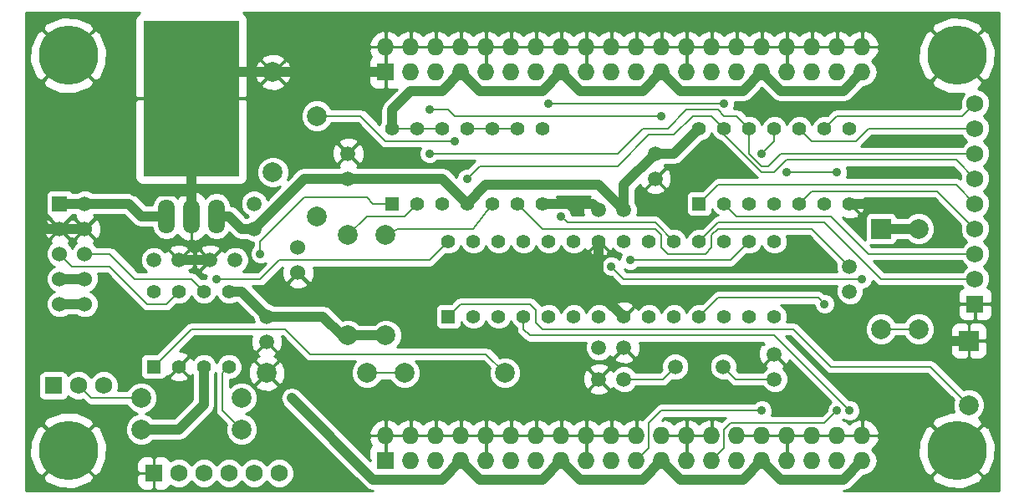
<source format=gbl>
%FSLAX36Y36*%
G04 Gerber Fmt 3.6, Leading zero omitted, Abs format (unit inch)*
G04 Created by KiCad (PCBNEW (2014-jul-16 BZR unknown)-product) date Fri 17 Oct 2014 08:42:51 AM PDT*
%MOIN*%
G01*
G04 APERTURE LIST*
%ADD10C,0.003937*%
%ADD11C,0.059100*%
%ADD12C,0.078700*%
%ADD13R,0.078700X0.078700*%
%ADD14C,0.236220*%
%ADD15R,0.068000X0.068000*%
%ADD16C,0.068000*%
%ADD17R,0.060000X0.060000*%
%ADD18C,0.060000*%
%ADD19O,0.068000X0.068000*%
%ADD20R,0.055000X0.055000*%
%ADD21C,0.055000*%
%ADD22O,0.066900X0.137800*%
%ADD23R,0.380000X0.620000*%
%ADD24C,0.035000*%
%ADD25C,0.008000*%
%ADD26C,0.040000*%
%ADD27C,0.010000*%
G04 APERTURE END LIST*
D10*
D11*
X6350000Y-5425000D03*
X6250000Y-5425000D03*
X4475000Y-4950000D03*
X4575000Y-4950000D03*
X6950000Y-5425000D03*
X6950000Y-5325000D03*
X4875000Y-4825000D03*
X4875000Y-4725000D03*
X4800000Y-4950000D03*
X4700000Y-4950000D03*
X6250000Y-5300000D03*
X6350000Y-5300000D03*
X6350000Y-4750000D03*
X6250000Y-4750000D03*
X4925000Y-5175000D03*
X4925000Y-5275000D03*
X5250000Y-4625000D03*
X5250000Y-4525000D03*
X7250000Y-4975000D03*
X7250000Y-5075000D03*
X6475000Y-4525000D03*
X6475000Y-4625000D03*
D12*
X7375000Y-5225000D03*
D13*
X7375000Y-4825000D03*
D14*
X4133858Y-4133858D03*
X7677165Y-4133858D03*
X4133858Y-5708661D03*
X7677165Y-5708661D03*
D15*
X4075000Y-5450000D03*
D16*
X4175000Y-5450000D03*
X4275000Y-5450000D03*
D17*
X4100000Y-4725000D03*
D18*
X4200000Y-4725000D03*
X4100000Y-4825000D03*
X4200000Y-4825000D03*
X4100000Y-4925000D03*
X4200000Y-4925000D03*
X4100000Y-5025000D03*
X4200000Y-5025000D03*
X4100000Y-5125000D03*
X4200000Y-5125000D03*
D15*
X4475000Y-5800000D03*
D16*
X4575000Y-5800000D03*
X4675000Y-5800000D03*
X4775000Y-5800000D03*
X4875000Y-5800000D03*
X4975000Y-5800000D03*
D15*
X5400000Y-4200000D03*
D19*
X5400000Y-4100000D03*
X5500000Y-4200000D03*
X5500000Y-4100000D03*
X5600000Y-4200000D03*
X5600000Y-4100000D03*
X5700000Y-4200000D03*
X5700000Y-4100000D03*
X5800000Y-4200000D03*
X5800000Y-4100000D03*
X5900000Y-4200000D03*
X5900000Y-4100000D03*
X6000000Y-4200000D03*
X6000000Y-4100000D03*
X6100000Y-4200000D03*
X6100000Y-4100000D03*
X6200000Y-4200000D03*
X6200000Y-4100000D03*
X6300000Y-4200000D03*
X6300000Y-4100000D03*
X6400000Y-4200000D03*
X6400000Y-4100000D03*
X6500000Y-4200000D03*
X6500000Y-4100000D03*
X6600000Y-4200000D03*
X6600000Y-4100000D03*
X6700000Y-4200000D03*
X6700000Y-4100000D03*
X6800000Y-4200000D03*
X6800000Y-4100000D03*
X6900000Y-4200000D03*
X6900000Y-4100000D03*
X7000000Y-4200000D03*
X7000000Y-4100000D03*
X7100000Y-4200000D03*
X7100000Y-4100000D03*
X7200000Y-4200000D03*
X7200000Y-4100000D03*
X7300000Y-4200000D03*
X7300000Y-4100000D03*
D15*
X5400000Y-5750000D03*
D19*
X5400000Y-5650000D03*
X5500000Y-5750000D03*
X5500000Y-5650000D03*
X5600000Y-5750000D03*
X5600000Y-5650000D03*
X5700000Y-5750000D03*
X5700000Y-5650000D03*
X5800000Y-5750000D03*
X5800000Y-5650000D03*
X5900000Y-5750000D03*
X5900000Y-5650000D03*
X6000000Y-5750000D03*
X6000000Y-5650000D03*
X6100000Y-5750000D03*
X6100000Y-5650000D03*
X6200000Y-5750000D03*
X6200000Y-5650000D03*
X6300000Y-5750000D03*
X6300000Y-5650000D03*
X6400000Y-5750000D03*
X6400000Y-5650000D03*
X6500000Y-5750000D03*
X6500000Y-5650000D03*
X6600000Y-5750000D03*
X6600000Y-5650000D03*
X6700000Y-5750000D03*
X6700000Y-5650000D03*
X6800000Y-5750000D03*
X6800000Y-5650000D03*
X6900000Y-5750000D03*
X6900000Y-5650000D03*
X7000000Y-5750000D03*
X7000000Y-5650000D03*
X7100000Y-5750000D03*
X7100000Y-5650000D03*
X7200000Y-5750000D03*
X7200000Y-5650000D03*
X7300000Y-5750000D03*
X7300000Y-5650000D03*
D12*
X4950000Y-4200000D03*
X4950000Y-4600000D03*
X5475000Y-5400000D03*
X5875000Y-5400000D03*
X4925000Y-5400000D03*
X5325000Y-5400000D03*
X5250000Y-4850000D03*
X5250000Y-5250000D03*
X5400000Y-4850000D03*
X5400000Y-5250000D03*
X4825000Y-5500000D03*
X4425000Y-5500000D03*
X7525000Y-5225000D03*
X7525000Y-4825000D03*
D13*
X7725000Y-5272000D03*
D12*
X7725000Y-5528000D03*
D20*
X5425000Y-4725000D03*
D21*
X5525000Y-4725000D03*
X5625000Y-4725000D03*
X5725000Y-4725000D03*
X5825000Y-4725000D03*
X5925000Y-4725000D03*
X6025000Y-4725000D03*
X6025000Y-4425000D03*
X5925000Y-4425000D03*
X5825000Y-4425000D03*
X5725000Y-4425000D03*
X5625000Y-4425000D03*
X5525000Y-4425000D03*
X5425000Y-4425000D03*
D22*
X4625000Y-4775000D03*
X4525000Y-4775000D03*
X4725000Y-4775000D03*
D23*
X4625000Y-4305000D03*
D20*
X4475000Y-5375000D03*
D21*
X4575000Y-5375000D03*
X4675000Y-5375000D03*
X4775000Y-5375000D03*
X4775000Y-5075000D03*
X4675000Y-5075000D03*
X4575000Y-5075000D03*
X4475000Y-5075000D03*
X5750000Y-5175000D03*
X5850000Y-5175000D03*
X5950000Y-5175000D03*
X6050000Y-5175000D03*
X6150000Y-5175000D03*
X6250000Y-5175000D03*
X6350000Y-5175000D03*
X6450000Y-5175000D03*
X6550000Y-5175000D03*
X6650000Y-5175000D03*
X6750000Y-5175000D03*
X6850000Y-5175000D03*
X6950000Y-5175000D03*
D20*
X5650000Y-5175000D03*
D21*
X6950000Y-4875000D03*
X6850000Y-4875000D03*
X6750000Y-4875000D03*
X6650000Y-4875000D03*
X6550000Y-4875000D03*
X6450000Y-4875000D03*
X6350000Y-4875000D03*
X6250000Y-4875000D03*
X6150000Y-4875000D03*
X6050000Y-4875000D03*
X5950000Y-4875000D03*
X5850000Y-4875000D03*
X5750000Y-4875000D03*
X5650000Y-4875000D03*
D20*
X6650000Y-4725000D03*
D21*
X6750000Y-4725000D03*
X6850000Y-4725000D03*
X6950000Y-4725000D03*
X7050000Y-4725000D03*
X7150000Y-4725000D03*
X7250000Y-4725000D03*
X7250000Y-4425000D03*
X7150000Y-4425000D03*
X7050000Y-4425000D03*
X6950000Y-4425000D03*
X6850000Y-4425000D03*
X6750000Y-4425000D03*
X6650000Y-4425000D03*
D11*
X6553900Y-5375000D03*
X6746100Y-5375000D03*
D12*
X4825000Y-5625000D03*
X4425000Y-5625000D03*
X5125000Y-4375000D03*
X5125000Y-4775000D03*
D18*
X5050000Y-4900000D03*
X5050000Y-5000000D03*
D15*
X7750000Y-5125000D03*
D16*
X7750000Y-5025000D03*
X7750000Y-4925000D03*
X7750000Y-4825000D03*
X7750000Y-4725000D03*
X7750000Y-4625000D03*
X7750000Y-4525000D03*
X7750000Y-4425000D03*
X7750000Y-4325000D03*
D24*
X7250000Y-5550000D03*
X6300000Y-4975000D03*
X7300000Y-5025000D03*
X7150000Y-5125000D03*
X6900000Y-5550000D03*
X7200000Y-4600000D03*
X7000000Y-4600000D03*
X6375000Y-4950000D03*
X6900000Y-4525000D03*
X6100000Y-4775000D03*
X7625000Y-4775000D03*
X7625000Y-4475000D03*
X7625000Y-4975000D03*
X7625000Y-4600000D03*
X7150000Y-5250000D03*
X6850000Y-4975000D03*
X7050000Y-4975000D03*
X7050000Y-5150000D03*
X6500000Y-4375000D03*
X5575000Y-4350000D03*
X6750000Y-4325000D03*
X6050000Y-4325000D03*
X5575000Y-4525000D03*
X5725000Y-4625000D03*
X7200000Y-5550000D03*
X5675000Y-4475000D03*
X4725000Y-5025000D03*
X4900000Y-4925000D03*
X5025000Y-5500000D03*
D25*
X5950000Y-5175000D02*
X5950000Y-5225000D01*
X5975000Y-5250000D02*
X6950000Y-5250000D01*
X5950000Y-5225000D02*
X5975000Y-5250000D01*
X6950000Y-5250000D02*
X7250000Y-5550000D01*
X6350000Y-5025000D02*
X7300000Y-5025000D01*
X6300000Y-4975000D02*
X6350000Y-5025000D01*
X6650000Y-5175000D02*
X6725000Y-5100000D01*
X7125000Y-5100000D02*
X7150000Y-5125000D01*
X6725000Y-5100000D02*
X7125000Y-5100000D01*
X7150000Y-4750000D02*
X7150000Y-4725000D01*
X6450000Y-5700000D02*
X6400000Y-5750000D01*
X6450000Y-5600000D02*
X6450000Y-5700000D01*
X6500000Y-5550000D02*
X6450000Y-5600000D01*
X6900000Y-5550000D02*
X6500000Y-5550000D01*
X7000000Y-4600000D02*
X7200000Y-4600000D01*
X6850000Y-4875000D02*
X6775000Y-4950000D01*
X6775000Y-4950000D02*
X6375000Y-4950000D01*
X6950000Y-4475000D02*
X6950000Y-4425000D01*
X6900000Y-4525000D02*
X6950000Y-4475000D01*
X6650000Y-4875000D02*
X6725000Y-4800000D01*
X7375000Y-5025000D02*
X7750000Y-5025000D01*
X7150000Y-4800000D02*
X7375000Y-5025000D01*
X6725000Y-4800000D02*
X7150000Y-4800000D01*
X6550000Y-4875000D02*
X6475000Y-4800000D01*
X6125000Y-4800000D02*
X6100000Y-4775000D01*
X6475000Y-4800000D02*
X6125000Y-4800000D01*
D26*
X7250000Y-4725000D02*
X7575000Y-4725000D01*
X7575000Y-4725000D02*
X7625000Y-4775000D01*
X6025000Y-4725000D02*
X6225000Y-4725000D01*
X6225000Y-4725000D02*
X6250000Y-4750000D01*
X6350000Y-5175000D02*
X6250000Y-5075000D01*
X6250000Y-5075000D02*
X6250000Y-4875000D01*
X7150000Y-5250000D02*
X7050000Y-5150000D01*
X7628000Y-5272000D02*
X7575000Y-5325000D01*
X7575000Y-5325000D02*
X7225000Y-5325000D01*
X7225000Y-5325000D02*
X7150000Y-5250000D01*
X7725000Y-5272000D02*
X7628000Y-5272000D01*
X7050000Y-4975000D02*
X6850000Y-4975000D01*
X4625000Y-4675000D02*
X4425000Y-4675000D01*
X4050000Y-4825000D02*
X4100000Y-4825000D01*
X4025000Y-4800000D02*
X4050000Y-4825000D01*
X4025000Y-4675000D02*
X4025000Y-4800000D01*
X4050000Y-4650000D02*
X4025000Y-4675000D01*
X4375000Y-4650000D02*
X4050000Y-4650000D01*
X4400000Y-4675000D02*
X4375000Y-4650000D01*
X4425000Y-4675000D02*
X4400000Y-4675000D01*
X4700000Y-4950000D02*
X4575000Y-4950000D01*
X5400000Y-4200000D02*
X4950000Y-4200000D01*
X4625000Y-4775000D02*
X4625000Y-4675000D01*
X4625000Y-4675000D02*
X4625000Y-4115000D01*
X4950000Y-4200000D02*
X4710000Y-4200000D01*
X4710000Y-4200000D02*
X4625000Y-4115000D01*
D25*
X7677165Y-5708661D02*
X7610827Y-5775000D01*
D26*
X4200000Y-4825000D02*
X4100000Y-4825000D01*
D25*
X6025000Y-4825000D02*
X6475000Y-4825000D01*
X6525000Y-4925000D02*
X6675000Y-4925000D01*
X6500000Y-4900000D02*
X6525000Y-4925000D01*
X6500000Y-4850000D02*
X6500000Y-4900000D01*
X6475000Y-4825000D02*
X6500000Y-4850000D01*
X7100000Y-4825000D02*
X6725000Y-4825000D01*
X6700000Y-4900000D02*
X6675000Y-4925000D01*
X6700000Y-4850000D02*
X6700000Y-4900000D01*
X6725000Y-4825000D02*
X6700000Y-4850000D01*
X7250000Y-4975000D02*
X7100000Y-4825000D01*
X6025000Y-4825000D02*
X5925000Y-4725000D01*
X5650000Y-5175000D02*
X5700000Y-5125000D01*
X7572000Y-5375000D02*
X7725000Y-5528000D01*
X7175000Y-5375000D02*
X7572000Y-5375000D01*
X7025000Y-5225000D02*
X7175000Y-5375000D01*
X6025000Y-5225000D02*
X7025000Y-5225000D01*
X6000000Y-5200000D02*
X6025000Y-5225000D01*
X6000000Y-5150000D02*
X6000000Y-5200000D01*
X5975000Y-5125000D02*
X6000000Y-5150000D01*
X5700000Y-5125000D02*
X5975000Y-5125000D01*
X7375000Y-5225000D02*
X7525000Y-5225000D01*
X4100000Y-4925000D02*
X4150000Y-4975000D01*
X4525000Y-5125000D02*
X4575000Y-5075000D01*
X4450000Y-5125000D02*
X4525000Y-5125000D01*
X4300000Y-4975000D02*
X4450000Y-5125000D01*
X4150000Y-4975000D02*
X4300000Y-4975000D01*
X5475000Y-4775000D02*
X5325000Y-4775000D01*
X5325000Y-4775000D02*
X5250000Y-4850000D01*
X5475000Y-4775000D02*
X5525000Y-4725000D01*
X5325000Y-5400000D02*
X5475000Y-5400000D01*
X5400000Y-4850000D02*
X5450000Y-4825000D01*
X5750000Y-4825000D02*
X5825000Y-4725000D01*
X5450000Y-4825000D02*
X5750000Y-4825000D01*
X5875000Y-5400000D02*
X5800000Y-5325000D01*
X5800000Y-5325000D02*
X5100000Y-5325000D01*
X5000000Y-5225000D02*
X4625000Y-5225000D01*
X5100000Y-5325000D02*
X5000000Y-5225000D01*
X4625000Y-5225000D02*
X4475000Y-5375000D01*
D26*
X4525000Y-4775000D02*
X4425000Y-4775000D01*
X4375000Y-4725000D02*
X4200000Y-4725000D01*
X4425000Y-4775000D02*
X4375000Y-4725000D01*
X4200000Y-4725000D02*
X4100000Y-4725000D01*
D25*
X6350000Y-5425000D02*
X6503900Y-5425000D01*
X6503900Y-5425000D02*
X6553900Y-5375000D01*
X6950000Y-5425000D02*
X6796100Y-5425000D01*
X6796100Y-5425000D02*
X6746100Y-5375000D01*
X4675000Y-5075000D02*
X4625000Y-5025000D01*
X4300000Y-4925000D02*
X4200000Y-4925000D01*
X4400000Y-5025000D02*
X4300000Y-4925000D01*
X4625000Y-5025000D02*
X4400000Y-5025000D01*
X4425000Y-5500000D02*
X4225000Y-5500000D01*
X4225000Y-5500000D02*
X4175000Y-5450000D01*
D26*
X4200000Y-5025000D02*
X4100000Y-5025000D01*
X4200000Y-5125000D02*
X4100000Y-5125000D01*
D25*
X6650000Y-4725000D02*
X6725000Y-4650000D01*
X7675000Y-4650000D02*
X7750000Y-4725000D01*
X6725000Y-4650000D02*
X7675000Y-4650000D01*
X5650000Y-4350000D02*
X5575000Y-4350000D01*
X5675000Y-4375000D02*
X5650000Y-4350000D01*
X6500000Y-4375000D02*
X5675000Y-4375000D01*
X6750000Y-4725000D02*
X6800000Y-4775000D01*
X7325000Y-4925000D02*
X7750000Y-4925000D01*
X7175000Y-4775000D02*
X7325000Y-4925000D01*
X6800000Y-4775000D02*
X7175000Y-4775000D01*
X6750000Y-4325000D02*
X6050000Y-4325000D01*
X7050000Y-4725000D02*
X7100000Y-4675000D01*
X7600000Y-4675000D02*
X7750000Y-4825000D01*
X7100000Y-4675000D02*
X7600000Y-4675000D01*
X6850000Y-4425000D02*
X6850000Y-4525000D01*
X6975000Y-4525000D02*
X7750000Y-4525000D01*
X6925000Y-4575000D02*
X6975000Y-4525000D01*
X6900000Y-4575000D02*
X6925000Y-4575000D01*
X6850000Y-4525000D02*
X6900000Y-4575000D01*
X6750000Y-4375000D02*
X6725000Y-4350000D01*
X6600000Y-4350000D02*
X6525000Y-4425000D01*
X6725000Y-4350000D02*
X6600000Y-4350000D01*
X6850000Y-4425000D02*
X6800000Y-4375000D01*
X6325000Y-4525000D02*
X5575000Y-4525000D01*
X6425000Y-4425000D02*
X6325000Y-4525000D01*
X6525000Y-4425000D02*
X6425000Y-4425000D01*
X6800000Y-4375000D02*
X6750000Y-4375000D01*
X6750000Y-4425000D02*
X6750000Y-4450000D01*
X6750000Y-4450000D02*
X6900000Y-4600000D01*
X7675000Y-4550000D02*
X7750000Y-4625000D01*
X7000000Y-4550000D02*
X7675000Y-4550000D01*
X6950000Y-4600000D02*
X7000000Y-4550000D01*
X6900000Y-4600000D02*
X6950000Y-4600000D01*
X6750000Y-4425000D02*
X6700000Y-4375000D01*
X6450000Y-4450000D02*
X6325000Y-4575000D01*
X6550000Y-4450000D02*
X6450000Y-4450000D01*
X6625000Y-4375000D02*
X6550000Y-4450000D01*
X6700000Y-4375000D02*
X6625000Y-4375000D01*
X5775000Y-4575000D02*
X5725000Y-4625000D01*
X6325000Y-4575000D02*
X5775000Y-4575000D01*
X7750000Y-4325000D02*
X7700000Y-4375000D01*
X7700000Y-4375000D02*
X7200000Y-4375000D01*
X7150000Y-4425000D02*
X7200000Y-4375000D01*
X6700000Y-5750000D02*
X6750000Y-5700000D01*
X7150000Y-5600000D02*
X7200000Y-5550000D01*
X6775000Y-5600000D02*
X7150000Y-5600000D01*
X6750000Y-5625000D02*
X6775000Y-5600000D01*
X6750000Y-5700000D02*
X6750000Y-5625000D01*
X7050000Y-4425000D02*
X7100000Y-4475000D01*
X7325000Y-4425000D02*
X7750000Y-4425000D01*
X7275000Y-4475000D02*
X7325000Y-4425000D01*
X7100000Y-4475000D02*
X7275000Y-4475000D01*
X5300000Y-4375000D02*
X5125000Y-4375000D01*
X5400000Y-4475000D02*
X5300000Y-4375000D01*
X5675000Y-4475000D02*
X5400000Y-4475000D01*
X5925000Y-4425000D02*
X5825000Y-4425000D01*
X5825000Y-4425000D02*
X5725000Y-4425000D01*
X5575000Y-4950000D02*
X5650000Y-4875000D01*
X4975000Y-4950000D02*
X5575000Y-4950000D01*
X4900000Y-5025000D02*
X4975000Y-4950000D01*
X4725000Y-5025000D02*
X4900000Y-5025000D01*
X4775000Y-5375000D02*
X4750000Y-5400000D01*
X4750000Y-5550000D02*
X4825000Y-5625000D01*
X4750000Y-5400000D02*
X4750000Y-5550000D01*
X5425000Y-4725000D02*
X5350000Y-4725000D01*
X5350000Y-4725000D02*
X5325000Y-4700000D01*
X5325000Y-4700000D02*
X5100000Y-4700000D01*
X5100000Y-4700000D02*
X5075000Y-4700000D01*
X5075000Y-4700000D02*
X4900000Y-4875000D01*
X4900000Y-4875000D02*
X4900000Y-4925000D01*
D26*
X5625000Y-5825000D02*
X5350000Y-5825000D01*
X5350000Y-5825000D02*
X5025000Y-5500000D01*
X4425000Y-5625000D02*
X4575000Y-5625000D01*
X4675000Y-5525000D02*
X4675000Y-5375000D01*
X4575000Y-5625000D02*
X4675000Y-5525000D01*
X6475000Y-4525000D02*
X6350000Y-4650000D01*
X6350000Y-4650000D02*
X6350000Y-4750000D01*
X6475000Y-4525000D02*
X6550000Y-4525000D01*
X6550000Y-4525000D02*
X6650000Y-4425000D01*
X5225000Y-5250000D02*
X5150000Y-5175000D01*
X5150000Y-5175000D02*
X4925000Y-5175000D01*
X5400000Y-5250000D02*
X5225000Y-5250000D01*
X5700000Y-5750000D02*
X5625000Y-5825000D01*
X6100000Y-5750000D02*
X6025000Y-5825000D01*
X5775000Y-5825000D02*
X5700000Y-5750000D01*
X6025000Y-5825000D02*
X5775000Y-5825000D01*
X6500000Y-5750000D02*
X6425000Y-5825000D01*
X6175000Y-5825000D02*
X6100000Y-5750000D01*
X6425000Y-5825000D02*
X6175000Y-5825000D01*
X6900000Y-5750000D02*
X6825000Y-5825000D01*
X6575000Y-5825000D02*
X6500000Y-5750000D01*
X6825000Y-5825000D02*
X6575000Y-5825000D01*
X7300000Y-5750000D02*
X7225000Y-5825000D01*
X6975000Y-5825000D02*
X6900000Y-5750000D01*
X7225000Y-5825000D02*
X6975000Y-5825000D01*
X7525000Y-4825000D02*
X7375000Y-4825000D01*
X6350000Y-4750000D02*
X6250000Y-4650000D01*
X5800000Y-4650000D02*
X5725000Y-4725000D01*
X6250000Y-4650000D02*
X5800000Y-4650000D01*
X5250000Y-4625000D02*
X5625000Y-4625000D01*
X5625000Y-4625000D02*
X5725000Y-4725000D01*
X4875000Y-4825000D02*
X5075000Y-4625000D01*
X5075000Y-4625000D02*
X5250000Y-4625000D01*
X5500000Y-4275000D02*
X5425000Y-4350000D01*
X5425000Y-4350000D02*
X5425000Y-4425000D01*
X5700000Y-4200000D02*
X5625000Y-4275000D01*
X5625000Y-4275000D02*
X5500000Y-4275000D01*
X6100000Y-4200000D02*
X6025000Y-4275000D01*
X5775000Y-4275000D02*
X5700000Y-4200000D01*
X6025000Y-4275000D02*
X5775000Y-4275000D01*
X6500000Y-4200000D02*
X6425000Y-4275000D01*
X6175000Y-4275000D02*
X6100000Y-4200000D01*
X6425000Y-4275000D02*
X6175000Y-4275000D01*
X6900000Y-4200000D02*
X6825000Y-4275000D01*
X6575000Y-4275000D02*
X6500000Y-4200000D01*
X6825000Y-4275000D02*
X6575000Y-4275000D01*
X7300000Y-4200000D02*
X7225000Y-4275000D01*
X6975000Y-4275000D02*
X6900000Y-4200000D01*
X7225000Y-4275000D02*
X6975000Y-4275000D01*
X4725000Y-4775000D02*
X4775000Y-4775000D01*
X4775000Y-4775000D02*
X4825000Y-4825000D01*
X4825000Y-4825000D02*
X4875000Y-4825000D01*
X4925000Y-5175000D02*
X4825000Y-5075000D01*
X4825000Y-5075000D02*
X4775000Y-5075000D01*
D25*
X6500000Y-5750000D02*
X6475000Y-5750000D01*
X5625000Y-4425000D02*
X5525000Y-4425000D01*
X5525000Y-4425000D02*
X5425000Y-4425000D01*
D27*
G36*
X6026971Y-4725557D02*
X6025557Y-4726971D01*
X6025000Y-4726414D01*
X6024443Y-4726971D01*
X6023029Y-4725557D01*
X6023586Y-4725000D01*
X6023029Y-4724443D01*
X6024443Y-4723029D01*
X6025000Y-4723586D01*
X6025557Y-4723029D01*
X6026971Y-4724443D01*
X6026414Y-4725000D01*
X6026971Y-4725557D01*
X6026971Y-4725557D01*
G37*
X6026971Y-4725557D02*
X6025557Y-4726971D01*
X6025000Y-4726414D01*
X6024443Y-4726971D01*
X6023029Y-4725557D01*
X6023586Y-4725000D01*
X6023029Y-4724443D01*
X6024443Y-4723029D01*
X6025000Y-4723586D01*
X6025557Y-4723029D01*
X6026971Y-4724443D01*
X6026414Y-4725000D01*
X6026971Y-4725557D01*
G36*
X6251971Y-4750557D02*
X6250557Y-4751971D01*
X6250000Y-4751414D01*
X6249443Y-4751971D01*
X6248029Y-4750557D01*
X6248586Y-4750000D01*
X6208948Y-4710363D01*
X6196173Y-4712129D01*
X6185778Y-4735610D01*
X6185160Y-4761282D01*
X6188913Y-4771000D01*
X6142504Y-4771000D01*
X6142507Y-4766583D01*
X6136051Y-4750957D01*
X6124106Y-4738991D01*
X6108491Y-4732507D01*
X6091583Y-4732493D01*
X6087299Y-4734263D01*
X6087776Y-4714045D01*
X6080408Y-4695000D01*
X6213884Y-4695000D01*
X6212129Y-4696173D01*
X6210363Y-4708948D01*
X6250000Y-4748586D01*
X6250557Y-4748029D01*
X6251971Y-4749443D01*
X6251414Y-4750000D01*
X6251971Y-4750557D01*
X6251971Y-4750557D01*
G37*
X6251971Y-4750557D02*
X6250557Y-4751971D01*
X6250000Y-4751414D01*
X6249443Y-4751971D01*
X6248029Y-4750557D01*
X6248586Y-4750000D01*
X6208948Y-4710363D01*
X6196173Y-4712129D01*
X6185778Y-4735610D01*
X6185160Y-4761282D01*
X6188913Y-4771000D01*
X6142504Y-4771000D01*
X6142507Y-4766583D01*
X6136051Y-4750957D01*
X6124106Y-4738991D01*
X6108491Y-4732507D01*
X6091583Y-4732493D01*
X6087299Y-4734263D01*
X6087776Y-4714045D01*
X6080408Y-4695000D01*
X6213884Y-4695000D01*
X6212129Y-4696173D01*
X6210363Y-4708948D01*
X6250000Y-4748586D01*
X6250557Y-4748029D01*
X6251971Y-4749443D01*
X6251414Y-4750000D01*
X6251971Y-4750557D01*
G36*
X6755233Y-5579000D02*
X6754494Y-5579494D01*
X6739663Y-5594325D01*
X6736901Y-5591696D01*
X6711781Y-5582013D01*
X6701000Y-5589757D01*
X6701000Y-5649000D01*
X6701787Y-5649000D01*
X6701787Y-5651000D01*
X6701000Y-5651000D01*
X6701000Y-5651787D01*
X6699000Y-5651787D01*
X6699000Y-5651000D01*
X6699000Y-5649000D01*
X6699000Y-5589757D01*
X6688219Y-5582013D01*
X6663099Y-5591696D01*
X6650000Y-5604162D01*
X6636901Y-5591696D01*
X6611781Y-5582013D01*
X6601000Y-5589757D01*
X6601000Y-5649000D01*
X6639758Y-5649000D01*
X6660242Y-5649000D01*
X6699000Y-5649000D01*
X6699000Y-5651000D01*
X6660242Y-5651000D01*
X6639758Y-5651000D01*
X6601000Y-5651000D01*
X6601000Y-5689757D01*
X6601000Y-5710243D01*
X6601000Y-5749000D01*
X6601787Y-5749000D01*
X6601787Y-5751000D01*
X6601000Y-5751000D01*
X6601000Y-5751787D01*
X6599000Y-5751787D01*
X6599000Y-5751000D01*
X6598213Y-5751000D01*
X6598213Y-5749000D01*
X6599000Y-5749000D01*
X6599000Y-5710243D01*
X6599000Y-5689757D01*
X6599000Y-5651000D01*
X6560242Y-5651000D01*
X6539758Y-5651000D01*
X6501000Y-5651000D01*
X6501000Y-5651787D01*
X6499000Y-5651787D01*
X6499000Y-5651000D01*
X6498213Y-5651000D01*
X6498213Y-5649000D01*
X6499000Y-5649000D01*
X6499000Y-5648213D01*
X6501000Y-5648213D01*
X6501000Y-5649000D01*
X6539758Y-5649000D01*
X6560242Y-5649000D01*
X6599000Y-5649000D01*
X6599000Y-5589757D01*
X6588219Y-5582013D01*
X6563099Y-5591696D01*
X6550000Y-5604162D01*
X6536901Y-5591696D01*
X6511781Y-5582013D01*
X6501905Y-5589107D01*
X6512012Y-5579000D01*
X6755233Y-5579000D01*
X6755233Y-5579000D01*
G37*
X6755233Y-5579000D02*
X6754494Y-5579494D01*
X6739663Y-5594325D01*
X6736901Y-5591696D01*
X6711781Y-5582013D01*
X6701000Y-5589757D01*
X6701000Y-5649000D01*
X6701787Y-5649000D01*
X6701787Y-5651000D01*
X6701000Y-5651000D01*
X6701000Y-5651787D01*
X6699000Y-5651787D01*
X6699000Y-5651000D01*
X6699000Y-5649000D01*
X6699000Y-5589757D01*
X6688219Y-5582013D01*
X6663099Y-5591696D01*
X6650000Y-5604162D01*
X6636901Y-5591696D01*
X6611781Y-5582013D01*
X6601000Y-5589757D01*
X6601000Y-5649000D01*
X6639758Y-5649000D01*
X6660242Y-5649000D01*
X6699000Y-5649000D01*
X6699000Y-5651000D01*
X6660242Y-5651000D01*
X6639758Y-5651000D01*
X6601000Y-5651000D01*
X6601000Y-5689757D01*
X6601000Y-5710243D01*
X6601000Y-5749000D01*
X6601787Y-5749000D01*
X6601787Y-5751000D01*
X6601000Y-5751000D01*
X6601000Y-5751787D01*
X6599000Y-5751787D01*
X6599000Y-5751000D01*
X6598213Y-5751000D01*
X6598213Y-5749000D01*
X6599000Y-5749000D01*
X6599000Y-5710243D01*
X6599000Y-5689757D01*
X6599000Y-5651000D01*
X6560242Y-5651000D01*
X6539758Y-5651000D01*
X6501000Y-5651000D01*
X6501000Y-5651787D01*
X6499000Y-5651787D01*
X6499000Y-5651000D01*
X6498213Y-5651000D01*
X6498213Y-5649000D01*
X6499000Y-5649000D01*
X6499000Y-5648213D01*
X6501000Y-5648213D01*
X6501000Y-5649000D01*
X6539758Y-5649000D01*
X6560242Y-5649000D01*
X6599000Y-5649000D01*
X6599000Y-5589757D01*
X6588219Y-5582013D01*
X6563099Y-5591696D01*
X6550000Y-5604162D01*
X6536901Y-5591696D01*
X6511781Y-5582013D01*
X6501905Y-5589107D01*
X6512012Y-5579000D01*
X6755233Y-5579000D01*
G36*
X6880233Y-4621000D02*
X6725000Y-4621000D01*
X6713902Y-4623207D01*
X6704494Y-4629494D01*
X6661488Y-4672500D01*
X6617527Y-4672500D01*
X6608339Y-4676306D01*
X6601306Y-4683339D01*
X6597500Y-4692527D01*
X6597500Y-4702473D01*
X6597500Y-4757473D01*
X6601306Y-4766661D01*
X6608339Y-4773694D01*
X6617527Y-4777500D01*
X6627473Y-4777500D01*
X6682473Y-4777500D01*
X6691661Y-4773694D01*
X6698694Y-4766661D01*
X6702500Y-4757473D01*
X6702500Y-4747527D01*
X6702500Y-4747520D01*
X6705467Y-4754700D01*
X6720222Y-4769481D01*
X6724242Y-4771151D01*
X6713902Y-4773207D01*
X6704494Y-4779494D01*
X6661188Y-4822800D01*
X6660489Y-4822509D01*
X6639603Y-4822491D01*
X6620300Y-4830467D01*
X6605519Y-4845222D01*
X6599996Y-4858521D01*
X6594533Y-4845300D01*
X6579778Y-4830519D01*
X6560489Y-4822509D01*
X6539840Y-4822491D01*
X6539840Y-4613718D01*
X6530587Y-4589763D01*
X6528827Y-4587129D01*
X6516052Y-4585363D01*
X6476414Y-4625000D01*
X6516052Y-4664637D01*
X6528827Y-4662871D01*
X6539222Y-4639390D01*
X6539840Y-4613718D01*
X6539840Y-4822491D01*
X6539603Y-4822491D01*
X6538825Y-4822812D01*
X6514637Y-4798625D01*
X6514637Y-4666052D01*
X6475000Y-4626414D01*
X6435363Y-4666052D01*
X6437129Y-4678827D01*
X6460610Y-4689222D01*
X6486282Y-4689840D01*
X6510237Y-4680587D01*
X6512871Y-4678827D01*
X6514637Y-4666052D01*
X6514637Y-4798625D01*
X6495506Y-4779494D01*
X6486098Y-4773207D01*
X6475000Y-4771000D01*
X6400346Y-4771000D01*
X6404541Y-4760898D01*
X6404559Y-4739197D01*
X6396272Y-4719140D01*
X6395000Y-4717866D01*
X6395000Y-4668640D01*
X6414952Y-4648688D01*
X6419413Y-4660237D01*
X6421173Y-4662871D01*
X6433948Y-4664637D01*
X6473586Y-4625000D01*
X6473029Y-4624443D01*
X6474443Y-4623029D01*
X6475000Y-4623586D01*
X6514637Y-4583948D01*
X6512871Y-4571173D01*
X6510221Y-4570000D01*
X6550000Y-4570000D01*
X6567221Y-4566575D01*
X6581820Y-4556820D01*
X6661647Y-4476993D01*
X6679700Y-4469533D01*
X6694481Y-4454778D01*
X6700004Y-4441478D01*
X6705467Y-4454700D01*
X6720222Y-4469481D01*
X6734325Y-4475337D01*
X6879494Y-4620506D01*
X6880233Y-4621000D01*
X6880233Y-4621000D01*
G37*
X6880233Y-4621000D02*
X6725000Y-4621000D01*
X6713902Y-4623207D01*
X6704494Y-4629494D01*
X6661488Y-4672500D01*
X6617527Y-4672500D01*
X6608339Y-4676306D01*
X6601306Y-4683339D01*
X6597500Y-4692527D01*
X6597500Y-4702473D01*
X6597500Y-4757473D01*
X6601306Y-4766661D01*
X6608339Y-4773694D01*
X6617527Y-4777500D01*
X6627473Y-4777500D01*
X6682473Y-4777500D01*
X6691661Y-4773694D01*
X6698694Y-4766661D01*
X6702500Y-4757473D01*
X6702500Y-4747527D01*
X6702500Y-4747520D01*
X6705467Y-4754700D01*
X6720222Y-4769481D01*
X6724242Y-4771151D01*
X6713902Y-4773207D01*
X6704494Y-4779494D01*
X6661188Y-4822800D01*
X6660489Y-4822509D01*
X6639603Y-4822491D01*
X6620300Y-4830467D01*
X6605519Y-4845222D01*
X6599996Y-4858521D01*
X6594533Y-4845300D01*
X6579778Y-4830519D01*
X6560489Y-4822509D01*
X6539840Y-4822491D01*
X6539840Y-4613718D01*
X6530587Y-4589763D01*
X6528827Y-4587129D01*
X6516052Y-4585363D01*
X6476414Y-4625000D01*
X6516052Y-4664637D01*
X6528827Y-4662871D01*
X6539222Y-4639390D01*
X6539840Y-4613718D01*
X6539840Y-4822491D01*
X6539603Y-4822491D01*
X6538825Y-4822812D01*
X6514637Y-4798625D01*
X6514637Y-4666052D01*
X6475000Y-4626414D01*
X6435363Y-4666052D01*
X6437129Y-4678827D01*
X6460610Y-4689222D01*
X6486282Y-4689840D01*
X6510237Y-4680587D01*
X6512871Y-4678827D01*
X6514637Y-4666052D01*
X6514637Y-4798625D01*
X6495506Y-4779494D01*
X6486098Y-4773207D01*
X6475000Y-4771000D01*
X6400346Y-4771000D01*
X6404541Y-4760898D01*
X6404559Y-4739197D01*
X6396272Y-4719140D01*
X6395000Y-4717866D01*
X6395000Y-4668640D01*
X6414952Y-4648688D01*
X6419413Y-4660237D01*
X6421173Y-4662871D01*
X6433948Y-4664637D01*
X6473586Y-4625000D01*
X6473029Y-4624443D01*
X6474443Y-4623029D01*
X6475000Y-4623586D01*
X6514637Y-4583948D01*
X6512871Y-4571173D01*
X6510221Y-4570000D01*
X6550000Y-4570000D01*
X6567221Y-4566575D01*
X6581820Y-4556820D01*
X6661647Y-4476993D01*
X6679700Y-4469533D01*
X6694481Y-4454778D01*
X6700004Y-4441478D01*
X6705467Y-4454700D01*
X6720222Y-4469481D01*
X6734325Y-4475337D01*
X6879494Y-4620506D01*
X6880233Y-4621000D01*
G36*
X7199654Y-4996000D02*
X6362012Y-4996000D01*
X6352821Y-4986809D01*
X6366509Y-4992493D01*
X6383417Y-4992507D01*
X6399043Y-4986051D01*
X6406106Y-4979000D01*
X6775000Y-4979000D01*
X6786098Y-4976793D01*
X6795506Y-4970506D01*
X6838812Y-4927200D01*
X6839511Y-4927491D01*
X6860397Y-4927509D01*
X6879700Y-4919533D01*
X6894481Y-4904778D01*
X6900004Y-4891478D01*
X6905467Y-4904700D01*
X6920222Y-4919481D01*
X6939511Y-4927491D01*
X6960397Y-4927509D01*
X6979700Y-4919533D01*
X6994481Y-4904778D01*
X7002491Y-4885489D01*
X7002509Y-4864603D01*
X6998128Y-4854000D01*
X7087988Y-4854000D01*
X7196231Y-4962243D01*
X7195459Y-4964102D01*
X7195441Y-4985803D01*
X7199654Y-4996000D01*
X7199654Y-4996000D01*
G37*
X7199654Y-4996000D02*
X6362012Y-4996000D01*
X6352821Y-4986809D01*
X6366509Y-4992493D01*
X6383417Y-4992507D01*
X6399043Y-4986051D01*
X6406106Y-4979000D01*
X6775000Y-4979000D01*
X6786098Y-4976793D01*
X6795506Y-4970506D01*
X6838812Y-4927200D01*
X6839511Y-4927491D01*
X6860397Y-4927509D01*
X6879700Y-4919533D01*
X6894481Y-4904778D01*
X6900004Y-4891478D01*
X6905467Y-4904700D01*
X6920222Y-4919481D01*
X6939511Y-4927491D01*
X6960397Y-4927509D01*
X6979700Y-4919533D01*
X6994481Y-4904778D01*
X7002491Y-4885489D01*
X7002509Y-4864603D01*
X6998128Y-4854000D01*
X7087988Y-4854000D01*
X7196231Y-4962243D01*
X7195459Y-4964102D01*
X7195441Y-4985803D01*
X7199654Y-4996000D01*
G36*
X7692826Y-4608839D02*
X7691010Y-4613213D01*
X7690999Y-4626482D01*
X7686098Y-4623207D01*
X7675000Y-4621000D01*
X7237298Y-4621000D01*
X7242493Y-4608491D01*
X7242507Y-4591583D01*
X7237308Y-4579000D01*
X7662988Y-4579000D01*
X7692826Y-4608839D01*
X7692826Y-4608839D01*
G37*
X7692826Y-4608839D02*
X7691010Y-4613213D01*
X7690999Y-4626482D01*
X7686098Y-4623207D01*
X7675000Y-4621000D01*
X7237298Y-4621000D01*
X7242493Y-4608491D01*
X7242507Y-4591583D01*
X7237308Y-4579000D01*
X7662988Y-4579000D01*
X7692826Y-4608839D01*
G36*
X7716572Y-4475004D02*
X7700011Y-4491536D01*
X7698158Y-4496000D01*
X7294767Y-4496000D01*
X7295506Y-4495506D01*
X7337012Y-4454000D01*
X7698144Y-4454000D01*
X7699953Y-4458377D01*
X7716536Y-4474989D01*
X7716572Y-4475004D01*
X7716572Y-4475004D01*
G37*
X7716572Y-4475004D02*
X7700011Y-4491536D01*
X7698158Y-4496000D01*
X7294767Y-4496000D01*
X7295506Y-4495506D01*
X7337012Y-4454000D01*
X7698144Y-4454000D01*
X7699953Y-4458377D01*
X7716536Y-4474989D01*
X7716572Y-4475004D01*
G36*
X7716572Y-4875004D02*
X7700011Y-4891536D01*
X7698158Y-4896000D01*
X7337012Y-4896000D01*
X7330139Y-4889127D01*
X7330677Y-4889350D01*
X7340623Y-4889350D01*
X7419323Y-4889350D01*
X7428511Y-4885544D01*
X7435544Y-4878511D01*
X7439069Y-4870000D01*
X7478996Y-4870000D01*
X7488501Y-4879521D01*
X7512144Y-4889339D01*
X7537744Y-4889361D01*
X7561404Y-4879585D01*
X7579521Y-4861499D01*
X7589339Y-4837856D01*
X7589361Y-4812256D01*
X7579585Y-4788596D01*
X7561499Y-4770479D01*
X7537856Y-4760661D01*
X7512256Y-4760639D01*
X7488596Y-4770415D01*
X7478994Y-4780000D01*
X7439069Y-4780000D01*
X7435544Y-4771489D01*
X7428511Y-4764456D01*
X7419323Y-4760650D01*
X7409377Y-4760650D01*
X7330677Y-4760650D01*
X7321489Y-4764456D01*
X7314456Y-4771489D01*
X7310650Y-4780677D01*
X7310650Y-4790623D01*
X7310650Y-4869323D01*
X7310873Y-4869861D01*
X7221944Y-4780932D01*
X7236098Y-4787190D01*
X7260955Y-4787776D01*
X7284145Y-4778805D01*
X7286643Y-4777136D01*
X7288159Y-4764573D01*
X7250000Y-4726414D01*
X7249443Y-4726971D01*
X7248029Y-4725557D01*
X7248586Y-4725000D01*
X7248029Y-4724443D01*
X7249443Y-4723029D01*
X7250000Y-4723586D01*
X7250557Y-4723029D01*
X7251971Y-4724443D01*
X7251414Y-4725000D01*
X7289573Y-4763159D01*
X7302136Y-4761643D01*
X7312190Y-4738902D01*
X7312776Y-4714045D01*
X7308890Y-4704000D01*
X7587988Y-4704000D01*
X7692826Y-4808839D01*
X7691010Y-4813213D01*
X7690990Y-4836684D01*
X7699953Y-4858377D01*
X7716536Y-4874989D01*
X7716572Y-4875004D01*
X7716572Y-4875004D01*
G37*
X7716572Y-4875004D02*
X7700011Y-4891536D01*
X7698158Y-4896000D01*
X7337012Y-4896000D01*
X7330139Y-4889127D01*
X7330677Y-4889350D01*
X7340623Y-4889350D01*
X7419323Y-4889350D01*
X7428511Y-4885544D01*
X7435544Y-4878511D01*
X7439069Y-4870000D01*
X7478996Y-4870000D01*
X7488501Y-4879521D01*
X7512144Y-4889339D01*
X7537744Y-4889361D01*
X7561404Y-4879585D01*
X7579521Y-4861499D01*
X7589339Y-4837856D01*
X7589361Y-4812256D01*
X7579585Y-4788596D01*
X7561499Y-4770479D01*
X7537856Y-4760661D01*
X7512256Y-4760639D01*
X7488596Y-4770415D01*
X7478994Y-4780000D01*
X7439069Y-4780000D01*
X7435544Y-4771489D01*
X7428511Y-4764456D01*
X7419323Y-4760650D01*
X7409377Y-4760650D01*
X7330677Y-4760650D01*
X7321489Y-4764456D01*
X7314456Y-4771489D01*
X7310650Y-4780677D01*
X7310650Y-4790623D01*
X7310650Y-4869323D01*
X7310873Y-4869861D01*
X7221944Y-4780932D01*
X7236098Y-4787190D01*
X7260955Y-4787776D01*
X7284145Y-4778805D01*
X7286643Y-4777136D01*
X7288159Y-4764573D01*
X7250000Y-4726414D01*
X7249443Y-4726971D01*
X7248029Y-4725557D01*
X7248586Y-4725000D01*
X7248029Y-4724443D01*
X7249443Y-4723029D01*
X7250000Y-4723586D01*
X7250557Y-4723029D01*
X7251971Y-4724443D01*
X7251414Y-4725000D01*
X7289573Y-4763159D01*
X7302136Y-4761643D01*
X7312190Y-4738902D01*
X7312776Y-4714045D01*
X7308890Y-4704000D01*
X7587988Y-4704000D01*
X7692826Y-4808839D01*
X7691010Y-4813213D01*
X7690990Y-4836684D01*
X7699953Y-4858377D01*
X7716536Y-4874989D01*
X7716572Y-4875004D01*
G36*
X7716572Y-4975004D02*
X7700011Y-4991536D01*
X7698158Y-4996000D01*
X7387012Y-4996000D01*
X7345012Y-4954000D01*
X7698144Y-4954000D01*
X7699953Y-4958377D01*
X7716536Y-4974989D01*
X7716572Y-4975004D01*
X7716572Y-4975004D01*
G37*
X7716572Y-4975004D02*
X7700011Y-4991536D01*
X7698158Y-4996000D01*
X7387012Y-4996000D01*
X7345012Y-4954000D01*
X7698144Y-4954000D01*
X7699953Y-4958377D01*
X7716536Y-4974989D01*
X7716572Y-4975004D01*
G36*
X7845000Y-5870000D02*
X7831194Y-5870000D01*
X7831194Y-5683253D01*
X7831194Y-4108450D01*
X7809746Y-4051440D01*
X7804046Y-4042910D01*
X7782069Y-4030369D01*
X7780655Y-4031783D01*
X7780655Y-4028954D01*
X7768114Y-4006978D01*
X7712635Y-3981831D01*
X7651757Y-3979830D01*
X7594747Y-4001278D01*
X7586217Y-4006978D01*
X7573676Y-4028954D01*
X7677165Y-4132444D01*
X7780655Y-4028954D01*
X7780655Y-4031783D01*
X7678580Y-4133858D01*
X7782069Y-4237348D01*
X7804046Y-4224806D01*
X7829192Y-4169328D01*
X7831194Y-4108450D01*
X7831194Y-5683253D01*
X7819000Y-5650842D01*
X7819000Y-5165962D01*
X7819000Y-5134750D01*
X7819000Y-5115250D01*
X7819000Y-5084038D01*
X7813672Y-5071174D01*
X7803826Y-5061328D01*
X7799086Y-5059365D01*
X7799989Y-5058464D01*
X7808990Y-5036787D01*
X7809010Y-5013316D01*
X7800047Y-4991623D01*
X7783464Y-4975011D01*
X7783428Y-4974996D01*
X7799989Y-4958464D01*
X7808990Y-4936787D01*
X7809010Y-4913316D01*
X7800047Y-4891623D01*
X7783464Y-4875011D01*
X7783428Y-4874996D01*
X7799989Y-4858464D01*
X7808990Y-4836787D01*
X7809010Y-4813316D01*
X7800047Y-4791623D01*
X7783464Y-4775011D01*
X7783428Y-4774996D01*
X7799989Y-4758464D01*
X7808990Y-4736787D01*
X7809010Y-4713316D01*
X7800047Y-4691623D01*
X7783464Y-4675011D01*
X7783428Y-4674996D01*
X7799989Y-4658464D01*
X7808990Y-4636787D01*
X7809010Y-4613316D01*
X7800047Y-4591623D01*
X7783464Y-4575011D01*
X7783428Y-4574996D01*
X7799989Y-4558464D01*
X7808990Y-4536787D01*
X7809010Y-4513316D01*
X7800047Y-4491623D01*
X7783464Y-4475011D01*
X7783428Y-4474996D01*
X7799989Y-4458464D01*
X7808990Y-4436787D01*
X7809010Y-4413316D01*
X7800047Y-4391623D01*
X7783464Y-4375011D01*
X7783428Y-4374996D01*
X7799989Y-4358464D01*
X7808990Y-4336787D01*
X7809010Y-4313316D01*
X7800047Y-4291623D01*
X7783464Y-4275011D01*
X7761787Y-4266010D01*
X7760226Y-4266009D01*
X7768114Y-4260739D01*
X7780655Y-4238762D01*
X7677165Y-4135272D01*
X7675751Y-4136687D01*
X7675751Y-4133858D01*
X7572261Y-4030369D01*
X7550285Y-4042910D01*
X7525139Y-4098388D01*
X7523137Y-4159266D01*
X7544585Y-4216276D01*
X7550285Y-4224806D01*
X7572261Y-4237348D01*
X7675751Y-4133858D01*
X7675751Y-4136687D01*
X7573676Y-4238762D01*
X7586217Y-4260739D01*
X7641695Y-4285885D01*
X7702574Y-4287887D01*
X7704328Y-4287226D01*
X7700011Y-4291536D01*
X7691010Y-4313213D01*
X7690990Y-4336684D01*
X7692836Y-4341152D01*
X7687988Y-4346000D01*
X7200000Y-4346000D01*
X7188902Y-4348207D01*
X7179494Y-4354494D01*
X7161188Y-4372800D01*
X7160489Y-4372509D01*
X7139603Y-4372491D01*
X7120300Y-4380467D01*
X7105519Y-4395222D01*
X7099996Y-4408521D01*
X7094533Y-4395300D01*
X7079778Y-4380519D01*
X7060489Y-4372509D01*
X7039603Y-4372491D01*
X7020300Y-4380467D01*
X7005519Y-4395222D01*
X6999996Y-4408521D01*
X6994533Y-4395300D01*
X6979778Y-4380519D01*
X6960489Y-4372509D01*
X6939603Y-4372491D01*
X6920300Y-4380467D01*
X6905519Y-4395222D01*
X6899996Y-4408521D01*
X6894533Y-4395300D01*
X6879778Y-4380519D01*
X6860489Y-4372509D01*
X6839603Y-4372491D01*
X6838825Y-4372812D01*
X6820506Y-4354494D01*
X6811098Y-4348207D01*
X6800000Y-4346000D01*
X6787298Y-4346000D01*
X6792493Y-4333491D01*
X6792504Y-4320000D01*
X6825000Y-4320000D01*
X6842221Y-4316575D01*
X6856820Y-4306820D01*
X6900000Y-4263640D01*
X6943180Y-4306820D01*
X6957779Y-4316575D01*
X6975000Y-4320000D01*
X7225000Y-4320000D01*
X7242221Y-4316575D01*
X7256820Y-4306820D01*
X7305505Y-4258135D01*
X7323734Y-4254509D01*
X7342875Y-4241719D01*
X7355665Y-4222578D01*
X7360156Y-4200000D01*
X7355665Y-4177422D01*
X7342875Y-4158281D01*
X7339380Y-4155945D01*
X7356404Y-4139744D01*
X7367320Y-4115134D01*
X7367987Y-4111781D01*
X7367987Y-4088219D01*
X7367320Y-4084866D01*
X7356404Y-4060256D01*
X7336901Y-4041696D01*
X7311781Y-4032013D01*
X7301000Y-4039757D01*
X7301000Y-4099000D01*
X7360242Y-4099000D01*
X7367987Y-4088219D01*
X7367987Y-4111781D01*
X7360242Y-4101000D01*
X7301000Y-4101000D01*
X7301000Y-4101787D01*
X7299000Y-4101787D01*
X7299000Y-4101000D01*
X7299000Y-4099000D01*
X7299000Y-4039757D01*
X7288219Y-4032013D01*
X7263099Y-4041696D01*
X7250000Y-4054162D01*
X7236901Y-4041696D01*
X7211781Y-4032013D01*
X7201000Y-4039757D01*
X7201000Y-4099000D01*
X7239758Y-4099000D01*
X7260242Y-4099000D01*
X7299000Y-4099000D01*
X7299000Y-4101000D01*
X7260242Y-4101000D01*
X7239758Y-4101000D01*
X7201000Y-4101000D01*
X7201000Y-4101787D01*
X7199000Y-4101787D01*
X7199000Y-4101000D01*
X7199000Y-4099000D01*
X7199000Y-4039757D01*
X7188219Y-4032013D01*
X7163099Y-4041696D01*
X7150000Y-4054162D01*
X7136901Y-4041696D01*
X7111781Y-4032013D01*
X7101000Y-4039757D01*
X7101000Y-4099000D01*
X7139758Y-4099000D01*
X7160242Y-4099000D01*
X7199000Y-4099000D01*
X7199000Y-4101000D01*
X7160242Y-4101000D01*
X7139758Y-4101000D01*
X7101000Y-4101000D01*
X7101000Y-4101787D01*
X7099000Y-4101787D01*
X7099000Y-4101000D01*
X7099000Y-4099000D01*
X7099000Y-4039757D01*
X7088219Y-4032013D01*
X7063099Y-4041696D01*
X7050000Y-4054162D01*
X7036901Y-4041696D01*
X7011781Y-4032013D01*
X7001000Y-4039757D01*
X7001000Y-4099000D01*
X7039758Y-4099000D01*
X7060242Y-4099000D01*
X7099000Y-4099000D01*
X7099000Y-4101000D01*
X7060242Y-4101000D01*
X7039758Y-4101000D01*
X7001000Y-4101000D01*
X7001000Y-4139757D01*
X7001000Y-4160243D01*
X7001000Y-4199000D01*
X7001787Y-4199000D01*
X7001787Y-4201000D01*
X7001000Y-4201000D01*
X7001000Y-4201787D01*
X6999000Y-4201787D01*
X6999000Y-4201000D01*
X6998213Y-4201000D01*
X6998213Y-4199000D01*
X6999000Y-4199000D01*
X6999000Y-4160243D01*
X6999000Y-4139757D01*
X6999000Y-4101000D01*
X6999000Y-4099000D01*
X6999000Y-4039757D01*
X6988219Y-4032013D01*
X6963099Y-4041696D01*
X6950000Y-4054162D01*
X6936901Y-4041696D01*
X6911781Y-4032013D01*
X6901000Y-4039757D01*
X6901000Y-4099000D01*
X6939758Y-4099000D01*
X6960242Y-4099000D01*
X6999000Y-4099000D01*
X6999000Y-4101000D01*
X6960242Y-4101000D01*
X6939758Y-4101000D01*
X6901000Y-4101000D01*
X6901000Y-4101787D01*
X6899000Y-4101787D01*
X6899000Y-4101000D01*
X6899000Y-4099000D01*
X6899000Y-4039757D01*
X6888219Y-4032013D01*
X6863099Y-4041696D01*
X6850000Y-4054162D01*
X6836901Y-4041696D01*
X6811781Y-4032013D01*
X6801000Y-4039757D01*
X6801000Y-4099000D01*
X6839758Y-4099000D01*
X6860242Y-4099000D01*
X6899000Y-4099000D01*
X6899000Y-4101000D01*
X6860242Y-4101000D01*
X6839758Y-4101000D01*
X6801000Y-4101000D01*
X6801000Y-4101787D01*
X6799000Y-4101787D01*
X6799000Y-4101000D01*
X6799000Y-4099000D01*
X6799000Y-4039757D01*
X6788219Y-4032013D01*
X6763099Y-4041696D01*
X6750000Y-4054162D01*
X6736901Y-4041696D01*
X6711781Y-4032013D01*
X6701000Y-4039757D01*
X6701000Y-4099000D01*
X6739758Y-4099000D01*
X6760242Y-4099000D01*
X6799000Y-4099000D01*
X6799000Y-4101000D01*
X6760242Y-4101000D01*
X6739758Y-4101000D01*
X6701000Y-4101000D01*
X6701000Y-4101787D01*
X6699000Y-4101787D01*
X6699000Y-4101000D01*
X6699000Y-4099000D01*
X6699000Y-4039757D01*
X6688219Y-4032013D01*
X6663099Y-4041696D01*
X6650000Y-4054162D01*
X6636901Y-4041696D01*
X6611781Y-4032013D01*
X6601000Y-4039757D01*
X6601000Y-4099000D01*
X6639758Y-4099000D01*
X6660242Y-4099000D01*
X6699000Y-4099000D01*
X6699000Y-4101000D01*
X6660242Y-4101000D01*
X6639758Y-4101000D01*
X6601000Y-4101000D01*
X6601000Y-4139757D01*
X6601000Y-4160243D01*
X6601000Y-4199000D01*
X6601787Y-4199000D01*
X6601787Y-4201000D01*
X6601000Y-4201000D01*
X6601000Y-4201787D01*
X6599000Y-4201787D01*
X6599000Y-4201000D01*
X6598213Y-4201000D01*
X6598213Y-4199000D01*
X6599000Y-4199000D01*
X6599000Y-4160243D01*
X6599000Y-4139757D01*
X6599000Y-4101000D01*
X6599000Y-4099000D01*
X6599000Y-4039757D01*
X6588219Y-4032013D01*
X6563099Y-4041696D01*
X6550000Y-4054162D01*
X6536901Y-4041696D01*
X6511781Y-4032013D01*
X6501000Y-4039757D01*
X6501000Y-4099000D01*
X6539758Y-4099000D01*
X6560242Y-4099000D01*
X6599000Y-4099000D01*
X6599000Y-4101000D01*
X6560242Y-4101000D01*
X6539758Y-4101000D01*
X6501000Y-4101000D01*
X6501000Y-4101787D01*
X6499000Y-4101787D01*
X6499000Y-4101000D01*
X6499000Y-4099000D01*
X6499000Y-4039757D01*
X6488219Y-4032013D01*
X6463099Y-4041696D01*
X6450000Y-4054162D01*
X6436901Y-4041696D01*
X6411781Y-4032013D01*
X6401000Y-4039757D01*
X6401000Y-4099000D01*
X6439758Y-4099000D01*
X6460242Y-4099000D01*
X6499000Y-4099000D01*
X6499000Y-4101000D01*
X6460242Y-4101000D01*
X6439758Y-4101000D01*
X6401000Y-4101000D01*
X6401000Y-4101787D01*
X6399000Y-4101787D01*
X6399000Y-4101000D01*
X6399000Y-4099000D01*
X6399000Y-4039757D01*
X6388219Y-4032013D01*
X6363099Y-4041696D01*
X6350000Y-4054162D01*
X6336901Y-4041696D01*
X6311781Y-4032013D01*
X6301000Y-4039757D01*
X6301000Y-4099000D01*
X6339758Y-4099000D01*
X6360242Y-4099000D01*
X6399000Y-4099000D01*
X6399000Y-4101000D01*
X6360242Y-4101000D01*
X6339758Y-4101000D01*
X6301000Y-4101000D01*
X6301000Y-4101787D01*
X6299000Y-4101787D01*
X6299000Y-4101000D01*
X6299000Y-4099000D01*
X6299000Y-4039757D01*
X6288219Y-4032013D01*
X6263099Y-4041696D01*
X6250000Y-4054162D01*
X6236901Y-4041696D01*
X6211781Y-4032013D01*
X6201000Y-4039757D01*
X6201000Y-4099000D01*
X6239758Y-4099000D01*
X6260242Y-4099000D01*
X6299000Y-4099000D01*
X6299000Y-4101000D01*
X6260242Y-4101000D01*
X6239758Y-4101000D01*
X6201000Y-4101000D01*
X6201000Y-4139757D01*
X6201000Y-4160243D01*
X6201000Y-4199000D01*
X6201787Y-4199000D01*
X6201787Y-4201000D01*
X6201000Y-4201000D01*
X6201000Y-4201787D01*
X6199000Y-4201787D01*
X6199000Y-4201000D01*
X6198213Y-4201000D01*
X6198213Y-4199000D01*
X6199000Y-4199000D01*
X6199000Y-4160243D01*
X6199000Y-4139757D01*
X6199000Y-4101000D01*
X6199000Y-4099000D01*
X6199000Y-4039757D01*
X6188219Y-4032013D01*
X6163099Y-4041696D01*
X6150000Y-4054162D01*
X6136901Y-4041696D01*
X6111781Y-4032013D01*
X6101000Y-4039757D01*
X6101000Y-4099000D01*
X6139758Y-4099000D01*
X6160242Y-4099000D01*
X6199000Y-4099000D01*
X6199000Y-4101000D01*
X6160242Y-4101000D01*
X6139758Y-4101000D01*
X6101000Y-4101000D01*
X6101000Y-4101787D01*
X6099000Y-4101787D01*
X6099000Y-4101000D01*
X6099000Y-4099000D01*
X6099000Y-4039757D01*
X6088219Y-4032013D01*
X6063099Y-4041696D01*
X6050000Y-4054162D01*
X6036901Y-4041696D01*
X6011781Y-4032013D01*
X6001000Y-4039757D01*
X6001000Y-4099000D01*
X6039758Y-4099000D01*
X6060242Y-4099000D01*
X6099000Y-4099000D01*
X6099000Y-4101000D01*
X6060242Y-4101000D01*
X6039758Y-4101000D01*
X6001000Y-4101000D01*
X6001000Y-4101787D01*
X5999000Y-4101787D01*
X5999000Y-4101000D01*
X5999000Y-4099000D01*
X5999000Y-4039757D01*
X5988219Y-4032013D01*
X5963099Y-4041696D01*
X5950000Y-4054162D01*
X5936901Y-4041696D01*
X5911781Y-4032013D01*
X5901000Y-4039757D01*
X5901000Y-4099000D01*
X5939758Y-4099000D01*
X5960242Y-4099000D01*
X5999000Y-4099000D01*
X5999000Y-4101000D01*
X5960242Y-4101000D01*
X5939758Y-4101000D01*
X5901000Y-4101000D01*
X5901000Y-4101787D01*
X5899000Y-4101787D01*
X5899000Y-4101000D01*
X5899000Y-4099000D01*
X5899000Y-4039757D01*
X5888219Y-4032013D01*
X5863099Y-4041696D01*
X5850000Y-4054162D01*
X5836901Y-4041696D01*
X5811781Y-4032013D01*
X5801000Y-4039757D01*
X5801000Y-4099000D01*
X5839758Y-4099000D01*
X5860242Y-4099000D01*
X5899000Y-4099000D01*
X5899000Y-4101000D01*
X5860242Y-4101000D01*
X5839758Y-4101000D01*
X5801000Y-4101000D01*
X5801000Y-4139757D01*
X5801000Y-4160243D01*
X5801000Y-4199000D01*
X5801787Y-4199000D01*
X5801787Y-4201000D01*
X5801000Y-4201000D01*
X5801000Y-4201787D01*
X5799000Y-4201787D01*
X5799000Y-4201000D01*
X5798213Y-4201000D01*
X5798213Y-4199000D01*
X5799000Y-4199000D01*
X5799000Y-4160243D01*
X5799000Y-4139757D01*
X5799000Y-4101000D01*
X5799000Y-4099000D01*
X5799000Y-4039757D01*
X5788219Y-4032013D01*
X5763099Y-4041696D01*
X5750000Y-4054162D01*
X5736901Y-4041696D01*
X5711781Y-4032013D01*
X5701000Y-4039757D01*
X5701000Y-4099000D01*
X5739758Y-4099000D01*
X5760242Y-4099000D01*
X5799000Y-4099000D01*
X5799000Y-4101000D01*
X5760242Y-4101000D01*
X5739758Y-4101000D01*
X5701000Y-4101000D01*
X5701000Y-4101787D01*
X5699000Y-4101787D01*
X5699000Y-4101000D01*
X5699000Y-4099000D01*
X5699000Y-4039757D01*
X5688219Y-4032013D01*
X5663099Y-4041696D01*
X5650000Y-4054162D01*
X5636901Y-4041696D01*
X5611781Y-4032013D01*
X5601000Y-4039757D01*
X5601000Y-4099000D01*
X5639758Y-4099000D01*
X5660242Y-4099000D01*
X5699000Y-4099000D01*
X5699000Y-4101000D01*
X5660242Y-4101000D01*
X5639758Y-4101000D01*
X5601000Y-4101000D01*
X5601000Y-4101787D01*
X5599000Y-4101787D01*
X5599000Y-4101000D01*
X5599000Y-4099000D01*
X5599000Y-4039757D01*
X5588219Y-4032013D01*
X5563099Y-4041696D01*
X5550000Y-4054162D01*
X5536901Y-4041696D01*
X5511781Y-4032013D01*
X5501000Y-4039757D01*
X5501000Y-4099000D01*
X5539758Y-4099000D01*
X5560242Y-4099000D01*
X5599000Y-4099000D01*
X5599000Y-4101000D01*
X5560242Y-4101000D01*
X5539758Y-4101000D01*
X5501000Y-4101000D01*
X5501000Y-4101787D01*
X5499000Y-4101787D01*
X5499000Y-4101000D01*
X5499000Y-4099000D01*
X5499000Y-4039757D01*
X5488219Y-4032013D01*
X5463099Y-4041696D01*
X5450000Y-4054162D01*
X5436901Y-4041696D01*
X5411781Y-4032013D01*
X5401000Y-4039757D01*
X5401000Y-4099000D01*
X5439758Y-4099000D01*
X5460242Y-4099000D01*
X5499000Y-4099000D01*
X5499000Y-4101000D01*
X5460242Y-4101000D01*
X5439758Y-4101000D01*
X5401000Y-4101000D01*
X5401000Y-4139750D01*
X5401000Y-4160243D01*
X5401000Y-4199000D01*
X5401787Y-4199000D01*
X5401787Y-4201000D01*
X5401000Y-4201000D01*
X5401000Y-4260250D01*
X5409750Y-4269000D01*
X5440962Y-4269000D01*
X5443349Y-4268011D01*
X5399000Y-4312360D01*
X5399000Y-4260250D01*
X5399000Y-4201000D01*
X5399000Y-4199000D01*
X5399000Y-4160243D01*
X5399000Y-4139750D01*
X5399000Y-4101000D01*
X5399000Y-4099000D01*
X5399000Y-4039757D01*
X5388219Y-4032013D01*
X5363099Y-4041696D01*
X5343596Y-4060256D01*
X5332680Y-4084866D01*
X5332013Y-4088219D01*
X5339758Y-4099000D01*
X5399000Y-4099000D01*
X5399000Y-4101000D01*
X5339758Y-4101000D01*
X5332013Y-4111781D01*
X5332680Y-4115134D01*
X5343339Y-4139164D01*
X5336328Y-4146174D01*
X5331000Y-4159038D01*
X5331000Y-4172962D01*
X5331000Y-4190250D01*
X5339750Y-4199000D01*
X5399000Y-4199000D01*
X5399000Y-4201000D01*
X5339750Y-4201000D01*
X5331000Y-4209750D01*
X5331000Y-4227038D01*
X5331000Y-4240962D01*
X5336328Y-4253826D01*
X5346174Y-4263672D01*
X5359038Y-4269000D01*
X5390250Y-4269000D01*
X5399000Y-4260250D01*
X5399000Y-4312360D01*
X5393180Y-4318180D01*
X5383425Y-4332779D01*
X5380000Y-4350000D01*
X5380000Y-4396471D01*
X5374861Y-4408848D01*
X5320506Y-4354494D01*
X5311098Y-4348207D01*
X5300000Y-4346000D01*
X5182644Y-4346000D01*
X5179585Y-4338596D01*
X5161499Y-4320479D01*
X5137856Y-4310661D01*
X5112256Y-4310639D01*
X5088596Y-4320415D01*
X5070479Y-4338501D01*
X5060661Y-4362144D01*
X5060639Y-4387744D01*
X5070415Y-4411404D01*
X5088501Y-4429521D01*
X5112144Y-4439339D01*
X5137744Y-4439361D01*
X5161404Y-4429585D01*
X5179521Y-4411499D01*
X5182635Y-4404000D01*
X5287988Y-4404000D01*
X5379494Y-4495506D01*
X5388902Y-4501793D01*
X5400000Y-4504000D01*
X5537702Y-4504000D01*
X5532507Y-4516509D01*
X5532493Y-4533417D01*
X5538949Y-4549043D01*
X5550894Y-4561009D01*
X5566509Y-4567493D01*
X5583417Y-4567507D01*
X5599043Y-4561051D01*
X5606106Y-4554000D01*
X5755233Y-4554000D01*
X5754494Y-4554494D01*
X5726486Y-4582501D01*
X5716583Y-4582493D01*
X5700957Y-4588949D01*
X5688991Y-4600894D01*
X5682507Y-4616509D01*
X5682505Y-4618866D01*
X5656820Y-4593180D01*
X5642221Y-4583425D01*
X5625000Y-4580000D01*
X5314840Y-4580000D01*
X5314840Y-4513718D01*
X5305587Y-4489763D01*
X5303827Y-4487129D01*
X5291052Y-4485363D01*
X5289637Y-4486777D01*
X5289637Y-4483948D01*
X5287871Y-4471173D01*
X5264390Y-4460778D01*
X5238718Y-4460160D01*
X5214763Y-4469413D01*
X5212129Y-4471173D01*
X5210363Y-4483948D01*
X5250000Y-4523586D01*
X5289637Y-4483948D01*
X5289637Y-4486777D01*
X5251414Y-4525000D01*
X5291052Y-4564637D01*
X5303827Y-4562871D01*
X5314222Y-4539390D01*
X5314840Y-4513718D01*
X5314840Y-4580000D01*
X5286116Y-4580000D01*
X5287871Y-4578827D01*
X5289637Y-4566052D01*
X5250000Y-4526414D01*
X5248586Y-4527828D01*
X5248586Y-4525000D01*
X5208948Y-4485363D01*
X5196173Y-4487129D01*
X5185778Y-4510610D01*
X5185160Y-4536282D01*
X5194413Y-4560237D01*
X5196173Y-4562871D01*
X5208948Y-4564637D01*
X5248586Y-4525000D01*
X5248586Y-4527828D01*
X5210363Y-4566052D01*
X5212129Y-4578827D01*
X5214779Y-4580000D01*
X5075000Y-4580000D01*
X5057779Y-4583425D01*
X5043180Y-4593180D01*
X5024710Y-4611650D01*
X5024710Y-4187155D01*
X5014108Y-4159542D01*
X5011911Y-4156255D01*
X4998118Y-4153296D01*
X4996704Y-4154710D01*
X4996704Y-4151882D01*
X4993745Y-4138089D01*
X4966723Y-4126061D01*
X4937155Y-4125290D01*
X4909542Y-4135892D01*
X4906255Y-4138089D01*
X4903296Y-4151882D01*
X4950000Y-4198586D01*
X4996704Y-4151882D01*
X4996704Y-4154710D01*
X4951414Y-4200000D01*
X4998118Y-4246704D01*
X5011911Y-4243745D01*
X5023939Y-4216723D01*
X5024710Y-4187155D01*
X5024710Y-4611650D01*
X5007831Y-4628530D01*
X5014339Y-4612856D01*
X5014361Y-4587256D01*
X5004585Y-4563596D01*
X4996704Y-4555701D01*
X4996704Y-4248118D01*
X4950000Y-4201414D01*
X4948586Y-4202828D01*
X4948586Y-4200000D01*
X4901882Y-4153296D01*
X4888089Y-4156255D01*
X4876061Y-4183277D01*
X4875290Y-4212845D01*
X4885892Y-4240458D01*
X4888089Y-4243745D01*
X4901882Y-4246704D01*
X4948586Y-4200000D01*
X4948586Y-4202828D01*
X4903296Y-4248118D01*
X4906255Y-4261911D01*
X4933277Y-4273939D01*
X4962845Y-4274710D01*
X4990458Y-4264108D01*
X4993745Y-4261911D01*
X4996704Y-4248118D01*
X4996704Y-4555701D01*
X4986499Y-4545479D01*
X4962856Y-4535661D01*
X4937256Y-4535639D01*
X4913596Y-4545415D01*
X4895479Y-4563501D01*
X4885661Y-4587144D01*
X4885639Y-4612744D01*
X4895415Y-4636404D01*
X4913501Y-4654521D01*
X4937144Y-4664339D01*
X4962744Y-4664361D01*
X4978516Y-4657844D01*
X4927397Y-4708963D01*
X4921272Y-4694140D01*
X4905940Y-4678782D01*
X4885898Y-4670459D01*
X4864197Y-4670441D01*
X4850000Y-4676307D01*
X4850000Y-4621962D01*
X4850000Y-4314750D01*
X4841250Y-4306000D01*
X4626000Y-4306000D01*
X4626000Y-4641250D01*
X4634750Y-4650000D01*
X4808038Y-4650000D01*
X4821962Y-4650000D01*
X4834826Y-4644672D01*
X4844672Y-4634826D01*
X4850000Y-4621962D01*
X4850000Y-4676307D01*
X4844140Y-4678728D01*
X4828782Y-4694060D01*
X4820459Y-4714102D01*
X4820441Y-4735803D01*
X4828728Y-4755860D01*
X4844060Y-4771218D01*
X4853165Y-4774999D01*
X4844140Y-4778728D01*
X4843253Y-4779613D01*
X4806820Y-4743180D01*
X4792221Y-4733425D01*
X4782201Y-4731432D01*
X4779001Y-4715343D01*
X4766330Y-4696380D01*
X4747368Y-4683710D01*
X4725000Y-4679260D01*
X4702632Y-4683710D01*
X4683670Y-4696380D01*
X4680283Y-4701448D01*
X4672694Y-4690441D01*
X4650271Y-4675928D01*
X4636694Y-4672106D01*
X4626000Y-4679858D01*
X4626000Y-4774000D01*
X4626787Y-4774000D01*
X4626787Y-4776000D01*
X4626000Y-4776000D01*
X4626000Y-4870142D01*
X4636694Y-4877894D01*
X4650271Y-4874072D01*
X4672694Y-4859559D01*
X4680283Y-4848552D01*
X4683670Y-4853620D01*
X4702632Y-4866290D01*
X4725000Y-4870740D01*
X4747368Y-4866290D01*
X4766330Y-4853620D01*
X4775803Y-4839443D01*
X4793180Y-4856820D01*
X4807779Y-4866575D01*
X4825000Y-4870000D01*
X4842843Y-4870000D01*
X4844060Y-4871218D01*
X4864102Y-4879541D01*
X4871000Y-4879546D01*
X4871000Y-4893898D01*
X4863991Y-4900894D01*
X4857507Y-4916509D01*
X4857493Y-4933417D01*
X4863949Y-4949043D01*
X4875894Y-4961009D01*
X4891509Y-4967493D01*
X4908417Y-4967507D01*
X4922158Y-4961829D01*
X4887988Y-4996000D01*
X4831132Y-4996000D01*
X4846218Y-4980940D01*
X4854541Y-4960898D01*
X4854559Y-4939197D01*
X4846272Y-4919140D01*
X4830940Y-4903782D01*
X4810898Y-4895459D01*
X4789197Y-4895441D01*
X4769140Y-4903728D01*
X4756282Y-4916563D01*
X4755587Y-4914763D01*
X4753827Y-4912129D01*
X4741052Y-4910363D01*
X4739637Y-4911777D01*
X4739637Y-4908948D01*
X4737871Y-4896173D01*
X4714390Y-4885778D01*
X4688718Y-4885160D01*
X4664763Y-4894413D01*
X4662129Y-4896173D01*
X4660363Y-4908948D01*
X4700000Y-4948586D01*
X4739637Y-4908948D01*
X4739637Y-4911777D01*
X4701414Y-4950000D01*
X4701971Y-4950557D01*
X4700557Y-4951971D01*
X4700000Y-4951414D01*
X4698586Y-4952828D01*
X4660363Y-4991052D01*
X4662129Y-5003827D01*
X4683791Y-5013417D01*
X4682507Y-5016509D01*
X4682502Y-5022506D01*
X4664603Y-5022491D01*
X4663825Y-5022812D01*
X4645506Y-5004494D01*
X4636098Y-4998207D01*
X4625000Y-4996000D01*
X4621937Y-4996000D01*
X4622176Y-4995762D01*
X4616052Y-4989637D01*
X4628827Y-4987871D01*
X4637694Y-4967842D01*
X4644413Y-4985237D01*
X4646173Y-4987871D01*
X4658948Y-4989637D01*
X4698586Y-4950000D01*
X4658948Y-4910363D01*
X4646173Y-4912129D01*
X4637306Y-4932157D01*
X4630587Y-4914763D01*
X4628827Y-4912129D01*
X4624000Y-4911461D01*
X4624000Y-4870142D01*
X4624000Y-4776000D01*
X4623213Y-4776000D01*
X4623213Y-4774000D01*
X4624000Y-4774000D01*
X4624000Y-4679858D01*
X4624000Y-4641250D01*
X4624000Y-4306000D01*
X4408750Y-4306000D01*
X4400000Y-4314750D01*
X4400000Y-4621962D01*
X4405328Y-4634826D01*
X4415174Y-4644672D01*
X4428038Y-4650000D01*
X4441962Y-4650000D01*
X4615250Y-4650000D01*
X4624000Y-4641250D01*
X4624000Y-4679858D01*
X4613306Y-4672106D01*
X4599729Y-4675928D01*
X4577306Y-4690441D01*
X4569717Y-4701448D01*
X4566330Y-4696380D01*
X4547368Y-4683710D01*
X4525000Y-4679260D01*
X4502632Y-4683710D01*
X4483670Y-4696380D01*
X4470999Y-4715343D01*
X4468084Y-4730000D01*
X4443640Y-4730000D01*
X4406820Y-4693180D01*
X4392221Y-4683425D01*
X4375000Y-4680000D01*
X4287887Y-4680000D01*
X4287887Y-4108450D01*
X4266439Y-4051440D01*
X4260739Y-4042910D01*
X4238762Y-4030369D01*
X4237348Y-4031783D01*
X4237348Y-4028954D01*
X4224806Y-4006978D01*
X4169328Y-3981831D01*
X4108450Y-3979830D01*
X4051440Y-4001278D01*
X4042910Y-4006978D01*
X4030369Y-4028954D01*
X4133858Y-4132444D01*
X4237348Y-4028954D01*
X4237348Y-4031783D01*
X4135272Y-4133858D01*
X4238762Y-4237348D01*
X4260739Y-4224806D01*
X4285885Y-4169328D01*
X4287887Y-4108450D01*
X4287887Y-4680000D01*
X4237348Y-4680000D01*
X4237348Y-4238762D01*
X4133858Y-4135272D01*
X4132444Y-4136687D01*
X4132444Y-4133858D01*
X4028954Y-4030369D01*
X4006978Y-4042910D01*
X3981831Y-4098388D01*
X3979830Y-4159266D01*
X4001278Y-4216276D01*
X4006978Y-4224806D01*
X4028954Y-4237348D01*
X4132444Y-4133858D01*
X4132444Y-4136687D01*
X4030369Y-4238762D01*
X4042910Y-4260739D01*
X4098388Y-4285885D01*
X4159266Y-4287887D01*
X4216276Y-4266439D01*
X4224806Y-4260739D01*
X4237348Y-4238762D01*
X4237348Y-4680000D01*
X4232792Y-4680000D01*
X4231196Y-4678400D01*
X4210988Y-4670010D01*
X4189108Y-4669990D01*
X4168886Y-4678346D01*
X4167229Y-4680000D01*
X4150355Y-4680000D01*
X4144161Y-4673806D01*
X4134973Y-4670000D01*
X4125027Y-4670000D01*
X4065027Y-4670000D01*
X4055839Y-4673806D01*
X4048806Y-4680839D01*
X4045000Y-4690027D01*
X4045000Y-4699973D01*
X4045000Y-4759973D01*
X4048806Y-4769161D01*
X4055839Y-4776194D01*
X4060801Y-4778250D01*
X4060038Y-4783624D01*
X4100000Y-4823586D01*
X4139962Y-4783624D01*
X4139199Y-4778250D01*
X4144161Y-4776194D01*
X4150355Y-4770000D01*
X4163059Y-4770000D01*
X4161859Y-4770802D01*
X4160038Y-4783624D01*
X4200000Y-4823586D01*
X4239962Y-4783624D01*
X4238141Y-4770802D01*
X4236330Y-4770000D01*
X4356360Y-4770000D01*
X4393180Y-4806820D01*
X4407779Y-4816575D01*
X4425000Y-4820000D01*
X4468084Y-4820000D01*
X4470999Y-4834657D01*
X4483670Y-4853620D01*
X4502632Y-4866290D01*
X4525000Y-4870740D01*
X4547368Y-4866290D01*
X4566330Y-4853620D01*
X4569717Y-4848552D01*
X4577306Y-4859559D01*
X4599729Y-4874072D01*
X4613306Y-4877894D01*
X4624000Y-4870142D01*
X4624000Y-4911461D01*
X4616052Y-4910363D01*
X4614637Y-4911777D01*
X4614637Y-4908948D01*
X4612871Y-4896173D01*
X4589390Y-4885778D01*
X4563718Y-4885160D01*
X4539763Y-4894413D01*
X4537129Y-4896173D01*
X4535363Y-4908948D01*
X4575000Y-4948586D01*
X4614637Y-4908948D01*
X4614637Y-4911777D01*
X4576414Y-4950000D01*
X4576971Y-4950557D01*
X4575557Y-4951971D01*
X4575000Y-4951414D01*
X4574443Y-4951971D01*
X4573029Y-4950557D01*
X4573586Y-4950000D01*
X4533948Y-4910363D01*
X4521173Y-4912129D01*
X4519053Y-4916917D01*
X4505940Y-4903782D01*
X4485898Y-4895459D01*
X4464197Y-4895441D01*
X4444140Y-4903728D01*
X4428782Y-4919060D01*
X4420459Y-4939102D01*
X4420441Y-4960803D01*
X4428728Y-4980860D01*
X4443842Y-4996000D01*
X4412012Y-4996000D01*
X4320506Y-4904494D01*
X4311098Y-4898207D01*
X4300000Y-4896000D01*
X4265294Y-4896000D01*
X4265294Y-4813646D01*
X4255978Y-4789524D01*
X4254198Y-4786859D01*
X4241376Y-4785038D01*
X4201414Y-4825000D01*
X4241376Y-4864962D01*
X4254198Y-4863141D01*
X4264668Y-4839497D01*
X4265294Y-4813646D01*
X4265294Y-4896000D01*
X4247528Y-4896000D01*
X4246654Y-4893886D01*
X4234244Y-4881454D01*
X4235476Y-4880978D01*
X4238141Y-4879198D01*
X4239962Y-4866376D01*
X4200000Y-4826414D01*
X4198586Y-4827828D01*
X4198586Y-4825000D01*
X4158624Y-4785038D01*
X4150000Y-4786263D01*
X4141376Y-4785038D01*
X4101414Y-4825000D01*
X4141376Y-4864962D01*
X4150000Y-4863737D01*
X4158624Y-4864962D01*
X4198586Y-4825000D01*
X4198586Y-4827828D01*
X4160038Y-4866376D01*
X4161859Y-4879198D01*
X4166135Y-4881092D01*
X4153400Y-4893804D01*
X4150002Y-4901989D01*
X4146654Y-4893886D01*
X4134244Y-4881454D01*
X4135476Y-4880978D01*
X4138141Y-4879198D01*
X4139962Y-4866376D01*
X4100000Y-4826414D01*
X4098586Y-4827828D01*
X4098586Y-4825000D01*
X4058624Y-4785038D01*
X4045802Y-4786859D01*
X4035332Y-4810503D01*
X4034706Y-4836354D01*
X4044022Y-4860476D01*
X4045802Y-4863141D01*
X4058624Y-4864962D01*
X4098586Y-4825000D01*
X4098586Y-4827828D01*
X4060038Y-4866376D01*
X4061859Y-4879198D01*
X4066135Y-4881092D01*
X4053400Y-4893804D01*
X4045010Y-4914012D01*
X4044990Y-4935892D01*
X4053346Y-4956114D01*
X4068804Y-4971600D01*
X4076989Y-4974998D01*
X4068886Y-4978346D01*
X4053400Y-4993804D01*
X4045010Y-5014012D01*
X4044990Y-5035892D01*
X4053346Y-5056114D01*
X4068804Y-5071600D01*
X4076989Y-5074998D01*
X4068886Y-5078346D01*
X4053400Y-5093804D01*
X4045010Y-5114012D01*
X4044990Y-5135892D01*
X4053346Y-5156114D01*
X4068804Y-5171600D01*
X4089012Y-5179990D01*
X4110892Y-5180010D01*
X4131114Y-5171654D01*
X4132771Y-5170000D01*
X4167208Y-5170000D01*
X4168804Y-5171600D01*
X4189012Y-5179990D01*
X4210892Y-5180010D01*
X4231114Y-5171654D01*
X4246600Y-5156196D01*
X4254990Y-5135988D01*
X4255010Y-5114108D01*
X4246654Y-5093886D01*
X4231196Y-5078400D01*
X4223011Y-5075002D01*
X4231114Y-5071654D01*
X4246600Y-5056196D01*
X4254990Y-5035988D01*
X4255010Y-5014108D01*
X4250833Y-5004000D01*
X4287988Y-5004000D01*
X4429494Y-5145506D01*
X4438902Y-5151793D01*
X4438902Y-5151793D01*
X4450000Y-5154000D01*
X4525000Y-5154000D01*
X4536098Y-5151793D01*
X4545506Y-5145506D01*
X4563812Y-5127200D01*
X4564511Y-5127491D01*
X4585397Y-5127509D01*
X4604700Y-5119533D01*
X4619481Y-5104778D01*
X4625004Y-5091478D01*
X4630467Y-5104700D01*
X4645222Y-5119481D01*
X4664511Y-5127491D01*
X4685397Y-5127509D01*
X4704700Y-5119533D01*
X4719481Y-5104778D01*
X4725004Y-5091478D01*
X4730467Y-5104700D01*
X4745222Y-5119481D01*
X4764511Y-5127491D01*
X4785397Y-5127509D01*
X4803571Y-5120000D01*
X4806360Y-5120000D01*
X4870442Y-5184082D01*
X4870441Y-5185803D01*
X4874654Y-5196000D01*
X4625000Y-5196000D01*
X4613902Y-5198207D01*
X4604494Y-5204494D01*
X4486488Y-5322500D01*
X4442527Y-5322500D01*
X4433339Y-5326306D01*
X4426306Y-5333339D01*
X4422500Y-5342527D01*
X4422500Y-5352473D01*
X4422500Y-5407473D01*
X4426306Y-5416661D01*
X4433339Y-5423694D01*
X4442527Y-5427500D01*
X4452473Y-5427500D01*
X4507473Y-5427500D01*
X4516661Y-5423694D01*
X4523694Y-5416661D01*
X4525634Y-5411977D01*
X4535427Y-5413159D01*
X4573586Y-5375000D01*
X4573029Y-5374443D01*
X4574443Y-5373029D01*
X4575000Y-5373586D01*
X4613159Y-5335427D01*
X4611643Y-5322864D01*
X4588902Y-5312810D01*
X4578448Y-5312564D01*
X4637012Y-5254000D01*
X4863704Y-5254000D01*
X4860778Y-5260610D01*
X4860160Y-5286282D01*
X4869413Y-5310237D01*
X4871173Y-5312871D01*
X4883948Y-5314637D01*
X4923586Y-5275000D01*
X4923029Y-5274443D01*
X4924443Y-5273029D01*
X4925000Y-5273586D01*
X4925557Y-5273029D01*
X4926971Y-5274443D01*
X4926414Y-5275000D01*
X4966052Y-5314637D01*
X4978827Y-5312871D01*
X4989222Y-5289390D01*
X4989840Y-5263718D01*
X4986087Y-5254000D01*
X4987988Y-5254000D01*
X5079494Y-5345506D01*
X5088902Y-5351793D01*
X5100000Y-5354000D01*
X5279996Y-5354000D01*
X5270479Y-5363501D01*
X5260661Y-5387144D01*
X5260639Y-5412744D01*
X5270415Y-5436404D01*
X5288501Y-5454521D01*
X5312144Y-5464339D01*
X5337744Y-5464361D01*
X5361404Y-5454585D01*
X5379521Y-5436499D01*
X5382635Y-5429000D01*
X5417356Y-5429000D01*
X5420415Y-5436404D01*
X5438501Y-5454521D01*
X5462144Y-5464339D01*
X5487744Y-5464361D01*
X5511404Y-5454585D01*
X5529521Y-5436499D01*
X5539339Y-5412856D01*
X5539361Y-5387256D01*
X5529585Y-5363596D01*
X5520006Y-5354000D01*
X5787988Y-5354000D01*
X5813733Y-5379745D01*
X5810661Y-5387144D01*
X5810639Y-5412744D01*
X5820415Y-5436404D01*
X5838501Y-5454521D01*
X5862144Y-5464339D01*
X5887744Y-5464361D01*
X5911404Y-5454585D01*
X5929521Y-5436499D01*
X5939339Y-5412856D01*
X5939361Y-5387256D01*
X5929585Y-5363596D01*
X5911499Y-5345479D01*
X5887856Y-5335661D01*
X5862256Y-5335639D01*
X5854752Y-5338740D01*
X5820506Y-5304494D01*
X5811098Y-5298207D01*
X5800000Y-5296000D01*
X5445004Y-5296000D01*
X5454521Y-5286499D01*
X5464339Y-5262856D01*
X5464361Y-5237256D01*
X5454585Y-5213596D01*
X5436499Y-5195479D01*
X5412856Y-5185661D01*
X5387256Y-5185639D01*
X5363596Y-5195415D01*
X5353994Y-5205000D01*
X5296004Y-5205000D01*
X5286499Y-5195479D01*
X5262856Y-5185661D01*
X5237256Y-5185639D01*
X5228073Y-5189433D01*
X5181820Y-5143180D01*
X5167221Y-5133425D01*
X5150000Y-5130000D01*
X5089962Y-5130000D01*
X5089962Y-5041376D01*
X5050000Y-5001414D01*
X5010038Y-5041376D01*
X5011859Y-5054198D01*
X5035503Y-5064668D01*
X5061354Y-5065294D01*
X5085476Y-5055978D01*
X5088141Y-5054198D01*
X5089962Y-5041376D01*
X5089962Y-5130000D01*
X4957157Y-5130000D01*
X4955940Y-5128782D01*
X4935898Y-5120459D01*
X4934098Y-5120458D01*
X4867640Y-5054000D01*
X4900000Y-5054000D01*
X4911098Y-5051793D01*
X4920506Y-5045506D01*
X4987012Y-4979000D01*
X4988211Y-4979000D01*
X4985332Y-4985503D01*
X4984706Y-5011354D01*
X4994022Y-5035476D01*
X4995802Y-5038141D01*
X5008624Y-5039962D01*
X5048586Y-5000000D01*
X5048029Y-4999443D01*
X5049443Y-4998029D01*
X5050000Y-4998586D01*
X5050557Y-4998029D01*
X5051971Y-4999443D01*
X5051414Y-5000000D01*
X5091376Y-5039962D01*
X5104198Y-5038141D01*
X5114668Y-5014497D01*
X5115294Y-4988646D01*
X5111569Y-4979000D01*
X5575000Y-4979000D01*
X5586098Y-4976793D01*
X5595506Y-4970506D01*
X5638812Y-4927200D01*
X5639511Y-4927491D01*
X5660397Y-4927509D01*
X5679700Y-4919533D01*
X5694481Y-4904778D01*
X5700004Y-4891478D01*
X5705467Y-4904700D01*
X5720222Y-4919481D01*
X5739511Y-4927491D01*
X5760397Y-4927509D01*
X5779700Y-4919533D01*
X5794481Y-4904778D01*
X5800004Y-4891478D01*
X5805467Y-4904700D01*
X5820222Y-4919481D01*
X5839511Y-4927491D01*
X5860397Y-4927509D01*
X5879700Y-4919533D01*
X5894481Y-4904778D01*
X5900004Y-4891478D01*
X5905467Y-4904700D01*
X5920222Y-4919481D01*
X5939511Y-4927491D01*
X5960397Y-4927509D01*
X5979700Y-4919533D01*
X5994481Y-4904778D01*
X6000004Y-4891478D01*
X6005467Y-4904700D01*
X6020222Y-4919481D01*
X6039511Y-4927491D01*
X6060397Y-4927509D01*
X6079700Y-4919533D01*
X6094481Y-4904778D01*
X6100004Y-4891478D01*
X6105467Y-4904700D01*
X6120222Y-4919481D01*
X6139511Y-4927491D01*
X6160397Y-4927509D01*
X6179700Y-4919533D01*
X6194481Y-4904778D01*
X6194494Y-4904747D01*
X6196195Y-4909145D01*
X6197864Y-4911643D01*
X6210427Y-4913159D01*
X6248586Y-4875000D01*
X6248029Y-4874443D01*
X6249443Y-4873029D01*
X6250000Y-4873586D01*
X6250557Y-4873029D01*
X6251971Y-4874443D01*
X6251414Y-4875000D01*
X6289573Y-4913159D01*
X6302136Y-4911643D01*
X6305340Y-4904394D01*
X6305467Y-4904700D01*
X6320222Y-4919481D01*
X6338502Y-4927072D01*
X6332507Y-4941509D01*
X6332502Y-4947402D01*
X6324106Y-4938991D01*
X6308491Y-4932507D01*
X6291583Y-4932493D01*
X6288159Y-4933907D01*
X6288159Y-4914573D01*
X6250000Y-4876414D01*
X6211841Y-4914573D01*
X6213357Y-4927136D01*
X6236098Y-4937190D01*
X6260955Y-4937776D01*
X6284145Y-4928805D01*
X6286643Y-4927136D01*
X6288159Y-4914573D01*
X6288159Y-4933907D01*
X6275957Y-4938949D01*
X6263991Y-4950894D01*
X6257507Y-4966509D01*
X6257493Y-4983417D01*
X6263949Y-4999043D01*
X6275894Y-5011009D01*
X6291509Y-5017493D01*
X6301489Y-5017501D01*
X6329494Y-5045506D01*
X6338902Y-5051793D01*
X6350000Y-5054000D01*
X7199654Y-5054000D01*
X7195459Y-5064102D01*
X7195441Y-5085803D01*
X7203728Y-5105860D01*
X7219060Y-5121218D01*
X7239102Y-5129541D01*
X7260803Y-5129559D01*
X7280860Y-5121272D01*
X7296218Y-5105940D01*
X7304541Y-5085898D01*
X7304557Y-5067504D01*
X7308417Y-5067507D01*
X7324043Y-5061051D01*
X7336009Y-5049106D01*
X7342489Y-5033501D01*
X7354494Y-5045506D01*
X7363902Y-5051793D01*
X7363902Y-5051793D01*
X7375000Y-5054000D01*
X7375000Y-5054000D01*
X7375000Y-5054000D01*
X7698144Y-5054000D01*
X7699953Y-5058377D01*
X7700932Y-5059358D01*
X7696174Y-5061328D01*
X7686328Y-5071174D01*
X7681000Y-5084038D01*
X7681000Y-5115250D01*
X7689750Y-5124000D01*
X7749000Y-5124000D01*
X7749000Y-5123213D01*
X7751000Y-5123213D01*
X7751000Y-5124000D01*
X7810250Y-5124000D01*
X7819000Y-5115250D01*
X7819000Y-5134750D01*
X7810250Y-5126000D01*
X7751000Y-5126000D01*
X7751000Y-5185250D01*
X7759750Y-5194000D01*
X7777038Y-5194000D01*
X7790962Y-5194000D01*
X7803826Y-5188672D01*
X7813672Y-5178826D01*
X7819000Y-5165962D01*
X7819000Y-5650842D01*
X7809746Y-5626243D01*
X7804046Y-5617713D01*
X7799350Y-5615033D01*
X7799350Y-5318312D01*
X7799350Y-5281750D01*
X7799350Y-5262250D01*
X7799350Y-5225688D01*
X7794022Y-5212824D01*
X7784176Y-5202978D01*
X7771312Y-5197650D01*
X7757388Y-5197650D01*
X7749000Y-5197650D01*
X7749000Y-5185250D01*
X7749000Y-5126000D01*
X7689750Y-5126000D01*
X7681000Y-5134750D01*
X7681000Y-5165962D01*
X7686328Y-5178826D01*
X7696174Y-5188672D01*
X7709038Y-5194000D01*
X7722962Y-5194000D01*
X7740250Y-5194000D01*
X7749000Y-5185250D01*
X7749000Y-5197650D01*
X7734750Y-5197650D01*
X7726000Y-5206400D01*
X7726000Y-5271000D01*
X7790600Y-5271000D01*
X7799350Y-5262250D01*
X7799350Y-5281750D01*
X7790600Y-5273000D01*
X7726000Y-5273000D01*
X7726000Y-5337600D01*
X7734750Y-5346350D01*
X7757388Y-5346350D01*
X7771312Y-5346350D01*
X7784176Y-5341022D01*
X7794022Y-5331176D01*
X7799350Y-5318312D01*
X7799350Y-5615033D01*
X7782069Y-5605172D01*
X7678580Y-5708661D01*
X7782069Y-5812151D01*
X7804046Y-5799610D01*
X7829192Y-5744131D01*
X7831194Y-5683253D01*
X7831194Y-5870000D01*
X7780655Y-5870000D01*
X7780655Y-5813565D01*
X7677165Y-5710076D01*
X7675751Y-5711490D01*
X7675751Y-5708661D01*
X7572261Y-5605172D01*
X7550285Y-5617713D01*
X7525139Y-5673191D01*
X7523137Y-5734070D01*
X7544585Y-5791080D01*
X7550285Y-5799610D01*
X7572261Y-5812151D01*
X7675751Y-5708661D01*
X7675751Y-5711490D01*
X7573676Y-5813565D01*
X7586217Y-5835542D01*
X7641695Y-5860688D01*
X7702574Y-5862690D01*
X7759584Y-5841242D01*
X7768114Y-5835542D01*
X7780655Y-5813565D01*
X7780655Y-5870000D01*
X7225000Y-5870000D01*
X7242221Y-5866575D01*
X7256820Y-5856820D01*
X7305505Y-5808135D01*
X7323734Y-5804509D01*
X7342875Y-5791719D01*
X7355665Y-5772578D01*
X7360156Y-5750000D01*
X7355665Y-5727422D01*
X7342875Y-5708281D01*
X7339380Y-5705945D01*
X7356404Y-5689744D01*
X7367320Y-5665134D01*
X7367987Y-5661781D01*
X7367987Y-5638219D01*
X7367320Y-5634866D01*
X7356404Y-5610256D01*
X7336901Y-5591696D01*
X7311781Y-5582013D01*
X7301000Y-5589757D01*
X7301000Y-5649000D01*
X7360242Y-5649000D01*
X7367987Y-5638219D01*
X7367987Y-5661781D01*
X7360242Y-5651000D01*
X7301000Y-5651000D01*
X7301000Y-5651787D01*
X7299000Y-5651787D01*
X7299000Y-5651000D01*
X7260242Y-5651000D01*
X7239758Y-5651000D01*
X7201000Y-5651000D01*
X7201000Y-5651787D01*
X7199000Y-5651787D01*
X7199000Y-5651000D01*
X7160242Y-5651000D01*
X7139758Y-5651000D01*
X7101000Y-5651000D01*
X7101000Y-5651787D01*
X7099000Y-5651787D01*
X7099000Y-5651000D01*
X7060242Y-5651000D01*
X7039758Y-5651000D01*
X7001000Y-5651000D01*
X7001000Y-5689757D01*
X7001000Y-5710243D01*
X7001000Y-5749000D01*
X7001787Y-5749000D01*
X7001787Y-5751000D01*
X7001000Y-5751000D01*
X7001000Y-5751787D01*
X6999000Y-5751787D01*
X6999000Y-5751000D01*
X6998213Y-5751000D01*
X6998213Y-5749000D01*
X6999000Y-5749000D01*
X6999000Y-5710243D01*
X6999000Y-5689757D01*
X6999000Y-5651000D01*
X6960242Y-5651000D01*
X6939758Y-5651000D01*
X6901000Y-5651000D01*
X6901000Y-5651787D01*
X6899000Y-5651787D01*
X6899000Y-5651000D01*
X6860242Y-5651000D01*
X6839758Y-5651000D01*
X6801000Y-5651000D01*
X6801000Y-5651787D01*
X6799000Y-5651787D01*
X6799000Y-5651000D01*
X6798213Y-5651000D01*
X6798213Y-5649000D01*
X6799000Y-5649000D01*
X6799000Y-5648213D01*
X6801000Y-5648213D01*
X6801000Y-5649000D01*
X6839758Y-5649000D01*
X6860242Y-5649000D01*
X6899000Y-5649000D01*
X6899000Y-5648213D01*
X6901000Y-5648213D01*
X6901000Y-5649000D01*
X6939758Y-5649000D01*
X6960242Y-5649000D01*
X6999000Y-5649000D01*
X6999000Y-5648213D01*
X7001000Y-5648213D01*
X7001000Y-5649000D01*
X7039758Y-5649000D01*
X7060242Y-5649000D01*
X7099000Y-5649000D01*
X7099000Y-5648213D01*
X7101000Y-5648213D01*
X7101000Y-5649000D01*
X7139758Y-5649000D01*
X7160242Y-5649000D01*
X7199000Y-5649000D01*
X7199000Y-5648213D01*
X7201000Y-5648213D01*
X7201000Y-5649000D01*
X7239758Y-5649000D01*
X7260242Y-5649000D01*
X7299000Y-5649000D01*
X7299000Y-5589757D01*
X7288219Y-5582013D01*
X7263099Y-5591696D01*
X7250000Y-5604162D01*
X7236901Y-5591696D01*
X7223180Y-5586407D01*
X7224043Y-5586051D01*
X7224991Y-5585104D01*
X7225894Y-5586009D01*
X7241509Y-5592493D01*
X7258417Y-5592507D01*
X7274043Y-5586051D01*
X7286009Y-5574106D01*
X7292493Y-5558491D01*
X7292507Y-5541583D01*
X7286051Y-5525957D01*
X7274106Y-5513991D01*
X7258491Y-5507507D01*
X7248511Y-5507499D01*
X6995012Y-5254000D01*
X7012988Y-5254000D01*
X7154494Y-5395506D01*
X7163902Y-5401793D01*
X7163902Y-5401793D01*
X7175000Y-5404000D01*
X7559988Y-5404000D01*
X7663733Y-5507745D01*
X7660661Y-5515144D01*
X7660639Y-5540744D01*
X7666579Y-5555120D01*
X7651757Y-5554633D01*
X7594747Y-5576081D01*
X7586217Y-5581781D01*
X7573676Y-5603758D01*
X7677165Y-5707247D01*
X7780655Y-5603758D01*
X7768114Y-5581781D01*
X7764053Y-5579940D01*
X7779521Y-5564499D01*
X7789339Y-5540856D01*
X7789361Y-5515256D01*
X7779585Y-5491596D01*
X7761499Y-5473479D01*
X7737856Y-5463661D01*
X7724000Y-5463649D01*
X7724000Y-5337600D01*
X7724000Y-5273000D01*
X7724000Y-5271000D01*
X7724000Y-5206400D01*
X7715250Y-5197650D01*
X7692612Y-5197650D01*
X7678688Y-5197650D01*
X7665824Y-5202978D01*
X7655978Y-5212824D01*
X7650650Y-5225688D01*
X7650650Y-5262250D01*
X7659400Y-5271000D01*
X7724000Y-5271000D01*
X7724000Y-5273000D01*
X7659400Y-5273000D01*
X7650650Y-5281750D01*
X7650650Y-5318312D01*
X7655978Y-5331176D01*
X7665824Y-5341022D01*
X7678688Y-5346350D01*
X7692612Y-5346350D01*
X7715250Y-5346350D01*
X7724000Y-5337600D01*
X7724000Y-5463649D01*
X7712256Y-5463639D01*
X7704752Y-5466740D01*
X7592506Y-5354494D01*
X7589361Y-5352393D01*
X7589361Y-5212256D01*
X7579585Y-5188596D01*
X7561499Y-5170479D01*
X7537856Y-5160661D01*
X7512256Y-5160639D01*
X7488596Y-5170415D01*
X7470479Y-5188501D01*
X7467365Y-5196000D01*
X7432644Y-5196000D01*
X7429585Y-5188596D01*
X7411499Y-5170479D01*
X7387856Y-5160661D01*
X7362256Y-5160639D01*
X7338596Y-5170415D01*
X7320479Y-5188501D01*
X7310661Y-5212144D01*
X7310639Y-5237744D01*
X7320415Y-5261404D01*
X7338501Y-5279521D01*
X7362144Y-5289339D01*
X7387744Y-5289361D01*
X7411404Y-5279585D01*
X7429521Y-5261499D01*
X7432635Y-5254000D01*
X7467356Y-5254000D01*
X7470415Y-5261404D01*
X7488501Y-5279521D01*
X7512144Y-5289339D01*
X7537744Y-5289361D01*
X7561404Y-5279585D01*
X7579521Y-5261499D01*
X7589339Y-5237856D01*
X7589361Y-5212256D01*
X7589361Y-5352393D01*
X7583098Y-5348207D01*
X7572000Y-5346000D01*
X7187012Y-5346000D01*
X7045506Y-5204494D01*
X7036098Y-5198207D01*
X7025000Y-5196000D01*
X6998126Y-5196000D01*
X7002491Y-5185489D01*
X7002509Y-5164603D01*
X6994533Y-5145300D01*
X6979778Y-5130519D01*
X6976120Y-5129000D01*
X7107496Y-5129000D01*
X7107493Y-5133417D01*
X7113949Y-5149043D01*
X7125894Y-5161009D01*
X7141509Y-5167493D01*
X7158417Y-5167507D01*
X7174043Y-5161051D01*
X7186009Y-5149106D01*
X7192493Y-5133491D01*
X7192507Y-5116583D01*
X7186051Y-5100957D01*
X7174106Y-5088991D01*
X7158491Y-5082507D01*
X7148511Y-5082499D01*
X7145506Y-5079494D01*
X7136098Y-5073207D01*
X7125000Y-5071000D01*
X6725000Y-5071000D01*
X6713902Y-5073207D01*
X6704494Y-5079494D01*
X6661188Y-5122800D01*
X6660489Y-5122509D01*
X6639603Y-5122491D01*
X6620300Y-5130467D01*
X6605519Y-5145222D01*
X6599996Y-5158521D01*
X6594533Y-5145300D01*
X6579778Y-5130519D01*
X6560489Y-5122509D01*
X6539603Y-5122491D01*
X6520300Y-5130467D01*
X6505519Y-5145222D01*
X6499996Y-5158521D01*
X6494533Y-5145300D01*
X6479778Y-5130519D01*
X6460489Y-5122509D01*
X6439603Y-5122491D01*
X6420300Y-5130467D01*
X6405519Y-5145222D01*
X6405506Y-5145253D01*
X6403805Y-5140855D01*
X6402136Y-5138357D01*
X6389573Y-5136841D01*
X6388159Y-5138255D01*
X6388159Y-5135427D01*
X6386643Y-5122864D01*
X6363902Y-5112810D01*
X6339045Y-5112224D01*
X6315855Y-5121195D01*
X6313357Y-5122864D01*
X6311841Y-5135427D01*
X6350000Y-5173586D01*
X6388159Y-5135427D01*
X6388159Y-5138255D01*
X6351414Y-5175000D01*
X6351971Y-5175557D01*
X6350557Y-5176971D01*
X6350000Y-5176414D01*
X6349443Y-5176971D01*
X6348029Y-5175557D01*
X6348586Y-5175000D01*
X6310427Y-5136841D01*
X6297864Y-5138357D01*
X6294660Y-5145606D01*
X6294533Y-5145300D01*
X6279778Y-5130519D01*
X6260489Y-5122509D01*
X6239603Y-5122491D01*
X6220300Y-5130467D01*
X6205519Y-5145222D01*
X6199996Y-5158521D01*
X6194533Y-5145300D01*
X6179778Y-5130519D01*
X6160489Y-5122509D01*
X6139603Y-5122491D01*
X6120300Y-5130467D01*
X6105519Y-5145222D01*
X6099996Y-5158521D01*
X6094533Y-5145300D01*
X6079778Y-5130519D01*
X6060489Y-5122509D01*
X6039603Y-5122491D01*
X6020971Y-5130189D01*
X6020506Y-5129494D01*
X5995506Y-5104494D01*
X5986098Y-5098207D01*
X5975000Y-5096000D01*
X5700000Y-5096000D01*
X5688902Y-5098207D01*
X5679494Y-5104494D01*
X5661488Y-5122500D01*
X5617527Y-5122500D01*
X5608339Y-5126306D01*
X5601306Y-5133339D01*
X5597500Y-5142527D01*
X5597500Y-5152473D01*
X5597500Y-5207473D01*
X5601306Y-5216661D01*
X5608339Y-5223694D01*
X5617527Y-5227500D01*
X5627473Y-5227500D01*
X5682473Y-5227500D01*
X5691661Y-5223694D01*
X5698694Y-5216661D01*
X5702500Y-5207473D01*
X5702500Y-5197527D01*
X5702500Y-5197520D01*
X5705467Y-5204700D01*
X5720222Y-5219481D01*
X5739511Y-5227491D01*
X5760397Y-5227509D01*
X5779700Y-5219533D01*
X5794481Y-5204778D01*
X5800004Y-5191478D01*
X5805467Y-5204700D01*
X5820222Y-5219481D01*
X5839511Y-5227491D01*
X5860397Y-5227509D01*
X5879700Y-5219533D01*
X5894481Y-5204778D01*
X5900004Y-5191478D01*
X5905467Y-5204700D01*
X5920222Y-5219481D01*
X5921000Y-5219804D01*
X5921000Y-5225000D01*
X5923207Y-5236098D01*
X5929494Y-5245506D01*
X5954494Y-5270506D01*
X5963902Y-5276793D01*
X5963902Y-5276793D01*
X5975000Y-5279000D01*
X6199654Y-5279000D01*
X6195459Y-5289102D01*
X6195441Y-5310803D01*
X6203728Y-5330860D01*
X6219060Y-5346218D01*
X6239102Y-5354541D01*
X6260803Y-5354559D01*
X6280860Y-5346272D01*
X6293718Y-5333437D01*
X6294413Y-5335237D01*
X6296173Y-5337871D01*
X6308948Y-5339637D01*
X6348586Y-5300000D01*
X6348029Y-5299443D01*
X6349443Y-5298029D01*
X6350000Y-5298586D01*
X6350557Y-5298029D01*
X6351971Y-5299443D01*
X6351414Y-5300000D01*
X6391052Y-5339637D01*
X6403827Y-5337871D01*
X6414222Y-5314390D01*
X6414840Y-5288718D01*
X6411087Y-5279000D01*
X6903063Y-5279000D01*
X6902824Y-5279238D01*
X6908948Y-5285363D01*
X6896173Y-5287129D01*
X6885778Y-5310610D01*
X6885160Y-5336282D01*
X6894413Y-5360237D01*
X6896173Y-5362871D01*
X6908948Y-5364637D01*
X6948586Y-5325000D01*
X6948029Y-5324443D01*
X6949443Y-5323029D01*
X6950000Y-5323586D01*
X6950557Y-5323029D01*
X6951971Y-5324443D01*
X6951414Y-5325000D01*
X6991052Y-5364637D01*
X7003827Y-5362871D01*
X7009360Y-5350372D01*
X7174446Y-5515458D01*
X7163991Y-5525894D01*
X7157507Y-5541509D01*
X7157499Y-5551489D01*
X7137988Y-5571000D01*
X7004559Y-5571000D01*
X7004559Y-5414197D01*
X6996272Y-5394140D01*
X6983437Y-5381282D01*
X6985237Y-5380587D01*
X6987871Y-5378827D01*
X6989637Y-5366052D01*
X6950000Y-5326414D01*
X6948586Y-5327828D01*
X6910363Y-5366052D01*
X6912129Y-5378827D01*
X6916917Y-5380947D01*
X6903782Y-5394060D01*
X6902976Y-5396000D01*
X6808112Y-5396000D01*
X6799869Y-5387757D01*
X6800641Y-5385898D01*
X6800659Y-5364197D01*
X6792372Y-5344140D01*
X6777040Y-5328782D01*
X6756998Y-5320459D01*
X6735297Y-5320441D01*
X6715240Y-5328728D01*
X6699882Y-5344060D01*
X6691559Y-5364102D01*
X6691541Y-5385803D01*
X6699828Y-5405860D01*
X6715160Y-5421218D01*
X6735202Y-5429541D01*
X6756903Y-5429559D01*
X6758845Y-5428757D01*
X6775594Y-5445506D01*
X6785002Y-5451793D01*
X6796100Y-5454000D01*
X6902959Y-5454000D01*
X6903728Y-5455860D01*
X6919060Y-5471218D01*
X6939102Y-5479541D01*
X6960803Y-5479559D01*
X6980860Y-5471272D01*
X6996218Y-5455940D01*
X7004541Y-5435898D01*
X7004559Y-5414197D01*
X7004559Y-5571000D01*
X6937298Y-5571000D01*
X6942493Y-5558491D01*
X6942507Y-5541583D01*
X6936051Y-5525957D01*
X6924106Y-5513991D01*
X6908491Y-5507507D01*
X6891583Y-5507493D01*
X6875957Y-5513949D01*
X6868894Y-5521000D01*
X6608459Y-5521000D01*
X6608459Y-5364197D01*
X6600172Y-5344140D01*
X6584840Y-5328782D01*
X6564798Y-5320459D01*
X6543097Y-5320441D01*
X6523040Y-5328728D01*
X6507682Y-5344060D01*
X6499359Y-5364102D01*
X6499341Y-5385803D01*
X6500143Y-5387745D01*
X6491888Y-5396000D01*
X6397041Y-5396000D01*
X6396272Y-5394140D01*
X6389637Y-5387494D01*
X6389637Y-5341052D01*
X6350000Y-5301414D01*
X6310363Y-5341052D01*
X6312129Y-5353827D01*
X6335610Y-5364222D01*
X6361282Y-5364840D01*
X6385237Y-5355587D01*
X6387871Y-5353827D01*
X6389637Y-5341052D01*
X6389637Y-5387494D01*
X6380940Y-5378782D01*
X6360898Y-5370459D01*
X6339197Y-5370441D01*
X6319140Y-5378728D01*
X6306282Y-5391563D01*
X6305587Y-5389763D01*
X6303827Y-5387129D01*
X6291052Y-5385363D01*
X6289637Y-5386777D01*
X6289637Y-5383948D01*
X6287871Y-5371173D01*
X6264390Y-5360778D01*
X6238718Y-5360160D01*
X6214763Y-5369413D01*
X6212129Y-5371173D01*
X6210363Y-5383948D01*
X6250000Y-5423586D01*
X6289637Y-5383948D01*
X6289637Y-5386777D01*
X6251414Y-5425000D01*
X6291052Y-5464637D01*
X6303827Y-5462871D01*
X6305947Y-5458083D01*
X6319060Y-5471218D01*
X6339102Y-5479541D01*
X6360803Y-5479559D01*
X6380860Y-5471272D01*
X6396218Y-5455940D01*
X6397024Y-5454000D01*
X6503900Y-5454000D01*
X6514998Y-5451793D01*
X6524406Y-5445506D01*
X6541143Y-5428769D01*
X6543002Y-5429541D01*
X6564703Y-5429559D01*
X6584760Y-5421272D01*
X6600118Y-5405940D01*
X6608441Y-5385898D01*
X6608459Y-5364197D01*
X6608459Y-5521000D01*
X6500000Y-5521000D01*
X6488902Y-5523207D01*
X6479494Y-5529494D01*
X6429494Y-5579494D01*
X6424527Y-5586927D01*
X6411781Y-5582013D01*
X6401000Y-5589757D01*
X6401000Y-5649000D01*
X6401787Y-5649000D01*
X6401787Y-5651000D01*
X6401000Y-5651000D01*
X6401000Y-5651787D01*
X6399000Y-5651787D01*
X6399000Y-5651000D01*
X6399000Y-5649000D01*
X6399000Y-5589757D01*
X6388219Y-5582013D01*
X6363099Y-5591696D01*
X6350000Y-5604162D01*
X6336901Y-5591696D01*
X6311781Y-5582013D01*
X6301000Y-5589757D01*
X6301000Y-5649000D01*
X6339758Y-5649000D01*
X6360242Y-5649000D01*
X6399000Y-5649000D01*
X6399000Y-5651000D01*
X6360242Y-5651000D01*
X6339758Y-5651000D01*
X6301000Y-5651000D01*
X6301000Y-5651787D01*
X6299000Y-5651787D01*
X6299000Y-5651000D01*
X6299000Y-5649000D01*
X6299000Y-5589757D01*
X6289637Y-5583032D01*
X6289637Y-5466052D01*
X6250000Y-5426414D01*
X6248586Y-5427828D01*
X6248586Y-5425000D01*
X6208948Y-5385363D01*
X6196173Y-5387129D01*
X6185778Y-5410610D01*
X6185160Y-5436282D01*
X6194413Y-5460237D01*
X6196173Y-5462871D01*
X6208948Y-5464637D01*
X6248586Y-5425000D01*
X6248586Y-5427828D01*
X6210363Y-5466052D01*
X6212129Y-5478827D01*
X6235610Y-5489222D01*
X6261282Y-5489840D01*
X6285237Y-5480587D01*
X6287871Y-5478827D01*
X6289637Y-5466052D01*
X6289637Y-5583032D01*
X6288219Y-5582013D01*
X6263099Y-5591696D01*
X6250000Y-5604162D01*
X6236901Y-5591696D01*
X6211781Y-5582013D01*
X6201000Y-5589757D01*
X6201000Y-5649000D01*
X6239758Y-5649000D01*
X6260242Y-5649000D01*
X6299000Y-5649000D01*
X6299000Y-5651000D01*
X6260242Y-5651000D01*
X6239758Y-5651000D01*
X6201000Y-5651000D01*
X6201000Y-5689757D01*
X6201000Y-5710243D01*
X6201000Y-5749000D01*
X6201787Y-5749000D01*
X6201787Y-5751000D01*
X6201000Y-5751000D01*
X6201000Y-5751787D01*
X6199000Y-5751787D01*
X6199000Y-5751000D01*
X6198213Y-5751000D01*
X6198213Y-5749000D01*
X6199000Y-5749000D01*
X6199000Y-5710243D01*
X6199000Y-5689757D01*
X6199000Y-5651000D01*
X6199000Y-5649000D01*
X6199000Y-5589757D01*
X6188219Y-5582013D01*
X6163099Y-5591696D01*
X6150000Y-5604162D01*
X6136901Y-5591696D01*
X6111781Y-5582013D01*
X6101000Y-5589757D01*
X6101000Y-5649000D01*
X6139758Y-5649000D01*
X6160242Y-5649000D01*
X6199000Y-5649000D01*
X6199000Y-5651000D01*
X6160242Y-5651000D01*
X6139758Y-5651000D01*
X6101000Y-5651000D01*
X6101000Y-5651787D01*
X6099000Y-5651787D01*
X6099000Y-5651000D01*
X6099000Y-5649000D01*
X6099000Y-5589757D01*
X6088219Y-5582013D01*
X6063099Y-5591696D01*
X6050000Y-5604162D01*
X6036901Y-5591696D01*
X6011781Y-5582013D01*
X6001000Y-5589757D01*
X6001000Y-5649000D01*
X6039758Y-5649000D01*
X6060242Y-5649000D01*
X6099000Y-5649000D01*
X6099000Y-5651000D01*
X6060242Y-5651000D01*
X6039758Y-5651000D01*
X6001000Y-5651000D01*
X6001000Y-5651787D01*
X5999000Y-5651787D01*
X5999000Y-5651000D01*
X5999000Y-5649000D01*
X5999000Y-5589757D01*
X5988219Y-5582013D01*
X5963099Y-5591696D01*
X5950000Y-5604162D01*
X5936901Y-5591696D01*
X5911781Y-5582013D01*
X5901000Y-5589757D01*
X5901000Y-5649000D01*
X5939758Y-5649000D01*
X5960242Y-5649000D01*
X5999000Y-5649000D01*
X5999000Y-5651000D01*
X5960242Y-5651000D01*
X5939758Y-5651000D01*
X5901000Y-5651000D01*
X5901000Y-5651787D01*
X5899000Y-5651787D01*
X5899000Y-5651000D01*
X5899000Y-5649000D01*
X5899000Y-5589757D01*
X5888219Y-5582013D01*
X5863099Y-5591696D01*
X5850000Y-5604162D01*
X5836901Y-5591696D01*
X5811781Y-5582013D01*
X5801000Y-5589757D01*
X5801000Y-5649000D01*
X5839758Y-5649000D01*
X5860242Y-5649000D01*
X5899000Y-5649000D01*
X5899000Y-5651000D01*
X5860242Y-5651000D01*
X5839758Y-5651000D01*
X5801000Y-5651000D01*
X5801000Y-5689757D01*
X5801000Y-5710243D01*
X5801000Y-5749000D01*
X5801787Y-5749000D01*
X5801787Y-5751000D01*
X5801000Y-5751000D01*
X5801000Y-5751787D01*
X5799000Y-5751787D01*
X5799000Y-5751000D01*
X5798213Y-5751000D01*
X5798213Y-5749000D01*
X5799000Y-5749000D01*
X5799000Y-5710243D01*
X5799000Y-5689757D01*
X5799000Y-5651000D01*
X5799000Y-5649000D01*
X5799000Y-5589757D01*
X5788219Y-5582013D01*
X5763099Y-5591696D01*
X5750000Y-5604162D01*
X5736901Y-5591696D01*
X5711781Y-5582013D01*
X5701000Y-5589757D01*
X5701000Y-5649000D01*
X5739758Y-5649000D01*
X5760242Y-5649000D01*
X5799000Y-5649000D01*
X5799000Y-5651000D01*
X5760242Y-5651000D01*
X5739758Y-5651000D01*
X5701000Y-5651000D01*
X5701000Y-5651787D01*
X5699000Y-5651787D01*
X5699000Y-5651000D01*
X5699000Y-5649000D01*
X5699000Y-5589757D01*
X5688219Y-5582013D01*
X5663099Y-5591696D01*
X5650000Y-5604162D01*
X5636901Y-5591696D01*
X5611781Y-5582013D01*
X5601000Y-5589757D01*
X5601000Y-5649000D01*
X5639758Y-5649000D01*
X5660242Y-5649000D01*
X5699000Y-5649000D01*
X5699000Y-5651000D01*
X5660242Y-5651000D01*
X5639758Y-5651000D01*
X5601000Y-5651000D01*
X5601000Y-5651787D01*
X5599000Y-5651787D01*
X5599000Y-5651000D01*
X5599000Y-5649000D01*
X5599000Y-5589757D01*
X5588219Y-5582013D01*
X5563099Y-5591696D01*
X5550000Y-5604162D01*
X5536901Y-5591696D01*
X5511781Y-5582013D01*
X5501000Y-5589757D01*
X5501000Y-5649000D01*
X5539758Y-5649000D01*
X5560242Y-5649000D01*
X5599000Y-5649000D01*
X5599000Y-5651000D01*
X5560242Y-5651000D01*
X5539758Y-5651000D01*
X5501000Y-5651000D01*
X5501000Y-5651787D01*
X5499000Y-5651787D01*
X5499000Y-5651000D01*
X5499000Y-5649000D01*
X5499000Y-5589757D01*
X5488219Y-5582013D01*
X5463099Y-5591696D01*
X5450000Y-5604162D01*
X5436901Y-5591696D01*
X5411781Y-5582013D01*
X5401000Y-5589757D01*
X5401000Y-5649000D01*
X5439758Y-5649000D01*
X5460242Y-5649000D01*
X5499000Y-5649000D01*
X5499000Y-5651000D01*
X5460242Y-5651000D01*
X5439758Y-5651000D01*
X5401000Y-5651000D01*
X5401000Y-5689750D01*
X5401000Y-5710243D01*
X5401000Y-5749000D01*
X5401787Y-5749000D01*
X5401787Y-5751000D01*
X5401000Y-5751000D01*
X5401000Y-5751787D01*
X5399000Y-5751787D01*
X5399000Y-5751000D01*
X5398213Y-5751000D01*
X5398213Y-5749000D01*
X5399000Y-5749000D01*
X5399000Y-5710243D01*
X5399000Y-5689750D01*
X5399000Y-5651000D01*
X5399000Y-5649000D01*
X5399000Y-5589757D01*
X5388219Y-5582013D01*
X5363099Y-5591696D01*
X5343596Y-5610256D01*
X5332680Y-5634866D01*
X5332013Y-5638219D01*
X5339758Y-5649000D01*
X5399000Y-5649000D01*
X5399000Y-5651000D01*
X5339758Y-5651000D01*
X5332013Y-5661781D01*
X5332680Y-5665134D01*
X5343339Y-5689164D01*
X5336328Y-5696174D01*
X5331000Y-5709038D01*
X5331000Y-5722962D01*
X5331000Y-5740250D01*
X5339750Y-5749000D01*
X5337640Y-5749000D01*
X5056820Y-5468180D01*
X5042221Y-5458425D01*
X5025000Y-5455000D01*
X5007779Y-5458425D01*
X4999710Y-5463817D01*
X4999710Y-5387155D01*
X4989108Y-5359542D01*
X4986911Y-5356255D01*
X4973118Y-5353296D01*
X4971704Y-5354710D01*
X4971704Y-5351882D01*
X4968745Y-5338089D01*
X4955769Y-5332313D01*
X4960237Y-5330587D01*
X4962871Y-5328827D01*
X4964637Y-5316052D01*
X4925000Y-5276414D01*
X4885363Y-5316052D01*
X4887129Y-5328827D01*
X4894474Y-5332079D01*
X4884542Y-5335892D01*
X4881255Y-5338089D01*
X4878296Y-5351882D01*
X4925000Y-5398586D01*
X4971704Y-5351882D01*
X4971704Y-5354710D01*
X4926414Y-5400000D01*
X4973118Y-5446704D01*
X4986911Y-5443745D01*
X4998939Y-5416723D01*
X4999710Y-5387155D01*
X4999710Y-5463817D01*
X4993180Y-5468180D01*
X4983425Y-5482779D01*
X4980000Y-5500000D01*
X4983425Y-5517221D01*
X4993180Y-5531820D01*
X5318180Y-5856820D01*
X5332779Y-5866575D01*
X5350000Y-5870000D01*
X5034010Y-5870000D01*
X5034010Y-5788316D01*
X5025047Y-5766623D01*
X5008464Y-5750011D01*
X4986787Y-5741010D01*
X4971704Y-5740997D01*
X4971704Y-5448118D01*
X4925000Y-5401414D01*
X4923586Y-5402828D01*
X4923586Y-5400000D01*
X4876882Y-5353296D01*
X4863089Y-5356255D01*
X4851061Y-5383277D01*
X4850290Y-5412845D01*
X4860892Y-5440458D01*
X4863089Y-5443745D01*
X4876882Y-5446704D01*
X4923586Y-5400000D01*
X4923586Y-5402828D01*
X4878296Y-5448118D01*
X4881255Y-5461911D01*
X4908277Y-5473939D01*
X4937845Y-5474710D01*
X4965458Y-5464108D01*
X4968745Y-5461911D01*
X4971704Y-5448118D01*
X4971704Y-5740997D01*
X4963316Y-5740990D01*
X4941623Y-5749953D01*
X4925011Y-5766536D01*
X4924996Y-5766572D01*
X4908464Y-5750011D01*
X4889361Y-5742079D01*
X4889361Y-5612256D01*
X4879585Y-5588596D01*
X4861499Y-5570479D01*
X4842266Y-5562492D01*
X4861404Y-5554585D01*
X4879521Y-5536499D01*
X4889339Y-5512856D01*
X4889361Y-5487256D01*
X4879585Y-5463596D01*
X4861499Y-5445479D01*
X4837856Y-5435661D01*
X4812256Y-5435639D01*
X4788596Y-5445415D01*
X4779000Y-5454994D01*
X4779000Y-5427504D01*
X4785397Y-5427509D01*
X4804700Y-5419533D01*
X4819481Y-5404778D01*
X4827491Y-5385489D01*
X4827509Y-5364603D01*
X4819533Y-5345300D01*
X4804778Y-5330519D01*
X4785489Y-5322509D01*
X4764603Y-5322491D01*
X4745300Y-5330467D01*
X4730519Y-5345222D01*
X4724996Y-5358521D01*
X4719533Y-5345300D01*
X4704778Y-5330519D01*
X4685489Y-5322509D01*
X4664603Y-5322491D01*
X4645300Y-5330467D01*
X4630519Y-5345222D01*
X4630506Y-5345253D01*
X4628805Y-5340855D01*
X4627136Y-5338357D01*
X4614573Y-5336841D01*
X4576414Y-5375000D01*
X4614573Y-5413159D01*
X4627136Y-5411643D01*
X4630000Y-5405164D01*
X4630000Y-5506360D01*
X4613159Y-5523201D01*
X4613159Y-5414573D01*
X4575000Y-5376414D01*
X4536841Y-5414573D01*
X4538357Y-5427136D01*
X4561098Y-5437190D01*
X4585955Y-5437776D01*
X4609145Y-5428805D01*
X4611643Y-5427136D01*
X4613159Y-5414573D01*
X4613159Y-5523201D01*
X4556360Y-5580000D01*
X4471004Y-5580000D01*
X4461499Y-5570479D01*
X4442266Y-5562492D01*
X4461404Y-5554585D01*
X4479521Y-5536499D01*
X4489339Y-5512856D01*
X4489361Y-5487256D01*
X4479585Y-5463596D01*
X4461499Y-5445479D01*
X4437856Y-5435661D01*
X4412256Y-5435639D01*
X4388596Y-5445415D01*
X4370479Y-5463501D01*
X4367365Y-5471000D01*
X4330164Y-5471000D01*
X4333990Y-5461787D01*
X4334010Y-5438316D01*
X4325047Y-5416623D01*
X4308464Y-5400011D01*
X4286787Y-5391010D01*
X4263316Y-5390990D01*
X4241623Y-5399953D01*
X4225011Y-5416536D01*
X4224996Y-5416572D01*
X4208464Y-5400011D01*
X4186787Y-5391010D01*
X4163316Y-5390990D01*
X4141623Y-5399953D01*
X4132985Y-5408576D01*
X4130194Y-5401839D01*
X4123161Y-5394806D01*
X4113973Y-5391000D01*
X4104027Y-5391000D01*
X4036027Y-5391000D01*
X4026839Y-5394806D01*
X4019806Y-5401839D01*
X4016000Y-5411027D01*
X4016000Y-5420973D01*
X4016000Y-5488973D01*
X4019806Y-5498161D01*
X4026839Y-5505194D01*
X4036027Y-5509000D01*
X4045973Y-5509000D01*
X4113973Y-5509000D01*
X4123161Y-5505194D01*
X4130194Y-5498161D01*
X4132985Y-5491423D01*
X4141536Y-5499989D01*
X4163213Y-5508990D01*
X4186684Y-5509010D01*
X4191152Y-5507164D01*
X4204494Y-5520506D01*
X4213902Y-5526793D01*
X4225000Y-5529000D01*
X4367356Y-5529000D01*
X4370415Y-5536404D01*
X4388501Y-5554521D01*
X4407734Y-5562507D01*
X4388596Y-5570415D01*
X4370479Y-5588501D01*
X4360661Y-5612144D01*
X4360639Y-5637744D01*
X4370415Y-5661404D01*
X4388501Y-5679521D01*
X4412144Y-5689339D01*
X4437744Y-5689361D01*
X4461404Y-5679585D01*
X4471006Y-5670000D01*
X4575000Y-5670000D01*
X4592221Y-5666575D01*
X4606820Y-5656820D01*
X4706820Y-5556820D01*
X4716575Y-5542221D01*
X4720000Y-5525000D01*
X4720000Y-5403529D01*
X4721000Y-5401120D01*
X4721000Y-5550000D01*
X4723207Y-5561098D01*
X4729494Y-5570506D01*
X4763733Y-5604745D01*
X4760661Y-5612144D01*
X4760639Y-5637744D01*
X4770415Y-5661404D01*
X4788501Y-5679521D01*
X4812144Y-5689339D01*
X4837744Y-5689361D01*
X4861404Y-5679585D01*
X4879521Y-5661499D01*
X4889339Y-5637856D01*
X4889361Y-5612256D01*
X4889361Y-5742079D01*
X4886787Y-5741010D01*
X4863316Y-5740990D01*
X4841623Y-5749953D01*
X4825011Y-5766536D01*
X4824996Y-5766572D01*
X4808464Y-5750011D01*
X4786787Y-5741010D01*
X4763316Y-5740990D01*
X4741623Y-5749953D01*
X4725011Y-5766536D01*
X4724996Y-5766572D01*
X4708464Y-5750011D01*
X4686787Y-5741010D01*
X4663316Y-5740990D01*
X4641623Y-5749953D01*
X4625011Y-5766536D01*
X4624996Y-5766572D01*
X4608464Y-5750011D01*
X4586787Y-5741010D01*
X4563316Y-5740990D01*
X4541623Y-5749953D01*
X4540642Y-5750932D01*
X4538672Y-5746174D01*
X4528826Y-5736328D01*
X4515962Y-5731000D01*
X4484750Y-5731000D01*
X4476000Y-5739750D01*
X4476000Y-5799000D01*
X4476787Y-5799000D01*
X4476787Y-5801000D01*
X4476000Y-5801000D01*
X4476000Y-5860250D01*
X4484750Y-5869000D01*
X4515962Y-5869000D01*
X4528826Y-5863672D01*
X4538672Y-5853826D01*
X4540635Y-5849086D01*
X4541536Y-5849989D01*
X4563213Y-5858990D01*
X4586684Y-5859010D01*
X4608377Y-5850047D01*
X4624989Y-5833464D01*
X4625004Y-5833428D01*
X4641536Y-5849989D01*
X4663213Y-5858990D01*
X4686684Y-5859010D01*
X4708377Y-5850047D01*
X4724989Y-5833464D01*
X4725004Y-5833428D01*
X4741536Y-5849989D01*
X4763213Y-5858990D01*
X4786684Y-5859010D01*
X4808377Y-5850047D01*
X4824989Y-5833464D01*
X4825004Y-5833428D01*
X4841536Y-5849989D01*
X4863213Y-5858990D01*
X4886684Y-5859010D01*
X4908377Y-5850047D01*
X4924989Y-5833464D01*
X4925004Y-5833428D01*
X4941536Y-5849989D01*
X4963213Y-5858990D01*
X4986684Y-5859010D01*
X5008377Y-5850047D01*
X5024989Y-5833464D01*
X5033990Y-5811787D01*
X5034010Y-5788316D01*
X5034010Y-5870000D01*
X4474000Y-5870000D01*
X4474000Y-5860250D01*
X4474000Y-5801000D01*
X4474000Y-5799000D01*
X4474000Y-5739750D01*
X4465250Y-5731000D01*
X4434038Y-5731000D01*
X4421174Y-5736328D01*
X4411328Y-5746174D01*
X4406000Y-5759038D01*
X4406000Y-5772962D01*
X4406000Y-5790250D01*
X4414750Y-5799000D01*
X4474000Y-5799000D01*
X4474000Y-5801000D01*
X4414750Y-5801000D01*
X4406000Y-5809750D01*
X4406000Y-5827038D01*
X4406000Y-5840962D01*
X4411328Y-5853826D01*
X4421174Y-5863672D01*
X4434038Y-5869000D01*
X4465250Y-5869000D01*
X4474000Y-5860250D01*
X4474000Y-5870000D01*
X4287887Y-5870000D01*
X4287887Y-5683253D01*
X4266439Y-5626243D01*
X4260739Y-5617713D01*
X4238762Y-5605172D01*
X4237348Y-5606586D01*
X4237348Y-5603758D01*
X4224806Y-5581781D01*
X4169328Y-5556635D01*
X4108450Y-5554633D01*
X4051440Y-5576081D01*
X4042910Y-5581781D01*
X4030369Y-5603758D01*
X4133858Y-5707247D01*
X4237348Y-5603758D01*
X4237348Y-5606586D01*
X4135272Y-5708661D01*
X4238762Y-5812151D01*
X4260739Y-5799610D01*
X4285885Y-5744131D01*
X4287887Y-5683253D01*
X4287887Y-5870000D01*
X4237348Y-5870000D01*
X4237348Y-5813565D01*
X4133858Y-5710076D01*
X4132444Y-5711490D01*
X4132444Y-5708661D01*
X4028954Y-5605172D01*
X4006978Y-5617713D01*
X3981831Y-5673191D01*
X3979830Y-5734070D01*
X4001278Y-5791080D01*
X4006978Y-5799610D01*
X4028954Y-5812151D01*
X4132444Y-5708661D01*
X4132444Y-5711490D01*
X4030369Y-5813565D01*
X4042910Y-5835542D01*
X4098388Y-5860688D01*
X4159266Y-5862690D01*
X4216276Y-5841242D01*
X4224806Y-5835542D01*
X4237348Y-5813565D01*
X4237348Y-5870000D01*
X3963976Y-5870000D01*
X3963976Y-3963976D01*
X4418438Y-3963976D01*
X4415174Y-3965328D01*
X4405328Y-3975174D01*
X4400000Y-3988038D01*
X4400000Y-4295250D01*
X4408750Y-4304000D01*
X4624000Y-4304000D01*
X4624000Y-4303213D01*
X4626000Y-4303213D01*
X4626000Y-4304000D01*
X4841250Y-4304000D01*
X4850000Y-4295250D01*
X4850000Y-3988038D01*
X4844672Y-3975174D01*
X4834826Y-3965328D01*
X4831562Y-3963976D01*
X7845000Y-3963976D01*
X7845000Y-5870000D01*
X7845000Y-5870000D01*
G37*
X7845000Y-5870000D02*
X7831194Y-5870000D01*
X7831194Y-5683253D01*
X7831194Y-4108450D01*
X7809746Y-4051440D01*
X7804046Y-4042910D01*
X7782069Y-4030369D01*
X7780655Y-4031783D01*
X7780655Y-4028954D01*
X7768114Y-4006978D01*
X7712635Y-3981831D01*
X7651757Y-3979830D01*
X7594747Y-4001278D01*
X7586217Y-4006978D01*
X7573676Y-4028954D01*
X7677165Y-4132444D01*
X7780655Y-4028954D01*
X7780655Y-4031783D01*
X7678580Y-4133858D01*
X7782069Y-4237348D01*
X7804046Y-4224806D01*
X7829192Y-4169328D01*
X7831194Y-4108450D01*
X7831194Y-5683253D01*
X7819000Y-5650842D01*
X7819000Y-5165962D01*
X7819000Y-5134750D01*
X7819000Y-5115250D01*
X7819000Y-5084038D01*
X7813672Y-5071174D01*
X7803826Y-5061328D01*
X7799086Y-5059365D01*
X7799989Y-5058464D01*
X7808990Y-5036787D01*
X7809010Y-5013316D01*
X7800047Y-4991623D01*
X7783464Y-4975011D01*
X7783428Y-4974996D01*
X7799989Y-4958464D01*
X7808990Y-4936787D01*
X7809010Y-4913316D01*
X7800047Y-4891623D01*
X7783464Y-4875011D01*
X7783428Y-4874996D01*
X7799989Y-4858464D01*
X7808990Y-4836787D01*
X7809010Y-4813316D01*
X7800047Y-4791623D01*
X7783464Y-4775011D01*
X7783428Y-4774996D01*
X7799989Y-4758464D01*
X7808990Y-4736787D01*
X7809010Y-4713316D01*
X7800047Y-4691623D01*
X7783464Y-4675011D01*
X7783428Y-4674996D01*
X7799989Y-4658464D01*
X7808990Y-4636787D01*
X7809010Y-4613316D01*
X7800047Y-4591623D01*
X7783464Y-4575011D01*
X7783428Y-4574996D01*
X7799989Y-4558464D01*
X7808990Y-4536787D01*
X7809010Y-4513316D01*
X7800047Y-4491623D01*
X7783464Y-4475011D01*
X7783428Y-4474996D01*
X7799989Y-4458464D01*
X7808990Y-4436787D01*
X7809010Y-4413316D01*
X7800047Y-4391623D01*
X7783464Y-4375011D01*
X7783428Y-4374996D01*
X7799989Y-4358464D01*
X7808990Y-4336787D01*
X7809010Y-4313316D01*
X7800047Y-4291623D01*
X7783464Y-4275011D01*
X7761787Y-4266010D01*
X7760226Y-4266009D01*
X7768114Y-4260739D01*
X7780655Y-4238762D01*
X7677165Y-4135272D01*
X7675751Y-4136687D01*
X7675751Y-4133858D01*
X7572261Y-4030369D01*
X7550285Y-4042910D01*
X7525139Y-4098388D01*
X7523137Y-4159266D01*
X7544585Y-4216276D01*
X7550285Y-4224806D01*
X7572261Y-4237348D01*
X7675751Y-4133858D01*
X7675751Y-4136687D01*
X7573676Y-4238762D01*
X7586217Y-4260739D01*
X7641695Y-4285885D01*
X7702574Y-4287887D01*
X7704328Y-4287226D01*
X7700011Y-4291536D01*
X7691010Y-4313213D01*
X7690990Y-4336684D01*
X7692836Y-4341152D01*
X7687988Y-4346000D01*
X7200000Y-4346000D01*
X7188902Y-4348207D01*
X7179494Y-4354494D01*
X7161188Y-4372800D01*
X7160489Y-4372509D01*
X7139603Y-4372491D01*
X7120300Y-4380467D01*
X7105519Y-4395222D01*
X7099996Y-4408521D01*
X7094533Y-4395300D01*
X7079778Y-4380519D01*
X7060489Y-4372509D01*
X7039603Y-4372491D01*
X7020300Y-4380467D01*
X7005519Y-4395222D01*
X6999996Y-4408521D01*
X6994533Y-4395300D01*
X6979778Y-4380519D01*
X6960489Y-4372509D01*
X6939603Y-4372491D01*
X6920300Y-4380467D01*
X6905519Y-4395222D01*
X6899996Y-4408521D01*
X6894533Y-4395300D01*
X6879778Y-4380519D01*
X6860489Y-4372509D01*
X6839603Y-4372491D01*
X6838825Y-4372812D01*
X6820506Y-4354494D01*
X6811098Y-4348207D01*
X6800000Y-4346000D01*
X6787298Y-4346000D01*
X6792493Y-4333491D01*
X6792504Y-4320000D01*
X6825000Y-4320000D01*
X6842221Y-4316575D01*
X6856820Y-4306820D01*
X6900000Y-4263640D01*
X6943180Y-4306820D01*
X6957779Y-4316575D01*
X6975000Y-4320000D01*
X7225000Y-4320000D01*
X7242221Y-4316575D01*
X7256820Y-4306820D01*
X7305505Y-4258135D01*
X7323734Y-4254509D01*
X7342875Y-4241719D01*
X7355665Y-4222578D01*
X7360156Y-4200000D01*
X7355665Y-4177422D01*
X7342875Y-4158281D01*
X7339380Y-4155945D01*
X7356404Y-4139744D01*
X7367320Y-4115134D01*
X7367987Y-4111781D01*
X7367987Y-4088219D01*
X7367320Y-4084866D01*
X7356404Y-4060256D01*
X7336901Y-4041696D01*
X7311781Y-4032013D01*
X7301000Y-4039757D01*
X7301000Y-4099000D01*
X7360242Y-4099000D01*
X7367987Y-4088219D01*
X7367987Y-4111781D01*
X7360242Y-4101000D01*
X7301000Y-4101000D01*
X7301000Y-4101787D01*
X7299000Y-4101787D01*
X7299000Y-4101000D01*
X7299000Y-4099000D01*
X7299000Y-4039757D01*
X7288219Y-4032013D01*
X7263099Y-4041696D01*
X7250000Y-4054162D01*
X7236901Y-4041696D01*
X7211781Y-4032013D01*
X7201000Y-4039757D01*
X7201000Y-4099000D01*
X7239758Y-4099000D01*
X7260242Y-4099000D01*
X7299000Y-4099000D01*
X7299000Y-4101000D01*
X7260242Y-4101000D01*
X7239758Y-4101000D01*
X7201000Y-4101000D01*
X7201000Y-4101787D01*
X7199000Y-4101787D01*
X7199000Y-4101000D01*
X7199000Y-4099000D01*
X7199000Y-4039757D01*
X7188219Y-4032013D01*
X7163099Y-4041696D01*
X7150000Y-4054162D01*
X7136901Y-4041696D01*
X7111781Y-4032013D01*
X7101000Y-4039757D01*
X7101000Y-4099000D01*
X7139758Y-4099000D01*
X7160242Y-4099000D01*
X7199000Y-4099000D01*
X7199000Y-4101000D01*
X7160242Y-4101000D01*
X7139758Y-4101000D01*
X7101000Y-4101000D01*
X7101000Y-4101787D01*
X7099000Y-4101787D01*
X7099000Y-4101000D01*
X7099000Y-4099000D01*
X7099000Y-4039757D01*
X7088219Y-4032013D01*
X7063099Y-4041696D01*
X7050000Y-4054162D01*
X7036901Y-4041696D01*
X7011781Y-4032013D01*
X7001000Y-4039757D01*
X7001000Y-4099000D01*
X7039758Y-4099000D01*
X7060242Y-4099000D01*
X7099000Y-4099000D01*
X7099000Y-4101000D01*
X7060242Y-4101000D01*
X7039758Y-4101000D01*
X7001000Y-4101000D01*
X7001000Y-4139757D01*
X7001000Y-4160243D01*
X7001000Y-4199000D01*
X7001787Y-4199000D01*
X7001787Y-4201000D01*
X7001000Y-4201000D01*
X7001000Y-4201787D01*
X6999000Y-4201787D01*
X6999000Y-4201000D01*
X6998213Y-4201000D01*
X6998213Y-4199000D01*
X6999000Y-4199000D01*
X6999000Y-4160243D01*
X6999000Y-4139757D01*
X6999000Y-4101000D01*
X6999000Y-4099000D01*
X6999000Y-4039757D01*
X6988219Y-4032013D01*
X6963099Y-4041696D01*
X6950000Y-4054162D01*
X6936901Y-4041696D01*
X6911781Y-4032013D01*
X6901000Y-4039757D01*
X6901000Y-4099000D01*
X6939758Y-4099000D01*
X6960242Y-4099000D01*
X6999000Y-4099000D01*
X6999000Y-4101000D01*
X6960242Y-4101000D01*
X6939758Y-4101000D01*
X6901000Y-4101000D01*
X6901000Y-4101787D01*
X6899000Y-4101787D01*
X6899000Y-4101000D01*
X6899000Y-4099000D01*
X6899000Y-4039757D01*
X6888219Y-4032013D01*
X6863099Y-4041696D01*
X6850000Y-4054162D01*
X6836901Y-4041696D01*
X6811781Y-4032013D01*
X6801000Y-4039757D01*
X6801000Y-4099000D01*
X6839758Y-4099000D01*
X6860242Y-4099000D01*
X6899000Y-4099000D01*
X6899000Y-4101000D01*
X6860242Y-4101000D01*
X6839758Y-4101000D01*
X6801000Y-4101000D01*
X6801000Y-4101787D01*
X6799000Y-4101787D01*
X6799000Y-4101000D01*
X6799000Y-4099000D01*
X6799000Y-4039757D01*
X6788219Y-4032013D01*
X6763099Y-4041696D01*
X6750000Y-4054162D01*
X6736901Y-4041696D01*
X6711781Y-4032013D01*
X6701000Y-4039757D01*
X6701000Y-4099000D01*
X6739758Y-4099000D01*
X6760242Y-4099000D01*
X6799000Y-4099000D01*
X6799000Y-4101000D01*
X6760242Y-4101000D01*
X6739758Y-4101000D01*
X6701000Y-4101000D01*
X6701000Y-4101787D01*
X6699000Y-4101787D01*
X6699000Y-4101000D01*
X6699000Y-4099000D01*
X6699000Y-4039757D01*
X6688219Y-4032013D01*
X6663099Y-4041696D01*
X6650000Y-4054162D01*
X6636901Y-4041696D01*
X6611781Y-4032013D01*
X6601000Y-4039757D01*
X6601000Y-4099000D01*
X6639758Y-4099000D01*
X6660242Y-4099000D01*
X6699000Y-4099000D01*
X6699000Y-4101000D01*
X6660242Y-4101000D01*
X6639758Y-4101000D01*
X6601000Y-4101000D01*
X6601000Y-4139757D01*
X6601000Y-4160243D01*
X6601000Y-4199000D01*
X6601787Y-4199000D01*
X6601787Y-4201000D01*
X6601000Y-4201000D01*
X6601000Y-4201787D01*
X6599000Y-4201787D01*
X6599000Y-4201000D01*
X6598213Y-4201000D01*
X6598213Y-4199000D01*
X6599000Y-4199000D01*
X6599000Y-4160243D01*
X6599000Y-4139757D01*
X6599000Y-4101000D01*
X6599000Y-4099000D01*
X6599000Y-4039757D01*
X6588219Y-4032013D01*
X6563099Y-4041696D01*
X6550000Y-4054162D01*
X6536901Y-4041696D01*
X6511781Y-4032013D01*
X6501000Y-4039757D01*
X6501000Y-4099000D01*
X6539758Y-4099000D01*
X6560242Y-4099000D01*
X6599000Y-4099000D01*
X6599000Y-4101000D01*
X6560242Y-4101000D01*
X6539758Y-4101000D01*
X6501000Y-4101000D01*
X6501000Y-4101787D01*
X6499000Y-4101787D01*
X6499000Y-4101000D01*
X6499000Y-4099000D01*
X6499000Y-4039757D01*
X6488219Y-4032013D01*
X6463099Y-4041696D01*
X6450000Y-4054162D01*
X6436901Y-4041696D01*
X6411781Y-4032013D01*
X6401000Y-4039757D01*
X6401000Y-4099000D01*
X6439758Y-4099000D01*
X6460242Y-4099000D01*
X6499000Y-4099000D01*
X6499000Y-4101000D01*
X6460242Y-4101000D01*
X6439758Y-4101000D01*
X6401000Y-4101000D01*
X6401000Y-4101787D01*
X6399000Y-4101787D01*
X6399000Y-4101000D01*
X6399000Y-4099000D01*
X6399000Y-4039757D01*
X6388219Y-4032013D01*
X6363099Y-4041696D01*
X6350000Y-4054162D01*
X6336901Y-4041696D01*
X6311781Y-4032013D01*
X6301000Y-4039757D01*
X6301000Y-4099000D01*
X6339758Y-4099000D01*
X6360242Y-4099000D01*
X6399000Y-4099000D01*
X6399000Y-4101000D01*
X6360242Y-4101000D01*
X6339758Y-4101000D01*
X6301000Y-4101000D01*
X6301000Y-4101787D01*
X6299000Y-4101787D01*
X6299000Y-4101000D01*
X6299000Y-4099000D01*
X6299000Y-4039757D01*
X6288219Y-4032013D01*
X6263099Y-4041696D01*
X6250000Y-4054162D01*
X6236901Y-4041696D01*
X6211781Y-4032013D01*
X6201000Y-4039757D01*
X6201000Y-4099000D01*
X6239758Y-4099000D01*
X6260242Y-4099000D01*
X6299000Y-4099000D01*
X6299000Y-4101000D01*
X6260242Y-4101000D01*
X6239758Y-4101000D01*
X6201000Y-4101000D01*
X6201000Y-4139757D01*
X6201000Y-4160243D01*
X6201000Y-4199000D01*
X6201787Y-4199000D01*
X6201787Y-4201000D01*
X6201000Y-4201000D01*
X6201000Y-4201787D01*
X6199000Y-4201787D01*
X6199000Y-4201000D01*
X6198213Y-4201000D01*
X6198213Y-4199000D01*
X6199000Y-4199000D01*
X6199000Y-4160243D01*
X6199000Y-4139757D01*
X6199000Y-4101000D01*
X6199000Y-4099000D01*
X6199000Y-4039757D01*
X6188219Y-4032013D01*
X6163099Y-4041696D01*
X6150000Y-4054162D01*
X6136901Y-4041696D01*
X6111781Y-4032013D01*
X6101000Y-4039757D01*
X6101000Y-4099000D01*
X6139758Y-4099000D01*
X6160242Y-4099000D01*
X6199000Y-4099000D01*
X6199000Y-4101000D01*
X6160242Y-4101000D01*
X6139758Y-4101000D01*
X6101000Y-4101000D01*
X6101000Y-4101787D01*
X6099000Y-4101787D01*
X6099000Y-4101000D01*
X6099000Y-4099000D01*
X6099000Y-4039757D01*
X6088219Y-4032013D01*
X6063099Y-4041696D01*
X6050000Y-4054162D01*
X6036901Y-4041696D01*
X6011781Y-4032013D01*
X6001000Y-4039757D01*
X6001000Y-4099000D01*
X6039758Y-4099000D01*
X6060242Y-4099000D01*
X6099000Y-4099000D01*
X6099000Y-4101000D01*
X6060242Y-4101000D01*
X6039758Y-4101000D01*
X6001000Y-4101000D01*
X6001000Y-4101787D01*
X5999000Y-4101787D01*
X5999000Y-4101000D01*
X5999000Y-4099000D01*
X5999000Y-4039757D01*
X5988219Y-4032013D01*
X5963099Y-4041696D01*
X5950000Y-4054162D01*
X5936901Y-4041696D01*
X5911781Y-4032013D01*
X5901000Y-4039757D01*
X5901000Y-4099000D01*
X5939758Y-4099000D01*
X5960242Y-4099000D01*
X5999000Y-4099000D01*
X5999000Y-4101000D01*
X5960242Y-4101000D01*
X5939758Y-4101000D01*
X5901000Y-4101000D01*
X5901000Y-4101787D01*
X5899000Y-4101787D01*
X5899000Y-4101000D01*
X5899000Y-4099000D01*
X5899000Y-4039757D01*
X5888219Y-4032013D01*
X5863099Y-4041696D01*
X5850000Y-4054162D01*
X5836901Y-4041696D01*
X5811781Y-4032013D01*
X5801000Y-4039757D01*
X5801000Y-4099000D01*
X5839758Y-4099000D01*
X5860242Y-4099000D01*
X5899000Y-4099000D01*
X5899000Y-4101000D01*
X5860242Y-4101000D01*
X5839758Y-4101000D01*
X5801000Y-4101000D01*
X5801000Y-4139757D01*
X5801000Y-4160243D01*
X5801000Y-4199000D01*
X5801787Y-4199000D01*
X5801787Y-4201000D01*
X5801000Y-4201000D01*
X5801000Y-4201787D01*
X5799000Y-4201787D01*
X5799000Y-4201000D01*
X5798213Y-4201000D01*
X5798213Y-4199000D01*
X5799000Y-4199000D01*
X5799000Y-4160243D01*
X5799000Y-4139757D01*
X5799000Y-4101000D01*
X5799000Y-4099000D01*
X5799000Y-4039757D01*
X5788219Y-4032013D01*
X5763099Y-4041696D01*
X5750000Y-4054162D01*
X5736901Y-4041696D01*
X5711781Y-4032013D01*
X5701000Y-4039757D01*
X5701000Y-4099000D01*
X5739758Y-4099000D01*
X5760242Y-4099000D01*
X5799000Y-4099000D01*
X5799000Y-4101000D01*
X5760242Y-4101000D01*
X5739758Y-4101000D01*
X5701000Y-4101000D01*
X5701000Y-4101787D01*
X5699000Y-4101787D01*
X5699000Y-4101000D01*
X5699000Y-4099000D01*
X5699000Y-4039757D01*
X5688219Y-4032013D01*
X5663099Y-4041696D01*
X5650000Y-4054162D01*
X5636901Y-4041696D01*
X5611781Y-4032013D01*
X5601000Y-4039757D01*
X5601000Y-4099000D01*
X5639758Y-4099000D01*
X5660242Y-4099000D01*
X5699000Y-4099000D01*
X5699000Y-4101000D01*
X5660242Y-4101000D01*
X5639758Y-4101000D01*
X5601000Y-4101000D01*
X5601000Y-4101787D01*
X5599000Y-4101787D01*
X5599000Y-4101000D01*
X5599000Y-4099000D01*
X5599000Y-4039757D01*
X5588219Y-4032013D01*
X5563099Y-4041696D01*
X5550000Y-4054162D01*
X5536901Y-4041696D01*
X5511781Y-4032013D01*
X5501000Y-4039757D01*
X5501000Y-4099000D01*
X5539758Y-4099000D01*
X5560242Y-4099000D01*
X5599000Y-4099000D01*
X5599000Y-4101000D01*
X5560242Y-4101000D01*
X5539758Y-4101000D01*
X5501000Y-4101000D01*
X5501000Y-4101787D01*
X5499000Y-4101787D01*
X5499000Y-4101000D01*
X5499000Y-4099000D01*
X5499000Y-4039757D01*
X5488219Y-4032013D01*
X5463099Y-4041696D01*
X5450000Y-4054162D01*
X5436901Y-4041696D01*
X5411781Y-4032013D01*
X5401000Y-4039757D01*
X5401000Y-4099000D01*
X5439758Y-4099000D01*
X5460242Y-4099000D01*
X5499000Y-4099000D01*
X5499000Y-4101000D01*
X5460242Y-4101000D01*
X5439758Y-4101000D01*
X5401000Y-4101000D01*
X5401000Y-4139750D01*
X5401000Y-4160243D01*
X5401000Y-4199000D01*
X5401787Y-4199000D01*
X5401787Y-4201000D01*
X5401000Y-4201000D01*
X5401000Y-4260250D01*
X5409750Y-4269000D01*
X5440962Y-4269000D01*
X5443349Y-4268011D01*
X5399000Y-4312360D01*
X5399000Y-4260250D01*
X5399000Y-4201000D01*
X5399000Y-4199000D01*
X5399000Y-4160243D01*
X5399000Y-4139750D01*
X5399000Y-4101000D01*
X5399000Y-4099000D01*
X5399000Y-4039757D01*
X5388219Y-4032013D01*
X5363099Y-4041696D01*
X5343596Y-4060256D01*
X5332680Y-4084866D01*
X5332013Y-4088219D01*
X5339758Y-4099000D01*
X5399000Y-4099000D01*
X5399000Y-4101000D01*
X5339758Y-4101000D01*
X5332013Y-4111781D01*
X5332680Y-4115134D01*
X5343339Y-4139164D01*
X5336328Y-4146174D01*
X5331000Y-4159038D01*
X5331000Y-4172962D01*
X5331000Y-4190250D01*
X5339750Y-4199000D01*
X5399000Y-4199000D01*
X5399000Y-4201000D01*
X5339750Y-4201000D01*
X5331000Y-4209750D01*
X5331000Y-4227038D01*
X5331000Y-4240962D01*
X5336328Y-4253826D01*
X5346174Y-4263672D01*
X5359038Y-4269000D01*
X5390250Y-4269000D01*
X5399000Y-4260250D01*
X5399000Y-4312360D01*
X5393180Y-4318180D01*
X5383425Y-4332779D01*
X5380000Y-4350000D01*
X5380000Y-4396471D01*
X5374861Y-4408848D01*
X5320506Y-4354494D01*
X5311098Y-4348207D01*
X5300000Y-4346000D01*
X5182644Y-4346000D01*
X5179585Y-4338596D01*
X5161499Y-4320479D01*
X5137856Y-4310661D01*
X5112256Y-4310639D01*
X5088596Y-4320415D01*
X5070479Y-4338501D01*
X5060661Y-4362144D01*
X5060639Y-4387744D01*
X5070415Y-4411404D01*
X5088501Y-4429521D01*
X5112144Y-4439339D01*
X5137744Y-4439361D01*
X5161404Y-4429585D01*
X5179521Y-4411499D01*
X5182635Y-4404000D01*
X5287988Y-4404000D01*
X5379494Y-4495506D01*
X5388902Y-4501793D01*
X5400000Y-4504000D01*
X5537702Y-4504000D01*
X5532507Y-4516509D01*
X5532493Y-4533417D01*
X5538949Y-4549043D01*
X5550894Y-4561009D01*
X5566509Y-4567493D01*
X5583417Y-4567507D01*
X5599043Y-4561051D01*
X5606106Y-4554000D01*
X5755233Y-4554000D01*
X5754494Y-4554494D01*
X5726486Y-4582501D01*
X5716583Y-4582493D01*
X5700957Y-4588949D01*
X5688991Y-4600894D01*
X5682507Y-4616509D01*
X5682505Y-4618866D01*
X5656820Y-4593180D01*
X5642221Y-4583425D01*
X5625000Y-4580000D01*
X5314840Y-4580000D01*
X5314840Y-4513718D01*
X5305587Y-4489763D01*
X5303827Y-4487129D01*
X5291052Y-4485363D01*
X5289637Y-4486777D01*
X5289637Y-4483948D01*
X5287871Y-4471173D01*
X5264390Y-4460778D01*
X5238718Y-4460160D01*
X5214763Y-4469413D01*
X5212129Y-4471173D01*
X5210363Y-4483948D01*
X5250000Y-4523586D01*
X5289637Y-4483948D01*
X5289637Y-4486777D01*
X5251414Y-4525000D01*
X5291052Y-4564637D01*
X5303827Y-4562871D01*
X5314222Y-4539390D01*
X5314840Y-4513718D01*
X5314840Y-4580000D01*
X5286116Y-4580000D01*
X5287871Y-4578827D01*
X5289637Y-4566052D01*
X5250000Y-4526414D01*
X5248586Y-4527828D01*
X5248586Y-4525000D01*
X5208948Y-4485363D01*
X5196173Y-4487129D01*
X5185778Y-4510610D01*
X5185160Y-4536282D01*
X5194413Y-4560237D01*
X5196173Y-4562871D01*
X5208948Y-4564637D01*
X5248586Y-4525000D01*
X5248586Y-4527828D01*
X5210363Y-4566052D01*
X5212129Y-4578827D01*
X5214779Y-4580000D01*
X5075000Y-4580000D01*
X5057779Y-4583425D01*
X5043180Y-4593180D01*
X5024710Y-4611650D01*
X5024710Y-4187155D01*
X5014108Y-4159542D01*
X5011911Y-4156255D01*
X4998118Y-4153296D01*
X4996704Y-4154710D01*
X4996704Y-4151882D01*
X4993745Y-4138089D01*
X4966723Y-4126061D01*
X4937155Y-4125290D01*
X4909542Y-4135892D01*
X4906255Y-4138089D01*
X4903296Y-4151882D01*
X4950000Y-4198586D01*
X4996704Y-4151882D01*
X4996704Y-4154710D01*
X4951414Y-4200000D01*
X4998118Y-4246704D01*
X5011911Y-4243745D01*
X5023939Y-4216723D01*
X5024710Y-4187155D01*
X5024710Y-4611650D01*
X5007831Y-4628530D01*
X5014339Y-4612856D01*
X5014361Y-4587256D01*
X5004585Y-4563596D01*
X4996704Y-4555701D01*
X4996704Y-4248118D01*
X4950000Y-4201414D01*
X4948586Y-4202828D01*
X4948586Y-4200000D01*
X4901882Y-4153296D01*
X4888089Y-4156255D01*
X4876061Y-4183277D01*
X4875290Y-4212845D01*
X4885892Y-4240458D01*
X4888089Y-4243745D01*
X4901882Y-4246704D01*
X4948586Y-4200000D01*
X4948586Y-4202828D01*
X4903296Y-4248118D01*
X4906255Y-4261911D01*
X4933277Y-4273939D01*
X4962845Y-4274710D01*
X4990458Y-4264108D01*
X4993745Y-4261911D01*
X4996704Y-4248118D01*
X4996704Y-4555701D01*
X4986499Y-4545479D01*
X4962856Y-4535661D01*
X4937256Y-4535639D01*
X4913596Y-4545415D01*
X4895479Y-4563501D01*
X4885661Y-4587144D01*
X4885639Y-4612744D01*
X4895415Y-4636404D01*
X4913501Y-4654521D01*
X4937144Y-4664339D01*
X4962744Y-4664361D01*
X4978516Y-4657844D01*
X4927397Y-4708963D01*
X4921272Y-4694140D01*
X4905940Y-4678782D01*
X4885898Y-4670459D01*
X4864197Y-4670441D01*
X4850000Y-4676307D01*
X4850000Y-4621962D01*
X4850000Y-4314750D01*
X4841250Y-4306000D01*
X4626000Y-4306000D01*
X4626000Y-4641250D01*
X4634750Y-4650000D01*
X4808038Y-4650000D01*
X4821962Y-4650000D01*
X4834826Y-4644672D01*
X4844672Y-4634826D01*
X4850000Y-4621962D01*
X4850000Y-4676307D01*
X4844140Y-4678728D01*
X4828782Y-4694060D01*
X4820459Y-4714102D01*
X4820441Y-4735803D01*
X4828728Y-4755860D01*
X4844060Y-4771218D01*
X4853165Y-4774999D01*
X4844140Y-4778728D01*
X4843253Y-4779613D01*
X4806820Y-4743180D01*
X4792221Y-4733425D01*
X4782201Y-4731432D01*
X4779001Y-4715343D01*
X4766330Y-4696380D01*
X4747368Y-4683710D01*
X4725000Y-4679260D01*
X4702632Y-4683710D01*
X4683670Y-4696380D01*
X4680283Y-4701448D01*
X4672694Y-4690441D01*
X4650271Y-4675928D01*
X4636694Y-4672106D01*
X4626000Y-4679858D01*
X4626000Y-4774000D01*
X4626787Y-4774000D01*
X4626787Y-4776000D01*
X4626000Y-4776000D01*
X4626000Y-4870142D01*
X4636694Y-4877894D01*
X4650271Y-4874072D01*
X4672694Y-4859559D01*
X4680283Y-4848552D01*
X4683670Y-4853620D01*
X4702632Y-4866290D01*
X4725000Y-4870740D01*
X4747368Y-4866290D01*
X4766330Y-4853620D01*
X4775803Y-4839443D01*
X4793180Y-4856820D01*
X4807779Y-4866575D01*
X4825000Y-4870000D01*
X4842843Y-4870000D01*
X4844060Y-4871218D01*
X4864102Y-4879541D01*
X4871000Y-4879546D01*
X4871000Y-4893898D01*
X4863991Y-4900894D01*
X4857507Y-4916509D01*
X4857493Y-4933417D01*
X4863949Y-4949043D01*
X4875894Y-4961009D01*
X4891509Y-4967493D01*
X4908417Y-4967507D01*
X4922158Y-4961829D01*
X4887988Y-4996000D01*
X4831132Y-4996000D01*
X4846218Y-4980940D01*
X4854541Y-4960898D01*
X4854559Y-4939197D01*
X4846272Y-4919140D01*
X4830940Y-4903782D01*
X4810898Y-4895459D01*
X4789197Y-4895441D01*
X4769140Y-4903728D01*
X4756282Y-4916563D01*
X4755587Y-4914763D01*
X4753827Y-4912129D01*
X4741052Y-4910363D01*
X4739637Y-4911777D01*
X4739637Y-4908948D01*
X4737871Y-4896173D01*
X4714390Y-4885778D01*
X4688718Y-4885160D01*
X4664763Y-4894413D01*
X4662129Y-4896173D01*
X4660363Y-4908948D01*
X4700000Y-4948586D01*
X4739637Y-4908948D01*
X4739637Y-4911777D01*
X4701414Y-4950000D01*
X4701971Y-4950557D01*
X4700557Y-4951971D01*
X4700000Y-4951414D01*
X4698586Y-4952828D01*
X4660363Y-4991052D01*
X4662129Y-5003827D01*
X4683791Y-5013417D01*
X4682507Y-5016509D01*
X4682502Y-5022506D01*
X4664603Y-5022491D01*
X4663825Y-5022812D01*
X4645506Y-5004494D01*
X4636098Y-4998207D01*
X4625000Y-4996000D01*
X4621937Y-4996000D01*
X4622176Y-4995762D01*
X4616052Y-4989637D01*
X4628827Y-4987871D01*
X4637694Y-4967842D01*
X4644413Y-4985237D01*
X4646173Y-4987871D01*
X4658948Y-4989637D01*
X4698586Y-4950000D01*
X4658948Y-4910363D01*
X4646173Y-4912129D01*
X4637306Y-4932157D01*
X4630587Y-4914763D01*
X4628827Y-4912129D01*
X4624000Y-4911461D01*
X4624000Y-4870142D01*
X4624000Y-4776000D01*
X4623213Y-4776000D01*
X4623213Y-4774000D01*
X4624000Y-4774000D01*
X4624000Y-4679858D01*
X4624000Y-4641250D01*
X4624000Y-4306000D01*
X4408750Y-4306000D01*
X4400000Y-4314750D01*
X4400000Y-4621962D01*
X4405328Y-4634826D01*
X4415174Y-4644672D01*
X4428038Y-4650000D01*
X4441962Y-4650000D01*
X4615250Y-4650000D01*
X4624000Y-4641250D01*
X4624000Y-4679858D01*
X4613306Y-4672106D01*
X4599729Y-4675928D01*
X4577306Y-4690441D01*
X4569717Y-4701448D01*
X4566330Y-4696380D01*
X4547368Y-4683710D01*
X4525000Y-4679260D01*
X4502632Y-4683710D01*
X4483670Y-4696380D01*
X4470999Y-4715343D01*
X4468084Y-4730000D01*
X4443640Y-4730000D01*
X4406820Y-4693180D01*
X4392221Y-4683425D01*
X4375000Y-4680000D01*
X4287887Y-4680000D01*
X4287887Y-4108450D01*
X4266439Y-4051440D01*
X4260739Y-4042910D01*
X4238762Y-4030369D01*
X4237348Y-4031783D01*
X4237348Y-4028954D01*
X4224806Y-4006978D01*
X4169328Y-3981831D01*
X4108450Y-3979830D01*
X4051440Y-4001278D01*
X4042910Y-4006978D01*
X4030369Y-4028954D01*
X4133858Y-4132444D01*
X4237348Y-4028954D01*
X4237348Y-4031783D01*
X4135272Y-4133858D01*
X4238762Y-4237348D01*
X4260739Y-4224806D01*
X4285885Y-4169328D01*
X4287887Y-4108450D01*
X4287887Y-4680000D01*
X4237348Y-4680000D01*
X4237348Y-4238762D01*
X4133858Y-4135272D01*
X4132444Y-4136687D01*
X4132444Y-4133858D01*
X4028954Y-4030369D01*
X4006978Y-4042910D01*
X3981831Y-4098388D01*
X3979830Y-4159266D01*
X4001278Y-4216276D01*
X4006978Y-4224806D01*
X4028954Y-4237348D01*
X4132444Y-4133858D01*
X4132444Y-4136687D01*
X4030369Y-4238762D01*
X4042910Y-4260739D01*
X4098388Y-4285885D01*
X4159266Y-4287887D01*
X4216276Y-4266439D01*
X4224806Y-4260739D01*
X4237348Y-4238762D01*
X4237348Y-4680000D01*
X4232792Y-4680000D01*
X4231196Y-4678400D01*
X4210988Y-4670010D01*
X4189108Y-4669990D01*
X4168886Y-4678346D01*
X4167229Y-4680000D01*
X4150355Y-4680000D01*
X4144161Y-4673806D01*
X4134973Y-4670000D01*
X4125027Y-4670000D01*
X4065027Y-4670000D01*
X4055839Y-4673806D01*
X4048806Y-4680839D01*
X4045000Y-4690027D01*
X4045000Y-4699973D01*
X4045000Y-4759973D01*
X4048806Y-4769161D01*
X4055839Y-4776194D01*
X4060801Y-4778250D01*
X4060038Y-4783624D01*
X4100000Y-4823586D01*
X4139962Y-4783624D01*
X4139199Y-4778250D01*
X4144161Y-4776194D01*
X4150355Y-4770000D01*
X4163059Y-4770000D01*
X4161859Y-4770802D01*
X4160038Y-4783624D01*
X4200000Y-4823586D01*
X4239962Y-4783624D01*
X4238141Y-4770802D01*
X4236330Y-4770000D01*
X4356360Y-4770000D01*
X4393180Y-4806820D01*
X4407779Y-4816575D01*
X4425000Y-4820000D01*
X4468084Y-4820000D01*
X4470999Y-4834657D01*
X4483670Y-4853620D01*
X4502632Y-4866290D01*
X4525000Y-4870740D01*
X4547368Y-4866290D01*
X4566330Y-4853620D01*
X4569717Y-4848552D01*
X4577306Y-4859559D01*
X4599729Y-4874072D01*
X4613306Y-4877894D01*
X4624000Y-4870142D01*
X4624000Y-4911461D01*
X4616052Y-4910363D01*
X4614637Y-4911777D01*
X4614637Y-4908948D01*
X4612871Y-4896173D01*
X4589390Y-4885778D01*
X4563718Y-4885160D01*
X4539763Y-4894413D01*
X4537129Y-4896173D01*
X4535363Y-4908948D01*
X4575000Y-4948586D01*
X4614637Y-4908948D01*
X4614637Y-4911777D01*
X4576414Y-4950000D01*
X4576971Y-4950557D01*
X4575557Y-4951971D01*
X4575000Y-4951414D01*
X4574443Y-4951971D01*
X4573029Y-4950557D01*
X4573586Y-4950000D01*
X4533948Y-4910363D01*
X4521173Y-4912129D01*
X4519053Y-4916917D01*
X4505940Y-4903782D01*
X4485898Y-4895459D01*
X4464197Y-4895441D01*
X4444140Y-4903728D01*
X4428782Y-4919060D01*
X4420459Y-4939102D01*
X4420441Y-4960803D01*
X4428728Y-4980860D01*
X4443842Y-4996000D01*
X4412012Y-4996000D01*
X4320506Y-4904494D01*
X4311098Y-4898207D01*
X4300000Y-4896000D01*
X4265294Y-4896000D01*
X4265294Y-4813646D01*
X4255978Y-4789524D01*
X4254198Y-4786859D01*
X4241376Y-4785038D01*
X4201414Y-4825000D01*
X4241376Y-4864962D01*
X4254198Y-4863141D01*
X4264668Y-4839497D01*
X4265294Y-4813646D01*
X4265294Y-4896000D01*
X4247528Y-4896000D01*
X4246654Y-4893886D01*
X4234244Y-4881454D01*
X4235476Y-4880978D01*
X4238141Y-4879198D01*
X4239962Y-4866376D01*
X4200000Y-4826414D01*
X4198586Y-4827828D01*
X4198586Y-4825000D01*
X4158624Y-4785038D01*
X4150000Y-4786263D01*
X4141376Y-4785038D01*
X4101414Y-4825000D01*
X4141376Y-4864962D01*
X4150000Y-4863737D01*
X4158624Y-4864962D01*
X4198586Y-4825000D01*
X4198586Y-4827828D01*
X4160038Y-4866376D01*
X4161859Y-4879198D01*
X4166135Y-4881092D01*
X4153400Y-4893804D01*
X4150002Y-4901989D01*
X4146654Y-4893886D01*
X4134244Y-4881454D01*
X4135476Y-4880978D01*
X4138141Y-4879198D01*
X4139962Y-4866376D01*
X4100000Y-4826414D01*
X4098586Y-4827828D01*
X4098586Y-4825000D01*
X4058624Y-4785038D01*
X4045802Y-4786859D01*
X4035332Y-4810503D01*
X4034706Y-4836354D01*
X4044022Y-4860476D01*
X4045802Y-4863141D01*
X4058624Y-4864962D01*
X4098586Y-4825000D01*
X4098586Y-4827828D01*
X4060038Y-4866376D01*
X4061859Y-4879198D01*
X4066135Y-4881092D01*
X4053400Y-4893804D01*
X4045010Y-4914012D01*
X4044990Y-4935892D01*
X4053346Y-4956114D01*
X4068804Y-4971600D01*
X4076989Y-4974998D01*
X4068886Y-4978346D01*
X4053400Y-4993804D01*
X4045010Y-5014012D01*
X4044990Y-5035892D01*
X4053346Y-5056114D01*
X4068804Y-5071600D01*
X4076989Y-5074998D01*
X4068886Y-5078346D01*
X4053400Y-5093804D01*
X4045010Y-5114012D01*
X4044990Y-5135892D01*
X4053346Y-5156114D01*
X4068804Y-5171600D01*
X4089012Y-5179990D01*
X4110892Y-5180010D01*
X4131114Y-5171654D01*
X4132771Y-5170000D01*
X4167208Y-5170000D01*
X4168804Y-5171600D01*
X4189012Y-5179990D01*
X4210892Y-5180010D01*
X4231114Y-5171654D01*
X4246600Y-5156196D01*
X4254990Y-5135988D01*
X4255010Y-5114108D01*
X4246654Y-5093886D01*
X4231196Y-5078400D01*
X4223011Y-5075002D01*
X4231114Y-5071654D01*
X4246600Y-5056196D01*
X4254990Y-5035988D01*
X4255010Y-5014108D01*
X4250833Y-5004000D01*
X4287988Y-5004000D01*
X4429494Y-5145506D01*
X4438902Y-5151793D01*
X4438902Y-5151793D01*
X4450000Y-5154000D01*
X4525000Y-5154000D01*
X4536098Y-5151793D01*
X4545506Y-5145506D01*
X4563812Y-5127200D01*
X4564511Y-5127491D01*
X4585397Y-5127509D01*
X4604700Y-5119533D01*
X4619481Y-5104778D01*
X4625004Y-5091478D01*
X4630467Y-5104700D01*
X4645222Y-5119481D01*
X4664511Y-5127491D01*
X4685397Y-5127509D01*
X4704700Y-5119533D01*
X4719481Y-5104778D01*
X4725004Y-5091478D01*
X4730467Y-5104700D01*
X4745222Y-5119481D01*
X4764511Y-5127491D01*
X4785397Y-5127509D01*
X4803571Y-5120000D01*
X4806360Y-5120000D01*
X4870442Y-5184082D01*
X4870441Y-5185803D01*
X4874654Y-5196000D01*
X4625000Y-5196000D01*
X4613902Y-5198207D01*
X4604494Y-5204494D01*
X4486488Y-5322500D01*
X4442527Y-5322500D01*
X4433339Y-5326306D01*
X4426306Y-5333339D01*
X4422500Y-5342527D01*
X4422500Y-5352473D01*
X4422500Y-5407473D01*
X4426306Y-5416661D01*
X4433339Y-5423694D01*
X4442527Y-5427500D01*
X4452473Y-5427500D01*
X4507473Y-5427500D01*
X4516661Y-5423694D01*
X4523694Y-5416661D01*
X4525634Y-5411977D01*
X4535427Y-5413159D01*
X4573586Y-5375000D01*
X4573029Y-5374443D01*
X4574443Y-5373029D01*
X4575000Y-5373586D01*
X4613159Y-5335427D01*
X4611643Y-5322864D01*
X4588902Y-5312810D01*
X4578448Y-5312564D01*
X4637012Y-5254000D01*
X4863704Y-5254000D01*
X4860778Y-5260610D01*
X4860160Y-5286282D01*
X4869413Y-5310237D01*
X4871173Y-5312871D01*
X4883948Y-5314637D01*
X4923586Y-5275000D01*
X4923029Y-5274443D01*
X4924443Y-5273029D01*
X4925000Y-5273586D01*
X4925557Y-5273029D01*
X4926971Y-5274443D01*
X4926414Y-5275000D01*
X4966052Y-5314637D01*
X4978827Y-5312871D01*
X4989222Y-5289390D01*
X4989840Y-5263718D01*
X4986087Y-5254000D01*
X4987988Y-5254000D01*
X5079494Y-5345506D01*
X5088902Y-5351793D01*
X5100000Y-5354000D01*
X5279996Y-5354000D01*
X5270479Y-5363501D01*
X5260661Y-5387144D01*
X5260639Y-5412744D01*
X5270415Y-5436404D01*
X5288501Y-5454521D01*
X5312144Y-5464339D01*
X5337744Y-5464361D01*
X5361404Y-5454585D01*
X5379521Y-5436499D01*
X5382635Y-5429000D01*
X5417356Y-5429000D01*
X5420415Y-5436404D01*
X5438501Y-5454521D01*
X5462144Y-5464339D01*
X5487744Y-5464361D01*
X5511404Y-5454585D01*
X5529521Y-5436499D01*
X5539339Y-5412856D01*
X5539361Y-5387256D01*
X5529585Y-5363596D01*
X5520006Y-5354000D01*
X5787988Y-5354000D01*
X5813733Y-5379745D01*
X5810661Y-5387144D01*
X5810639Y-5412744D01*
X5820415Y-5436404D01*
X5838501Y-5454521D01*
X5862144Y-5464339D01*
X5887744Y-5464361D01*
X5911404Y-5454585D01*
X5929521Y-5436499D01*
X5939339Y-5412856D01*
X5939361Y-5387256D01*
X5929585Y-5363596D01*
X5911499Y-5345479D01*
X5887856Y-5335661D01*
X5862256Y-5335639D01*
X5854752Y-5338740D01*
X5820506Y-5304494D01*
X5811098Y-5298207D01*
X5800000Y-5296000D01*
X5445004Y-5296000D01*
X5454521Y-5286499D01*
X5464339Y-5262856D01*
X5464361Y-5237256D01*
X5454585Y-5213596D01*
X5436499Y-5195479D01*
X5412856Y-5185661D01*
X5387256Y-5185639D01*
X5363596Y-5195415D01*
X5353994Y-5205000D01*
X5296004Y-5205000D01*
X5286499Y-5195479D01*
X5262856Y-5185661D01*
X5237256Y-5185639D01*
X5228073Y-5189433D01*
X5181820Y-5143180D01*
X5167221Y-5133425D01*
X5150000Y-5130000D01*
X5089962Y-5130000D01*
X5089962Y-5041376D01*
X5050000Y-5001414D01*
X5010038Y-5041376D01*
X5011859Y-5054198D01*
X5035503Y-5064668D01*
X5061354Y-5065294D01*
X5085476Y-5055978D01*
X5088141Y-5054198D01*
X5089962Y-5041376D01*
X5089962Y-5130000D01*
X4957157Y-5130000D01*
X4955940Y-5128782D01*
X4935898Y-5120459D01*
X4934098Y-5120458D01*
X4867640Y-5054000D01*
X4900000Y-5054000D01*
X4911098Y-5051793D01*
X4920506Y-5045506D01*
X4987012Y-4979000D01*
X4988211Y-4979000D01*
X4985332Y-4985503D01*
X4984706Y-5011354D01*
X4994022Y-5035476D01*
X4995802Y-5038141D01*
X5008624Y-5039962D01*
X5048586Y-5000000D01*
X5048029Y-4999443D01*
X5049443Y-4998029D01*
X5050000Y-4998586D01*
X5050557Y-4998029D01*
X5051971Y-4999443D01*
X5051414Y-5000000D01*
X5091376Y-5039962D01*
X5104198Y-5038141D01*
X5114668Y-5014497D01*
X5115294Y-4988646D01*
X5111569Y-4979000D01*
X5575000Y-4979000D01*
X5586098Y-4976793D01*
X5595506Y-4970506D01*
X5638812Y-4927200D01*
X5639511Y-4927491D01*
X5660397Y-4927509D01*
X5679700Y-4919533D01*
X5694481Y-4904778D01*
X5700004Y-4891478D01*
X5705467Y-4904700D01*
X5720222Y-4919481D01*
X5739511Y-4927491D01*
X5760397Y-4927509D01*
X5779700Y-4919533D01*
X5794481Y-4904778D01*
X5800004Y-4891478D01*
X5805467Y-4904700D01*
X5820222Y-4919481D01*
X5839511Y-4927491D01*
X5860397Y-4927509D01*
X5879700Y-4919533D01*
X5894481Y-4904778D01*
X5900004Y-4891478D01*
X5905467Y-4904700D01*
X5920222Y-4919481D01*
X5939511Y-4927491D01*
X5960397Y-4927509D01*
X5979700Y-4919533D01*
X5994481Y-4904778D01*
X6000004Y-4891478D01*
X6005467Y-4904700D01*
X6020222Y-4919481D01*
X6039511Y-4927491D01*
X6060397Y-4927509D01*
X6079700Y-4919533D01*
X6094481Y-4904778D01*
X6100004Y-4891478D01*
X6105467Y-4904700D01*
X6120222Y-4919481D01*
X6139511Y-4927491D01*
X6160397Y-4927509D01*
X6179700Y-4919533D01*
X6194481Y-4904778D01*
X6194494Y-4904747D01*
X6196195Y-4909145D01*
X6197864Y-4911643D01*
X6210427Y-4913159D01*
X6248586Y-4875000D01*
X6248029Y-4874443D01*
X6249443Y-4873029D01*
X6250000Y-4873586D01*
X6250557Y-4873029D01*
X6251971Y-4874443D01*
X6251414Y-4875000D01*
X6289573Y-4913159D01*
X6302136Y-4911643D01*
X6305340Y-4904394D01*
X6305467Y-4904700D01*
X6320222Y-4919481D01*
X6338502Y-4927072D01*
X6332507Y-4941509D01*
X6332502Y-4947402D01*
X6324106Y-4938991D01*
X6308491Y-4932507D01*
X6291583Y-4932493D01*
X6288159Y-4933907D01*
X6288159Y-4914573D01*
X6250000Y-4876414D01*
X6211841Y-4914573D01*
X6213357Y-4927136D01*
X6236098Y-4937190D01*
X6260955Y-4937776D01*
X6284145Y-4928805D01*
X6286643Y-4927136D01*
X6288159Y-4914573D01*
X6288159Y-4933907D01*
X6275957Y-4938949D01*
X6263991Y-4950894D01*
X6257507Y-4966509D01*
X6257493Y-4983417D01*
X6263949Y-4999043D01*
X6275894Y-5011009D01*
X6291509Y-5017493D01*
X6301489Y-5017501D01*
X6329494Y-5045506D01*
X6338902Y-5051793D01*
X6350000Y-5054000D01*
X7199654Y-5054000D01*
X7195459Y-5064102D01*
X7195441Y-5085803D01*
X7203728Y-5105860D01*
X7219060Y-5121218D01*
X7239102Y-5129541D01*
X7260803Y-5129559D01*
X7280860Y-5121272D01*
X7296218Y-5105940D01*
X7304541Y-5085898D01*
X7304557Y-5067504D01*
X7308417Y-5067507D01*
X7324043Y-5061051D01*
X7336009Y-5049106D01*
X7342489Y-5033501D01*
X7354494Y-5045506D01*
X7363902Y-5051793D01*
X7363902Y-5051793D01*
X7375000Y-5054000D01*
X7375000Y-5054000D01*
X7375000Y-5054000D01*
X7698144Y-5054000D01*
X7699953Y-5058377D01*
X7700932Y-5059358D01*
X7696174Y-5061328D01*
X7686328Y-5071174D01*
X7681000Y-5084038D01*
X7681000Y-5115250D01*
X7689750Y-5124000D01*
X7749000Y-5124000D01*
X7749000Y-5123213D01*
X7751000Y-5123213D01*
X7751000Y-5124000D01*
X7810250Y-5124000D01*
X7819000Y-5115250D01*
X7819000Y-5134750D01*
X7810250Y-5126000D01*
X7751000Y-5126000D01*
X7751000Y-5185250D01*
X7759750Y-5194000D01*
X7777038Y-5194000D01*
X7790962Y-5194000D01*
X7803826Y-5188672D01*
X7813672Y-5178826D01*
X7819000Y-5165962D01*
X7819000Y-5650842D01*
X7809746Y-5626243D01*
X7804046Y-5617713D01*
X7799350Y-5615033D01*
X7799350Y-5318312D01*
X7799350Y-5281750D01*
X7799350Y-5262250D01*
X7799350Y-5225688D01*
X7794022Y-5212824D01*
X7784176Y-5202978D01*
X7771312Y-5197650D01*
X7757388Y-5197650D01*
X7749000Y-5197650D01*
X7749000Y-5185250D01*
X7749000Y-5126000D01*
X7689750Y-5126000D01*
X7681000Y-5134750D01*
X7681000Y-5165962D01*
X7686328Y-5178826D01*
X7696174Y-5188672D01*
X7709038Y-5194000D01*
X7722962Y-5194000D01*
X7740250Y-5194000D01*
X7749000Y-5185250D01*
X7749000Y-5197650D01*
X7734750Y-5197650D01*
X7726000Y-5206400D01*
X7726000Y-5271000D01*
X7790600Y-5271000D01*
X7799350Y-5262250D01*
X7799350Y-5281750D01*
X7790600Y-5273000D01*
X7726000Y-5273000D01*
X7726000Y-5337600D01*
X7734750Y-5346350D01*
X7757388Y-5346350D01*
X7771312Y-5346350D01*
X7784176Y-5341022D01*
X7794022Y-5331176D01*
X7799350Y-5318312D01*
X7799350Y-5615033D01*
X7782069Y-5605172D01*
X7678580Y-5708661D01*
X7782069Y-5812151D01*
X7804046Y-5799610D01*
X7829192Y-5744131D01*
X7831194Y-5683253D01*
X7831194Y-5870000D01*
X7780655Y-5870000D01*
X7780655Y-5813565D01*
X7677165Y-5710076D01*
X7675751Y-5711490D01*
X7675751Y-5708661D01*
X7572261Y-5605172D01*
X7550285Y-5617713D01*
X7525139Y-5673191D01*
X7523137Y-5734070D01*
X7544585Y-5791080D01*
X7550285Y-5799610D01*
X7572261Y-5812151D01*
X7675751Y-5708661D01*
X7675751Y-5711490D01*
X7573676Y-5813565D01*
X7586217Y-5835542D01*
X7641695Y-5860688D01*
X7702574Y-5862690D01*
X7759584Y-5841242D01*
X7768114Y-5835542D01*
X7780655Y-5813565D01*
X7780655Y-5870000D01*
X7225000Y-5870000D01*
X7242221Y-5866575D01*
X7256820Y-5856820D01*
X7305505Y-5808135D01*
X7323734Y-5804509D01*
X7342875Y-5791719D01*
X7355665Y-5772578D01*
X7360156Y-5750000D01*
X7355665Y-5727422D01*
X7342875Y-5708281D01*
X7339380Y-5705945D01*
X7356404Y-5689744D01*
X7367320Y-5665134D01*
X7367987Y-5661781D01*
X7367987Y-5638219D01*
X7367320Y-5634866D01*
X7356404Y-5610256D01*
X7336901Y-5591696D01*
X7311781Y-5582013D01*
X7301000Y-5589757D01*
X7301000Y-5649000D01*
X7360242Y-5649000D01*
X7367987Y-5638219D01*
X7367987Y-5661781D01*
X7360242Y-5651000D01*
X7301000Y-5651000D01*
X7301000Y-5651787D01*
X7299000Y-5651787D01*
X7299000Y-5651000D01*
X7260242Y-5651000D01*
X7239758Y-5651000D01*
X7201000Y-5651000D01*
X7201000Y-5651787D01*
X7199000Y-5651787D01*
X7199000Y-5651000D01*
X7160242Y-5651000D01*
X7139758Y-5651000D01*
X7101000Y-5651000D01*
X7101000Y-5651787D01*
X7099000Y-5651787D01*
X7099000Y-5651000D01*
X7060242Y-5651000D01*
X7039758Y-5651000D01*
X7001000Y-5651000D01*
X7001000Y-5689757D01*
X7001000Y-5710243D01*
X7001000Y-5749000D01*
X7001787Y-5749000D01*
X7001787Y-5751000D01*
X7001000Y-5751000D01*
X7001000Y-5751787D01*
X6999000Y-5751787D01*
X6999000Y-5751000D01*
X6998213Y-5751000D01*
X6998213Y-5749000D01*
X6999000Y-5749000D01*
X6999000Y-5710243D01*
X6999000Y-5689757D01*
X6999000Y-5651000D01*
X6960242Y-5651000D01*
X6939758Y-5651000D01*
X6901000Y-5651000D01*
X6901000Y-5651787D01*
X6899000Y-5651787D01*
X6899000Y-5651000D01*
X6860242Y-5651000D01*
X6839758Y-5651000D01*
X6801000Y-5651000D01*
X6801000Y-5651787D01*
X6799000Y-5651787D01*
X6799000Y-5651000D01*
X6798213Y-5651000D01*
X6798213Y-5649000D01*
X6799000Y-5649000D01*
X6799000Y-5648213D01*
X6801000Y-5648213D01*
X6801000Y-5649000D01*
X6839758Y-5649000D01*
X6860242Y-5649000D01*
X6899000Y-5649000D01*
X6899000Y-5648213D01*
X6901000Y-5648213D01*
X6901000Y-5649000D01*
X6939758Y-5649000D01*
X6960242Y-5649000D01*
X6999000Y-5649000D01*
X6999000Y-5648213D01*
X7001000Y-5648213D01*
X7001000Y-5649000D01*
X7039758Y-5649000D01*
X7060242Y-5649000D01*
X7099000Y-5649000D01*
X7099000Y-5648213D01*
X7101000Y-5648213D01*
X7101000Y-5649000D01*
X7139758Y-5649000D01*
X7160242Y-5649000D01*
X7199000Y-5649000D01*
X7199000Y-5648213D01*
X7201000Y-5648213D01*
X7201000Y-5649000D01*
X7239758Y-5649000D01*
X7260242Y-5649000D01*
X7299000Y-5649000D01*
X7299000Y-5589757D01*
X7288219Y-5582013D01*
X7263099Y-5591696D01*
X7250000Y-5604162D01*
X7236901Y-5591696D01*
X7223180Y-5586407D01*
X7224043Y-5586051D01*
X7224991Y-5585104D01*
X7225894Y-5586009D01*
X7241509Y-5592493D01*
X7258417Y-5592507D01*
X7274043Y-5586051D01*
X7286009Y-5574106D01*
X7292493Y-5558491D01*
X7292507Y-5541583D01*
X7286051Y-5525957D01*
X7274106Y-5513991D01*
X7258491Y-5507507D01*
X7248511Y-5507499D01*
X6995012Y-5254000D01*
X7012988Y-5254000D01*
X7154494Y-5395506D01*
X7163902Y-5401793D01*
X7163902Y-5401793D01*
X7175000Y-5404000D01*
X7559988Y-5404000D01*
X7663733Y-5507745D01*
X7660661Y-5515144D01*
X7660639Y-5540744D01*
X7666579Y-5555120D01*
X7651757Y-5554633D01*
X7594747Y-5576081D01*
X7586217Y-5581781D01*
X7573676Y-5603758D01*
X7677165Y-5707247D01*
X7780655Y-5603758D01*
X7768114Y-5581781D01*
X7764053Y-5579940D01*
X7779521Y-5564499D01*
X7789339Y-5540856D01*
X7789361Y-5515256D01*
X7779585Y-5491596D01*
X7761499Y-5473479D01*
X7737856Y-5463661D01*
X7724000Y-5463649D01*
X7724000Y-5337600D01*
X7724000Y-5273000D01*
X7724000Y-5271000D01*
X7724000Y-5206400D01*
X7715250Y-5197650D01*
X7692612Y-5197650D01*
X7678688Y-5197650D01*
X7665824Y-5202978D01*
X7655978Y-5212824D01*
X7650650Y-5225688D01*
X7650650Y-5262250D01*
X7659400Y-5271000D01*
X7724000Y-5271000D01*
X7724000Y-5273000D01*
X7659400Y-5273000D01*
X7650650Y-5281750D01*
X7650650Y-5318312D01*
X7655978Y-5331176D01*
X7665824Y-5341022D01*
X7678688Y-5346350D01*
X7692612Y-5346350D01*
X7715250Y-5346350D01*
X7724000Y-5337600D01*
X7724000Y-5463649D01*
X7712256Y-5463639D01*
X7704752Y-5466740D01*
X7592506Y-5354494D01*
X7589361Y-5352393D01*
X7589361Y-5212256D01*
X7579585Y-5188596D01*
X7561499Y-5170479D01*
X7537856Y-5160661D01*
X7512256Y-5160639D01*
X7488596Y-5170415D01*
X7470479Y-5188501D01*
X7467365Y-5196000D01*
X7432644Y-5196000D01*
X7429585Y-5188596D01*
X7411499Y-5170479D01*
X7387856Y-5160661D01*
X7362256Y-5160639D01*
X7338596Y-5170415D01*
X7320479Y-5188501D01*
X7310661Y-5212144D01*
X7310639Y-5237744D01*
X7320415Y-5261404D01*
X7338501Y-5279521D01*
X7362144Y-5289339D01*
X7387744Y-5289361D01*
X7411404Y-5279585D01*
X7429521Y-5261499D01*
X7432635Y-5254000D01*
X7467356Y-5254000D01*
X7470415Y-5261404D01*
X7488501Y-5279521D01*
X7512144Y-5289339D01*
X7537744Y-5289361D01*
X7561404Y-5279585D01*
X7579521Y-5261499D01*
X7589339Y-5237856D01*
X7589361Y-5212256D01*
X7589361Y-5352393D01*
X7583098Y-5348207D01*
X7572000Y-5346000D01*
X7187012Y-5346000D01*
X7045506Y-5204494D01*
X7036098Y-5198207D01*
X7025000Y-5196000D01*
X6998126Y-5196000D01*
X7002491Y-5185489D01*
X7002509Y-5164603D01*
X6994533Y-5145300D01*
X6979778Y-5130519D01*
X6976120Y-5129000D01*
X7107496Y-5129000D01*
X7107493Y-5133417D01*
X7113949Y-5149043D01*
X7125894Y-5161009D01*
X7141509Y-5167493D01*
X7158417Y-5167507D01*
X7174043Y-5161051D01*
X7186009Y-5149106D01*
X7192493Y-5133491D01*
X7192507Y-5116583D01*
X7186051Y-5100957D01*
X7174106Y-5088991D01*
X7158491Y-5082507D01*
X7148511Y-5082499D01*
X7145506Y-5079494D01*
X7136098Y-5073207D01*
X7125000Y-5071000D01*
X6725000Y-5071000D01*
X6713902Y-5073207D01*
X6704494Y-5079494D01*
X6661188Y-5122800D01*
X6660489Y-5122509D01*
X6639603Y-5122491D01*
X6620300Y-5130467D01*
X6605519Y-5145222D01*
X6599996Y-5158521D01*
X6594533Y-5145300D01*
X6579778Y-5130519D01*
X6560489Y-5122509D01*
X6539603Y-5122491D01*
X6520300Y-5130467D01*
X6505519Y-5145222D01*
X6499996Y-5158521D01*
X6494533Y-5145300D01*
X6479778Y-5130519D01*
X6460489Y-5122509D01*
X6439603Y-5122491D01*
X6420300Y-5130467D01*
X6405519Y-5145222D01*
X6405506Y-5145253D01*
X6403805Y-5140855D01*
X6402136Y-5138357D01*
X6389573Y-5136841D01*
X6388159Y-5138255D01*
X6388159Y-5135427D01*
X6386643Y-5122864D01*
X6363902Y-5112810D01*
X6339045Y-5112224D01*
X6315855Y-5121195D01*
X6313357Y-5122864D01*
X6311841Y-5135427D01*
X6350000Y-5173586D01*
X6388159Y-5135427D01*
X6388159Y-5138255D01*
X6351414Y-5175000D01*
X6351971Y-5175557D01*
X6350557Y-5176971D01*
X6350000Y-5176414D01*
X6349443Y-5176971D01*
X6348029Y-5175557D01*
X6348586Y-5175000D01*
X6310427Y-5136841D01*
X6297864Y-5138357D01*
X6294660Y-5145606D01*
X6294533Y-5145300D01*
X6279778Y-5130519D01*
X6260489Y-5122509D01*
X6239603Y-5122491D01*
X6220300Y-5130467D01*
X6205519Y-5145222D01*
X6199996Y-5158521D01*
X6194533Y-5145300D01*
X6179778Y-5130519D01*
X6160489Y-5122509D01*
X6139603Y-5122491D01*
X6120300Y-5130467D01*
X6105519Y-5145222D01*
X6099996Y-5158521D01*
X6094533Y-5145300D01*
X6079778Y-5130519D01*
X6060489Y-5122509D01*
X6039603Y-5122491D01*
X6020971Y-5130189D01*
X6020506Y-5129494D01*
X5995506Y-5104494D01*
X5986098Y-5098207D01*
X5975000Y-5096000D01*
X5700000Y-5096000D01*
X5688902Y-5098207D01*
X5679494Y-5104494D01*
X5661488Y-5122500D01*
X5617527Y-5122500D01*
X5608339Y-5126306D01*
X5601306Y-5133339D01*
X5597500Y-5142527D01*
X5597500Y-5152473D01*
X5597500Y-5207473D01*
X5601306Y-5216661D01*
X5608339Y-5223694D01*
X5617527Y-5227500D01*
X5627473Y-5227500D01*
X5682473Y-5227500D01*
X5691661Y-5223694D01*
X5698694Y-5216661D01*
X5702500Y-5207473D01*
X5702500Y-5197527D01*
X5702500Y-5197520D01*
X5705467Y-5204700D01*
X5720222Y-5219481D01*
X5739511Y-5227491D01*
X5760397Y-5227509D01*
X5779700Y-5219533D01*
X5794481Y-5204778D01*
X5800004Y-5191478D01*
X5805467Y-5204700D01*
X5820222Y-5219481D01*
X5839511Y-5227491D01*
X5860397Y-5227509D01*
X5879700Y-5219533D01*
X5894481Y-5204778D01*
X5900004Y-5191478D01*
X5905467Y-5204700D01*
X5920222Y-5219481D01*
X5921000Y-5219804D01*
X5921000Y-5225000D01*
X5923207Y-5236098D01*
X5929494Y-5245506D01*
X5954494Y-5270506D01*
X5963902Y-5276793D01*
X5963902Y-5276793D01*
X5975000Y-5279000D01*
X6199654Y-5279000D01*
X6195459Y-5289102D01*
X6195441Y-5310803D01*
X6203728Y-5330860D01*
X6219060Y-5346218D01*
X6239102Y-5354541D01*
X6260803Y-5354559D01*
X6280860Y-5346272D01*
X6293718Y-5333437D01*
X6294413Y-5335237D01*
X6296173Y-5337871D01*
X6308948Y-5339637D01*
X6348586Y-5300000D01*
X6348029Y-5299443D01*
X6349443Y-5298029D01*
X6350000Y-5298586D01*
X6350557Y-5298029D01*
X6351971Y-5299443D01*
X6351414Y-5300000D01*
X6391052Y-5339637D01*
X6403827Y-5337871D01*
X6414222Y-5314390D01*
X6414840Y-5288718D01*
X6411087Y-5279000D01*
X6903063Y-5279000D01*
X6902824Y-5279238D01*
X6908948Y-5285363D01*
X6896173Y-5287129D01*
X6885778Y-5310610D01*
X6885160Y-5336282D01*
X6894413Y-5360237D01*
X6896173Y-5362871D01*
X6908948Y-5364637D01*
X6948586Y-5325000D01*
X6948029Y-5324443D01*
X6949443Y-5323029D01*
X6950000Y-5323586D01*
X6950557Y-5323029D01*
X6951971Y-5324443D01*
X6951414Y-5325000D01*
X6991052Y-5364637D01*
X7003827Y-5362871D01*
X7009360Y-5350372D01*
X7174446Y-5515458D01*
X7163991Y-5525894D01*
X7157507Y-5541509D01*
X7157499Y-5551489D01*
X7137988Y-5571000D01*
X7004559Y-5571000D01*
X7004559Y-5414197D01*
X6996272Y-5394140D01*
X6983437Y-5381282D01*
X6985237Y-5380587D01*
X6987871Y-5378827D01*
X6989637Y-5366052D01*
X6950000Y-5326414D01*
X6948586Y-5327828D01*
X6910363Y-5366052D01*
X6912129Y-5378827D01*
X6916917Y-5380947D01*
X6903782Y-5394060D01*
X6902976Y-5396000D01*
X6808112Y-5396000D01*
X6799869Y-5387757D01*
X6800641Y-5385898D01*
X6800659Y-5364197D01*
X6792372Y-5344140D01*
X6777040Y-5328782D01*
X6756998Y-5320459D01*
X6735297Y-5320441D01*
X6715240Y-5328728D01*
X6699882Y-5344060D01*
X6691559Y-5364102D01*
X6691541Y-5385803D01*
X6699828Y-5405860D01*
X6715160Y-5421218D01*
X6735202Y-5429541D01*
X6756903Y-5429559D01*
X6758845Y-5428757D01*
X6775594Y-5445506D01*
X6785002Y-5451793D01*
X6796100Y-5454000D01*
X6902959Y-5454000D01*
X6903728Y-5455860D01*
X6919060Y-5471218D01*
X6939102Y-5479541D01*
X6960803Y-5479559D01*
X6980860Y-5471272D01*
X6996218Y-5455940D01*
X7004541Y-5435898D01*
X7004559Y-5414197D01*
X7004559Y-5571000D01*
X6937298Y-5571000D01*
X6942493Y-5558491D01*
X6942507Y-5541583D01*
X6936051Y-5525957D01*
X6924106Y-5513991D01*
X6908491Y-5507507D01*
X6891583Y-5507493D01*
X6875957Y-5513949D01*
X6868894Y-5521000D01*
X6608459Y-5521000D01*
X6608459Y-5364197D01*
X6600172Y-5344140D01*
X6584840Y-5328782D01*
X6564798Y-5320459D01*
X6543097Y-5320441D01*
X6523040Y-5328728D01*
X6507682Y-5344060D01*
X6499359Y-5364102D01*
X6499341Y-5385803D01*
X6500143Y-5387745D01*
X6491888Y-5396000D01*
X6397041Y-5396000D01*
X6396272Y-5394140D01*
X6389637Y-5387494D01*
X6389637Y-5341052D01*
X6350000Y-5301414D01*
X6310363Y-5341052D01*
X6312129Y-5353827D01*
X6335610Y-5364222D01*
X6361282Y-5364840D01*
X6385237Y-5355587D01*
X6387871Y-5353827D01*
X6389637Y-5341052D01*
X6389637Y-5387494D01*
X6380940Y-5378782D01*
X6360898Y-5370459D01*
X6339197Y-5370441D01*
X6319140Y-5378728D01*
X6306282Y-5391563D01*
X6305587Y-5389763D01*
X6303827Y-5387129D01*
X6291052Y-5385363D01*
X6289637Y-5386777D01*
X6289637Y-5383948D01*
X6287871Y-5371173D01*
X6264390Y-5360778D01*
X6238718Y-5360160D01*
X6214763Y-5369413D01*
X6212129Y-5371173D01*
X6210363Y-5383948D01*
X6250000Y-5423586D01*
X6289637Y-5383948D01*
X6289637Y-5386777D01*
X6251414Y-5425000D01*
X6291052Y-5464637D01*
X6303827Y-5462871D01*
X6305947Y-5458083D01*
X6319060Y-5471218D01*
X6339102Y-5479541D01*
X6360803Y-5479559D01*
X6380860Y-5471272D01*
X6396218Y-5455940D01*
X6397024Y-5454000D01*
X6503900Y-5454000D01*
X6514998Y-5451793D01*
X6524406Y-5445506D01*
X6541143Y-5428769D01*
X6543002Y-5429541D01*
X6564703Y-5429559D01*
X6584760Y-5421272D01*
X6600118Y-5405940D01*
X6608441Y-5385898D01*
X6608459Y-5364197D01*
X6608459Y-5521000D01*
X6500000Y-5521000D01*
X6488902Y-5523207D01*
X6479494Y-5529494D01*
X6429494Y-5579494D01*
X6424527Y-5586927D01*
X6411781Y-5582013D01*
X6401000Y-5589757D01*
X6401000Y-5649000D01*
X6401787Y-5649000D01*
X6401787Y-5651000D01*
X6401000Y-5651000D01*
X6401000Y-5651787D01*
X6399000Y-5651787D01*
X6399000Y-5651000D01*
X6399000Y-5649000D01*
X6399000Y-5589757D01*
X6388219Y-5582013D01*
X6363099Y-5591696D01*
X6350000Y-5604162D01*
X6336901Y-5591696D01*
X6311781Y-5582013D01*
X6301000Y-5589757D01*
X6301000Y-5649000D01*
X6339758Y-5649000D01*
X6360242Y-5649000D01*
X6399000Y-5649000D01*
X6399000Y-5651000D01*
X6360242Y-5651000D01*
X6339758Y-5651000D01*
X6301000Y-5651000D01*
X6301000Y-5651787D01*
X6299000Y-5651787D01*
X6299000Y-5651000D01*
X6299000Y-5649000D01*
X6299000Y-5589757D01*
X6289637Y-5583032D01*
X6289637Y-5466052D01*
X6250000Y-5426414D01*
X6248586Y-5427828D01*
X6248586Y-5425000D01*
X6208948Y-5385363D01*
X6196173Y-5387129D01*
X6185778Y-5410610D01*
X6185160Y-5436282D01*
X6194413Y-5460237D01*
X6196173Y-5462871D01*
X6208948Y-5464637D01*
X6248586Y-5425000D01*
X6248586Y-5427828D01*
X6210363Y-5466052D01*
X6212129Y-5478827D01*
X6235610Y-5489222D01*
X6261282Y-5489840D01*
X6285237Y-5480587D01*
X6287871Y-5478827D01*
X6289637Y-5466052D01*
X6289637Y-5583032D01*
X6288219Y-5582013D01*
X6263099Y-5591696D01*
X6250000Y-5604162D01*
X6236901Y-5591696D01*
X6211781Y-5582013D01*
X6201000Y-5589757D01*
X6201000Y-5649000D01*
X6239758Y-5649000D01*
X6260242Y-5649000D01*
X6299000Y-5649000D01*
X6299000Y-5651000D01*
X6260242Y-5651000D01*
X6239758Y-5651000D01*
X6201000Y-5651000D01*
X6201000Y-5689757D01*
X6201000Y-5710243D01*
X6201000Y-5749000D01*
X6201787Y-5749000D01*
X6201787Y-5751000D01*
X6201000Y-5751000D01*
X6201000Y-5751787D01*
X6199000Y-5751787D01*
X6199000Y-5751000D01*
X6198213Y-5751000D01*
X6198213Y-5749000D01*
X6199000Y-5749000D01*
X6199000Y-5710243D01*
X6199000Y-5689757D01*
X6199000Y-5651000D01*
X6199000Y-5649000D01*
X6199000Y-5589757D01*
X6188219Y-5582013D01*
X6163099Y-5591696D01*
X6150000Y-5604162D01*
X6136901Y-5591696D01*
X6111781Y-5582013D01*
X6101000Y-5589757D01*
X6101000Y-5649000D01*
X6139758Y-5649000D01*
X6160242Y-5649000D01*
X6199000Y-5649000D01*
X6199000Y-5651000D01*
X6160242Y-5651000D01*
X6139758Y-5651000D01*
X6101000Y-5651000D01*
X6101000Y-5651787D01*
X6099000Y-5651787D01*
X6099000Y-5651000D01*
X6099000Y-5649000D01*
X6099000Y-5589757D01*
X6088219Y-5582013D01*
X6063099Y-5591696D01*
X6050000Y-5604162D01*
X6036901Y-5591696D01*
X6011781Y-5582013D01*
X6001000Y-5589757D01*
X6001000Y-5649000D01*
X6039758Y-5649000D01*
X6060242Y-5649000D01*
X6099000Y-5649000D01*
X6099000Y-5651000D01*
X6060242Y-5651000D01*
X6039758Y-5651000D01*
X6001000Y-5651000D01*
X6001000Y-5651787D01*
X5999000Y-5651787D01*
X5999000Y-5651000D01*
X5999000Y-5649000D01*
X5999000Y-5589757D01*
X5988219Y-5582013D01*
X5963099Y-5591696D01*
X5950000Y-5604162D01*
X5936901Y-5591696D01*
X5911781Y-5582013D01*
X5901000Y-5589757D01*
X5901000Y-5649000D01*
X5939758Y-5649000D01*
X5960242Y-5649000D01*
X5999000Y-5649000D01*
X5999000Y-5651000D01*
X5960242Y-5651000D01*
X5939758Y-5651000D01*
X5901000Y-5651000D01*
X5901000Y-5651787D01*
X5899000Y-5651787D01*
X5899000Y-5651000D01*
X5899000Y-5649000D01*
X5899000Y-5589757D01*
X5888219Y-5582013D01*
X5863099Y-5591696D01*
X5850000Y-5604162D01*
X5836901Y-5591696D01*
X5811781Y-5582013D01*
X5801000Y-5589757D01*
X5801000Y-5649000D01*
X5839758Y-5649000D01*
X5860242Y-5649000D01*
X5899000Y-5649000D01*
X5899000Y-5651000D01*
X5860242Y-5651000D01*
X5839758Y-5651000D01*
X5801000Y-5651000D01*
X5801000Y-5689757D01*
X5801000Y-5710243D01*
X5801000Y-5749000D01*
X5801787Y-5749000D01*
X5801787Y-5751000D01*
X5801000Y-5751000D01*
X5801000Y-5751787D01*
X5799000Y-5751787D01*
X5799000Y-5751000D01*
X5798213Y-5751000D01*
X5798213Y-5749000D01*
X5799000Y-5749000D01*
X5799000Y-5710243D01*
X5799000Y-5689757D01*
X5799000Y-5651000D01*
X5799000Y-5649000D01*
X5799000Y-5589757D01*
X5788219Y-5582013D01*
X5763099Y-5591696D01*
X5750000Y-5604162D01*
X5736901Y-5591696D01*
X5711781Y-5582013D01*
X5701000Y-5589757D01*
X5701000Y-5649000D01*
X5739758Y-5649000D01*
X5760242Y-5649000D01*
X5799000Y-5649000D01*
X5799000Y-5651000D01*
X5760242Y-5651000D01*
X5739758Y-5651000D01*
X5701000Y-5651000D01*
X5701000Y-5651787D01*
X5699000Y-5651787D01*
X5699000Y-5651000D01*
X5699000Y-5649000D01*
X5699000Y-5589757D01*
X5688219Y-5582013D01*
X5663099Y-5591696D01*
X5650000Y-5604162D01*
X5636901Y-5591696D01*
X5611781Y-5582013D01*
X5601000Y-5589757D01*
X5601000Y-5649000D01*
X5639758Y-5649000D01*
X5660242Y-5649000D01*
X5699000Y-5649000D01*
X5699000Y-5651000D01*
X5660242Y-5651000D01*
X5639758Y-5651000D01*
X5601000Y-5651000D01*
X5601000Y-5651787D01*
X5599000Y-5651787D01*
X5599000Y-5651000D01*
X5599000Y-5649000D01*
X5599000Y-5589757D01*
X5588219Y-5582013D01*
X5563099Y-5591696D01*
X5550000Y-5604162D01*
X5536901Y-5591696D01*
X5511781Y-5582013D01*
X5501000Y-5589757D01*
X5501000Y-5649000D01*
X5539758Y-5649000D01*
X5560242Y-5649000D01*
X5599000Y-5649000D01*
X5599000Y-5651000D01*
X5560242Y-5651000D01*
X5539758Y-5651000D01*
X5501000Y-5651000D01*
X5501000Y-5651787D01*
X5499000Y-5651787D01*
X5499000Y-5651000D01*
X5499000Y-5649000D01*
X5499000Y-5589757D01*
X5488219Y-5582013D01*
X5463099Y-5591696D01*
X5450000Y-5604162D01*
X5436901Y-5591696D01*
X5411781Y-5582013D01*
X5401000Y-5589757D01*
X5401000Y-5649000D01*
X5439758Y-5649000D01*
X5460242Y-5649000D01*
X5499000Y-5649000D01*
X5499000Y-5651000D01*
X5460242Y-5651000D01*
X5439758Y-5651000D01*
X5401000Y-5651000D01*
X5401000Y-5689750D01*
X5401000Y-5710243D01*
X5401000Y-5749000D01*
X5401787Y-5749000D01*
X5401787Y-5751000D01*
X5401000Y-5751000D01*
X5401000Y-5751787D01*
X5399000Y-5751787D01*
X5399000Y-5751000D01*
X5398213Y-5751000D01*
X5398213Y-5749000D01*
X5399000Y-5749000D01*
X5399000Y-5710243D01*
X5399000Y-5689750D01*
X5399000Y-5651000D01*
X5399000Y-5649000D01*
X5399000Y-5589757D01*
X5388219Y-5582013D01*
X5363099Y-5591696D01*
X5343596Y-5610256D01*
X5332680Y-5634866D01*
X5332013Y-5638219D01*
X5339758Y-5649000D01*
X5399000Y-5649000D01*
X5399000Y-5651000D01*
X5339758Y-5651000D01*
X5332013Y-5661781D01*
X5332680Y-5665134D01*
X5343339Y-5689164D01*
X5336328Y-5696174D01*
X5331000Y-5709038D01*
X5331000Y-5722962D01*
X5331000Y-5740250D01*
X5339750Y-5749000D01*
X5337640Y-5749000D01*
X5056820Y-5468180D01*
X5042221Y-5458425D01*
X5025000Y-5455000D01*
X5007779Y-5458425D01*
X4999710Y-5463817D01*
X4999710Y-5387155D01*
X4989108Y-5359542D01*
X4986911Y-5356255D01*
X4973118Y-5353296D01*
X4971704Y-5354710D01*
X4971704Y-5351882D01*
X4968745Y-5338089D01*
X4955769Y-5332313D01*
X4960237Y-5330587D01*
X4962871Y-5328827D01*
X4964637Y-5316052D01*
X4925000Y-5276414D01*
X4885363Y-5316052D01*
X4887129Y-5328827D01*
X4894474Y-5332079D01*
X4884542Y-5335892D01*
X4881255Y-5338089D01*
X4878296Y-5351882D01*
X4925000Y-5398586D01*
X4971704Y-5351882D01*
X4971704Y-5354710D01*
X4926414Y-5400000D01*
X4973118Y-5446704D01*
X4986911Y-5443745D01*
X4998939Y-5416723D01*
X4999710Y-5387155D01*
X4999710Y-5463817D01*
X4993180Y-5468180D01*
X4983425Y-5482779D01*
X4980000Y-5500000D01*
X4983425Y-5517221D01*
X4993180Y-5531820D01*
X5318180Y-5856820D01*
X5332779Y-5866575D01*
X5350000Y-5870000D01*
X5034010Y-5870000D01*
X5034010Y-5788316D01*
X5025047Y-5766623D01*
X5008464Y-5750011D01*
X4986787Y-5741010D01*
X4971704Y-5740997D01*
X4971704Y-5448118D01*
X4925000Y-5401414D01*
X4923586Y-5402828D01*
X4923586Y-5400000D01*
X4876882Y-5353296D01*
X4863089Y-5356255D01*
X4851061Y-5383277D01*
X4850290Y-5412845D01*
X4860892Y-5440458D01*
X4863089Y-5443745D01*
X4876882Y-5446704D01*
X4923586Y-5400000D01*
X4923586Y-5402828D01*
X4878296Y-5448118D01*
X4881255Y-5461911D01*
X4908277Y-5473939D01*
X4937845Y-5474710D01*
X4965458Y-5464108D01*
X4968745Y-5461911D01*
X4971704Y-5448118D01*
X4971704Y-5740997D01*
X4963316Y-5740990D01*
X4941623Y-5749953D01*
X4925011Y-5766536D01*
X4924996Y-5766572D01*
X4908464Y-5750011D01*
X4889361Y-5742079D01*
X4889361Y-5612256D01*
X4879585Y-5588596D01*
X4861499Y-5570479D01*
X4842266Y-5562492D01*
X4861404Y-5554585D01*
X4879521Y-5536499D01*
X4889339Y-5512856D01*
X4889361Y-5487256D01*
X4879585Y-5463596D01*
X4861499Y-5445479D01*
X4837856Y-5435661D01*
X4812256Y-5435639D01*
X4788596Y-5445415D01*
X4779000Y-5454994D01*
X4779000Y-5427504D01*
X4785397Y-5427509D01*
X4804700Y-5419533D01*
X4819481Y-5404778D01*
X4827491Y-5385489D01*
X4827509Y-5364603D01*
X4819533Y-5345300D01*
X4804778Y-5330519D01*
X4785489Y-5322509D01*
X4764603Y-5322491D01*
X4745300Y-5330467D01*
X4730519Y-5345222D01*
X4724996Y-5358521D01*
X4719533Y-5345300D01*
X4704778Y-5330519D01*
X4685489Y-5322509D01*
X4664603Y-5322491D01*
X4645300Y-5330467D01*
X4630519Y-5345222D01*
X4630506Y-5345253D01*
X4628805Y-5340855D01*
X4627136Y-5338357D01*
X4614573Y-5336841D01*
X4576414Y-5375000D01*
X4614573Y-5413159D01*
X4627136Y-5411643D01*
X4630000Y-5405164D01*
X4630000Y-5506360D01*
X4613159Y-5523201D01*
X4613159Y-5414573D01*
X4575000Y-5376414D01*
X4536841Y-5414573D01*
X4538357Y-5427136D01*
X4561098Y-5437190D01*
X4585955Y-5437776D01*
X4609145Y-5428805D01*
X4611643Y-5427136D01*
X4613159Y-5414573D01*
X4613159Y-5523201D01*
X4556360Y-5580000D01*
X4471004Y-5580000D01*
X4461499Y-5570479D01*
X4442266Y-5562492D01*
X4461404Y-5554585D01*
X4479521Y-5536499D01*
X4489339Y-5512856D01*
X4489361Y-5487256D01*
X4479585Y-5463596D01*
X4461499Y-5445479D01*
X4437856Y-5435661D01*
X4412256Y-5435639D01*
X4388596Y-5445415D01*
X4370479Y-5463501D01*
X4367365Y-5471000D01*
X4330164Y-5471000D01*
X4333990Y-5461787D01*
X4334010Y-5438316D01*
X4325047Y-5416623D01*
X4308464Y-5400011D01*
X4286787Y-5391010D01*
X4263316Y-5390990D01*
X4241623Y-5399953D01*
X4225011Y-5416536D01*
X4224996Y-5416572D01*
X4208464Y-5400011D01*
X4186787Y-5391010D01*
X4163316Y-5390990D01*
X4141623Y-5399953D01*
X4132985Y-5408576D01*
X4130194Y-5401839D01*
X4123161Y-5394806D01*
X4113973Y-5391000D01*
X4104027Y-5391000D01*
X4036027Y-5391000D01*
X4026839Y-5394806D01*
X4019806Y-5401839D01*
X4016000Y-5411027D01*
X4016000Y-5420973D01*
X4016000Y-5488973D01*
X4019806Y-5498161D01*
X4026839Y-5505194D01*
X4036027Y-5509000D01*
X4045973Y-5509000D01*
X4113973Y-5509000D01*
X4123161Y-5505194D01*
X4130194Y-5498161D01*
X4132985Y-5491423D01*
X4141536Y-5499989D01*
X4163213Y-5508990D01*
X4186684Y-5509010D01*
X4191152Y-5507164D01*
X4204494Y-5520506D01*
X4213902Y-5526793D01*
X4225000Y-5529000D01*
X4367356Y-5529000D01*
X4370415Y-5536404D01*
X4388501Y-5554521D01*
X4407734Y-5562507D01*
X4388596Y-5570415D01*
X4370479Y-5588501D01*
X4360661Y-5612144D01*
X4360639Y-5637744D01*
X4370415Y-5661404D01*
X4388501Y-5679521D01*
X4412144Y-5689339D01*
X4437744Y-5689361D01*
X4461404Y-5679585D01*
X4471006Y-5670000D01*
X4575000Y-5670000D01*
X4592221Y-5666575D01*
X4606820Y-5656820D01*
X4706820Y-5556820D01*
X4716575Y-5542221D01*
X4720000Y-5525000D01*
X4720000Y-5403529D01*
X4721000Y-5401120D01*
X4721000Y-5550000D01*
X4723207Y-5561098D01*
X4729494Y-5570506D01*
X4763733Y-5604745D01*
X4760661Y-5612144D01*
X4760639Y-5637744D01*
X4770415Y-5661404D01*
X4788501Y-5679521D01*
X4812144Y-5689339D01*
X4837744Y-5689361D01*
X4861404Y-5679585D01*
X4879521Y-5661499D01*
X4889339Y-5637856D01*
X4889361Y-5612256D01*
X4889361Y-5742079D01*
X4886787Y-5741010D01*
X4863316Y-5740990D01*
X4841623Y-5749953D01*
X4825011Y-5766536D01*
X4824996Y-5766572D01*
X4808464Y-5750011D01*
X4786787Y-5741010D01*
X4763316Y-5740990D01*
X4741623Y-5749953D01*
X4725011Y-5766536D01*
X4724996Y-5766572D01*
X4708464Y-5750011D01*
X4686787Y-5741010D01*
X4663316Y-5740990D01*
X4641623Y-5749953D01*
X4625011Y-5766536D01*
X4624996Y-5766572D01*
X4608464Y-5750011D01*
X4586787Y-5741010D01*
X4563316Y-5740990D01*
X4541623Y-5749953D01*
X4540642Y-5750932D01*
X4538672Y-5746174D01*
X4528826Y-5736328D01*
X4515962Y-5731000D01*
X4484750Y-5731000D01*
X4476000Y-5739750D01*
X4476000Y-5799000D01*
X4476787Y-5799000D01*
X4476787Y-5801000D01*
X4476000Y-5801000D01*
X4476000Y-5860250D01*
X4484750Y-5869000D01*
X4515962Y-5869000D01*
X4528826Y-5863672D01*
X4538672Y-5853826D01*
X4540635Y-5849086D01*
X4541536Y-5849989D01*
X4563213Y-5858990D01*
X4586684Y-5859010D01*
X4608377Y-5850047D01*
X4624989Y-5833464D01*
X4625004Y-5833428D01*
X4641536Y-5849989D01*
X4663213Y-5858990D01*
X4686684Y-5859010D01*
X4708377Y-5850047D01*
X4724989Y-5833464D01*
X4725004Y-5833428D01*
X4741536Y-5849989D01*
X4763213Y-5858990D01*
X4786684Y-5859010D01*
X4808377Y-5850047D01*
X4824989Y-5833464D01*
X4825004Y-5833428D01*
X4841536Y-5849989D01*
X4863213Y-5858990D01*
X4886684Y-5859010D01*
X4908377Y-5850047D01*
X4924989Y-5833464D01*
X4925004Y-5833428D01*
X4941536Y-5849989D01*
X4963213Y-5858990D01*
X4986684Y-5859010D01*
X5008377Y-5850047D01*
X5024989Y-5833464D01*
X5033990Y-5811787D01*
X5034010Y-5788316D01*
X5034010Y-5870000D01*
X4474000Y-5870000D01*
X4474000Y-5860250D01*
X4474000Y-5801000D01*
X4474000Y-5799000D01*
X4474000Y-5739750D01*
X4465250Y-5731000D01*
X4434038Y-5731000D01*
X4421174Y-5736328D01*
X4411328Y-5746174D01*
X4406000Y-5759038D01*
X4406000Y-5772962D01*
X4406000Y-5790250D01*
X4414750Y-5799000D01*
X4474000Y-5799000D01*
X4474000Y-5801000D01*
X4414750Y-5801000D01*
X4406000Y-5809750D01*
X4406000Y-5827038D01*
X4406000Y-5840962D01*
X4411328Y-5853826D01*
X4421174Y-5863672D01*
X4434038Y-5869000D01*
X4465250Y-5869000D01*
X4474000Y-5860250D01*
X4474000Y-5870000D01*
X4287887Y-5870000D01*
X4287887Y-5683253D01*
X4266439Y-5626243D01*
X4260739Y-5617713D01*
X4238762Y-5605172D01*
X4237348Y-5606586D01*
X4237348Y-5603758D01*
X4224806Y-5581781D01*
X4169328Y-5556635D01*
X4108450Y-5554633D01*
X4051440Y-5576081D01*
X4042910Y-5581781D01*
X4030369Y-5603758D01*
X4133858Y-5707247D01*
X4237348Y-5603758D01*
X4237348Y-5606586D01*
X4135272Y-5708661D01*
X4238762Y-5812151D01*
X4260739Y-5799610D01*
X4285885Y-5744131D01*
X4287887Y-5683253D01*
X4287887Y-5870000D01*
X4237348Y-5870000D01*
X4237348Y-5813565D01*
X4133858Y-5710076D01*
X4132444Y-5711490D01*
X4132444Y-5708661D01*
X4028954Y-5605172D01*
X4006978Y-5617713D01*
X3981831Y-5673191D01*
X3979830Y-5734070D01*
X4001278Y-5791080D01*
X4006978Y-5799610D01*
X4028954Y-5812151D01*
X4132444Y-5708661D01*
X4132444Y-5711490D01*
X4030369Y-5813565D01*
X4042910Y-5835542D01*
X4098388Y-5860688D01*
X4159266Y-5862690D01*
X4216276Y-5841242D01*
X4224806Y-5835542D01*
X4237348Y-5813565D01*
X4237348Y-5870000D01*
X3963976Y-5870000D01*
X3963976Y-3963976D01*
X4418438Y-3963976D01*
X4415174Y-3965328D01*
X4405328Y-3975174D01*
X4400000Y-3988038D01*
X4400000Y-4295250D01*
X4408750Y-4304000D01*
X4624000Y-4304000D01*
X4624000Y-4303213D01*
X4626000Y-4303213D01*
X4626000Y-4304000D01*
X4841250Y-4304000D01*
X4850000Y-4295250D01*
X4850000Y-3988038D01*
X4844672Y-3975174D01*
X4834826Y-3965328D01*
X4831562Y-3963976D01*
X7845000Y-3963976D01*
X7845000Y-5870000D01*
M02*

</source>
